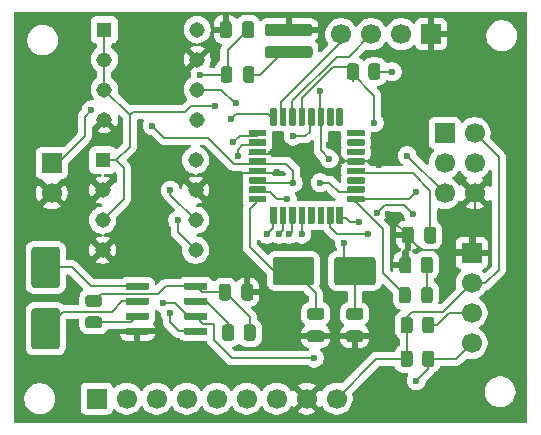
<source format=gbr>
%TF.GenerationSoftware,KiCad,Pcbnew,9.0.4*%
%TF.CreationDate,2025-11-20T06:57:18+02:00*%
%TF.ProjectId,test_5,74657374-5f35-42e6-9b69-6361645f7063,rev?*%
%TF.SameCoordinates,Original*%
%TF.FileFunction,Copper,L1,Top*%
%TF.FilePolarity,Positive*%
%FSLAX46Y46*%
G04 Gerber Fmt 4.6, Leading zero omitted, Abs format (unit mm)*
G04 Created by KiCad (PCBNEW 9.0.4) date 2025-11-20 06:57:18*
%MOMM*%
%LPD*%
G01*
G04 APERTURE LIST*
%TA.AperFunction,ComponentPad*%
%ADD10R,1.308000X1.308000*%
%TD*%
%TA.AperFunction,ComponentPad*%
%ADD11C,1.308000*%
%TD*%
%TA.AperFunction,ComponentPad*%
%ADD12R,1.700000X1.700000*%
%TD*%
%TA.AperFunction,ComponentPad*%
%ADD13C,1.700000*%
%TD*%
%TA.AperFunction,ViaPad*%
%ADD14C,0.600000*%
%TD*%
%TA.AperFunction,Conductor*%
%ADD15C,0.200000*%
%TD*%
G04 APERTURE END LIST*
%TO.P,C2,1*%
%TO.N,GND*%
%TA.AperFunction,SMDPad,CuDef*%
G36*
G01*
X95832000Y-118712000D02*
X95832000Y-117762000D01*
G75*
G02*
X96082000Y-117512000I250000J0D01*
G01*
X96582000Y-117512000D01*
G75*
G02*
X96832000Y-117762000I0J-250000D01*
G01*
X96832000Y-118712000D01*
G75*
G02*
X96582000Y-118962000I-250000J0D01*
G01*
X96082000Y-118962000D01*
G75*
G02*
X95832000Y-118712000I0J250000D01*
G01*
G37*
%TD.AperFunction*%
%TO.P,C2,2*%
%TO.N,Net-(U4-AREF)*%
%TA.AperFunction,SMDPad,CuDef*%
G36*
G01*
X97732000Y-118712000D02*
X97732000Y-117762000D01*
G75*
G02*
X97982000Y-117512000I250000J0D01*
G01*
X98482000Y-117512000D01*
G75*
G02*
X98732000Y-117762000I0J-250000D01*
G01*
X98732000Y-118712000D01*
G75*
G02*
X98482000Y-118962000I-250000J0D01*
G01*
X97982000Y-118962000D01*
G75*
G02*
X97732000Y-118712000I0J250000D01*
G01*
G37*
%TD.AperFunction*%
%TD*%
%TO.P,Y2,1,1*%
%TO.N,Net-(U4-PB7)*%
%TA.AperFunction,SMDPad,CuDef*%
G36*
G01*
X84894500Y-122234999D02*
X84894500Y-120335001D01*
G75*
G02*
X85144501Y-120085000I250001J0D01*
G01*
X88144499Y-120085000D01*
G75*
G02*
X88394500Y-120335001I0J-250001D01*
G01*
X88394500Y-122234999D01*
G75*
G02*
X88144499Y-122485000I-250001J0D01*
G01*
X85144501Y-122485000D01*
G75*
G02*
X84894500Y-122234999I0J250001D01*
G01*
G37*
%TD.AperFunction*%
%TO.P,Y2,2,2*%
%TO.N,Net-(U4-PB6)*%
%TA.AperFunction,SMDPad,CuDef*%
G36*
G01*
X90094500Y-122234999D02*
X90094500Y-120335001D01*
G75*
G02*
X90344501Y-120085000I250001J0D01*
G01*
X93344499Y-120085000D01*
G75*
G02*
X93594500Y-120335001I0J-250001D01*
G01*
X93594500Y-122234999D01*
G75*
G02*
X93344499Y-122485000I-250001J0D01*
G01*
X90344501Y-122485000D01*
G75*
G02*
X90094500Y-122234999I0J250001D01*
G01*
G37*
%TD.AperFunction*%
%TD*%
%TO.P,R2,1*%
%TO.N,/Vcc*%
%TA.AperFunction,SMDPad,CuDef*%
G36*
G01*
X95706500Y-129159000D02*
X95706500Y-128259000D01*
G75*
G02*
X95956500Y-128009000I250000J0D01*
G01*
X96481500Y-128009000D01*
G75*
G02*
X96731500Y-128259000I0J-250000D01*
G01*
X96731500Y-129159000D01*
G75*
G02*
X96481500Y-129409000I-250000J0D01*
G01*
X95956500Y-129409000D01*
G75*
G02*
X95706500Y-129159000I0J250000D01*
G01*
G37*
%TD.AperFunction*%
%TO.P,R2,2*%
%TO.N,/SCL*%
%TA.AperFunction,SMDPad,CuDef*%
G36*
G01*
X97531500Y-129159000D02*
X97531500Y-128259000D01*
G75*
G02*
X97781500Y-128009000I250000J0D01*
G01*
X98306500Y-128009000D01*
G75*
G02*
X98556500Y-128259000I0J-250000D01*
G01*
X98556500Y-129159000D01*
G75*
G02*
X98306500Y-129409000I-250000J0D01*
G01*
X97781500Y-129409000D01*
G75*
G02*
X97531500Y-129159000I0J250000D01*
G01*
G37*
%TD.AperFunction*%
%TD*%
%TO.P,R7,1*%
%TO.N,Net-(D2-K)*%
%TA.AperFunction,SMDPad,CuDef*%
G36*
G01*
X88008000Y-103255500D02*
X84458000Y-103255500D01*
G75*
G02*
X84208000Y-103005500I0J250000D01*
G01*
X84208000Y-102480500D01*
G75*
G02*
X84458000Y-102230500I250000J0D01*
G01*
X88008000Y-102230500D01*
G75*
G02*
X88258000Y-102480500I0J-250000D01*
G01*
X88258000Y-103005500D01*
G75*
G02*
X88008000Y-103255500I-250000J0D01*
G01*
G37*
%TD.AperFunction*%
%TO.P,R7,2*%
%TO.N,GND*%
%TA.AperFunction,SMDPad,CuDef*%
G36*
G01*
X88008000Y-101380500D02*
X84458000Y-101380500D01*
G75*
G02*
X84208000Y-101130500I0J250000D01*
G01*
X84208000Y-100605500D01*
G75*
G02*
X84458000Y-100355500I250000J0D01*
G01*
X88008000Y-100355500D01*
G75*
G02*
X88258000Y-100605500I0J-250000D01*
G01*
X88258000Y-101130500D01*
G75*
G02*
X88008000Y-101380500I-250000J0D01*
G01*
G37*
%TD.AperFunction*%
%TD*%
%TO.P,U3,1,X1*%
%TO.N,Net-(U3-X1)*%
%TA.AperFunction,SMDPad,CuDef*%
G36*
G01*
X72424000Y-122776250D02*
X72424000Y-122333750D01*
G75*
G02*
X72497750Y-122260000I73750J0D01*
G01*
X74320250Y-122260000D01*
G75*
G02*
X74394000Y-122333750I0J-73750D01*
G01*
X74394000Y-122776250D01*
G75*
G02*
X74320250Y-122850000I-73750J0D01*
G01*
X72497750Y-122850000D01*
G75*
G02*
X72424000Y-122776250I0J73750D01*
G01*
G37*
%TD.AperFunction*%
%TO.P,U3,2,X2*%
%TO.N,Net-(U3-X2)*%
%TA.AperFunction,SMDPad,CuDef*%
G36*
G01*
X72424000Y-124046250D02*
X72424000Y-123603750D01*
G75*
G02*
X72497750Y-123530000I73750J0D01*
G01*
X74320250Y-123530000D01*
G75*
G02*
X74394000Y-123603750I0J-73750D01*
G01*
X74394000Y-124046250D01*
G75*
G02*
X74320250Y-124120000I-73750J0D01*
G01*
X72497750Y-124120000D01*
G75*
G02*
X72424000Y-124046250I0J73750D01*
G01*
G37*
%TD.AperFunction*%
%TO.P,U3,3,~{INTA}*%
%TO.N,Net-(U3-~{INTA})*%
%TA.AperFunction,SMDPad,CuDef*%
G36*
G01*
X72424000Y-125316250D02*
X72424000Y-124873750D01*
G75*
G02*
X72497750Y-124800000I73750J0D01*
G01*
X74320250Y-124800000D01*
G75*
G02*
X74394000Y-124873750I0J-73750D01*
G01*
X74394000Y-125316250D01*
G75*
G02*
X74320250Y-125390000I-73750J0D01*
G01*
X72497750Y-125390000D01*
G75*
G02*
X72424000Y-125316250I0J73750D01*
G01*
G37*
%TD.AperFunction*%
%TO.P,U3,4,GND*%
%TO.N,GND*%
%TA.AperFunction,SMDPad,CuDef*%
G36*
G01*
X72424000Y-126586250D02*
X72424000Y-126143750D01*
G75*
G02*
X72497750Y-126070000I73750J0D01*
G01*
X74320250Y-126070000D01*
G75*
G02*
X74394000Y-126143750I0J-73750D01*
G01*
X74394000Y-126586250D01*
G75*
G02*
X74320250Y-126660000I-73750J0D01*
G01*
X72497750Y-126660000D01*
G75*
G02*
X72424000Y-126586250I0J73750D01*
G01*
G37*
%TD.AperFunction*%
%TO.P,U3,5,SDA*%
%TO.N,/SDA*%
%TA.AperFunction,SMDPad,CuDef*%
G36*
G01*
X77374000Y-126586250D02*
X77374000Y-126143750D01*
G75*
G02*
X77447750Y-126070000I73750J0D01*
G01*
X79270250Y-126070000D01*
G75*
G02*
X79344000Y-126143750I0J-73750D01*
G01*
X79344000Y-126586250D01*
G75*
G02*
X79270250Y-126660000I-73750J0D01*
G01*
X77447750Y-126660000D01*
G75*
G02*
X77374000Y-126586250I0J73750D01*
G01*
G37*
%TD.AperFunction*%
%TO.P,U3,6,SCL*%
%TO.N,/SCL*%
%TA.AperFunction,SMDPad,CuDef*%
G36*
G01*
X77374000Y-125316250D02*
X77374000Y-124873750D01*
G75*
G02*
X77447750Y-124800000I73750J0D01*
G01*
X79270250Y-124800000D01*
G75*
G02*
X79344000Y-124873750I0J-73750D01*
G01*
X79344000Y-125316250D01*
G75*
G02*
X79270250Y-125390000I-73750J0D01*
G01*
X77447750Y-125390000D01*
G75*
G02*
X77374000Y-125316250I0J73750D01*
G01*
G37*
%TD.AperFunction*%
%TO.P,U3,7,SQW/~{INT}*%
%TO.N,Net-(U3-SQW{slash}~{INT})*%
%TA.AperFunction,SMDPad,CuDef*%
G36*
G01*
X77374000Y-124046250D02*
X77374000Y-123603750D01*
G75*
G02*
X77447750Y-123530000I73750J0D01*
G01*
X79270250Y-123530000D01*
G75*
G02*
X79344000Y-123603750I0J-73750D01*
G01*
X79344000Y-124046250D01*
G75*
G02*
X79270250Y-124120000I-73750J0D01*
G01*
X77447750Y-124120000D01*
G75*
G02*
X77374000Y-124046250I0J73750D01*
G01*
G37*
%TD.AperFunction*%
%TO.P,U3,8,VCC*%
%TO.N,Net-(U3-VCC)*%
%TA.AperFunction,SMDPad,CuDef*%
G36*
G01*
X77374000Y-122776250D02*
X77374000Y-122333750D01*
G75*
G02*
X77447750Y-122260000I73750J0D01*
G01*
X79270250Y-122260000D01*
G75*
G02*
X79344000Y-122333750I0J-73750D01*
G01*
X79344000Y-122776250D01*
G75*
G02*
X79270250Y-122850000I-73750J0D01*
G01*
X77447750Y-122850000D01*
G75*
G02*
X77374000Y-122776250I0J73750D01*
G01*
G37*
%TD.AperFunction*%
%TD*%
D10*
%TO.P,U1,1,A0*%
%TO.N,/Vcc*%
X70616000Y-100838000D03*
D11*
%TO.P,U1,2,A1*%
X70616000Y-103378000D03*
%TO.P,U1,3,A2*%
X70616000Y-105918000D03*
%TO.P,U1,4,GND*%
%TO.N,GND*%
X70616000Y-108458000D03*
%TO.P,U1,5,SDA*%
%TO.N,/SDA*%
X78486000Y-108458000D03*
%TO.P,U1,6,SCL*%
%TO.N,/SCL*%
X78486000Y-105918000D03*
%TO.P,U1,7,WP*%
%TO.N,GND*%
X78486000Y-103378000D03*
%TO.P,U1,8,VCC*%
%TO.N,unconnected-(U1-VCC-Pad8)*%
X78486000Y-100838000D03*
%TD*%
%TO.P,U4,1,PD3*%
%TO.N,/D3*%
%TA.AperFunction,SMDPad,CuDef*%
G36*
G01*
X82852000Y-109801250D02*
X82852000Y-109388750D01*
G75*
G02*
X82920750Y-109320000I68750J0D01*
G01*
X84253250Y-109320000D01*
G75*
G02*
X84322000Y-109388750I0J-68750D01*
G01*
X84322000Y-109801250D01*
G75*
G02*
X84253250Y-109870000I-68750J0D01*
G01*
X82920750Y-109870000D01*
G75*
G02*
X82852000Y-109801250I0J68750D01*
G01*
G37*
%TD.AperFunction*%
%TO.P,U4,2,PD4*%
%TO.N,/D4*%
%TA.AperFunction,SMDPad,CuDef*%
G36*
G01*
X82852000Y-110601250D02*
X82852000Y-110188750D01*
G75*
G02*
X82920750Y-110120000I68750J0D01*
G01*
X84253250Y-110120000D01*
G75*
G02*
X84322000Y-110188750I0J-68750D01*
G01*
X84322000Y-110601250D01*
G75*
G02*
X84253250Y-110670000I-68750J0D01*
G01*
X82920750Y-110670000D01*
G75*
G02*
X82852000Y-110601250I0J68750D01*
G01*
G37*
%TD.AperFunction*%
%TO.P,U4,3,GND*%
%TO.N,GND*%
%TA.AperFunction,SMDPad,CuDef*%
G36*
G01*
X82852000Y-111401250D02*
X82852000Y-110988750D01*
G75*
G02*
X82920750Y-110920000I68750J0D01*
G01*
X84253250Y-110920000D01*
G75*
G02*
X84322000Y-110988750I0J-68750D01*
G01*
X84322000Y-111401250D01*
G75*
G02*
X84253250Y-111470000I-68750J0D01*
G01*
X82920750Y-111470000D01*
G75*
G02*
X82852000Y-111401250I0J68750D01*
G01*
G37*
%TD.AperFunction*%
%TO.P,U4,4,VCC*%
%TO.N,Net-(BT1-+)*%
%TA.AperFunction,SMDPad,CuDef*%
G36*
G01*
X82852000Y-112201250D02*
X82852000Y-111788750D01*
G75*
G02*
X82920750Y-111720000I68750J0D01*
G01*
X84253250Y-111720000D01*
G75*
G02*
X84322000Y-111788750I0J-68750D01*
G01*
X84322000Y-112201250D01*
G75*
G02*
X84253250Y-112270000I-68750J0D01*
G01*
X82920750Y-112270000D01*
G75*
G02*
X82852000Y-112201250I0J68750D01*
G01*
G37*
%TD.AperFunction*%
%TO.P,U4,5,GND*%
%TO.N,GND*%
%TA.AperFunction,SMDPad,CuDef*%
G36*
G01*
X82852000Y-113001250D02*
X82852000Y-112588750D01*
G75*
G02*
X82920750Y-112520000I68750J0D01*
G01*
X84253250Y-112520000D01*
G75*
G02*
X84322000Y-112588750I0J-68750D01*
G01*
X84322000Y-113001250D01*
G75*
G02*
X84253250Y-113070000I-68750J0D01*
G01*
X82920750Y-113070000D01*
G75*
G02*
X82852000Y-113001250I0J68750D01*
G01*
G37*
%TD.AperFunction*%
%TO.P,U4,6,VCC*%
%TO.N,Net-(BT1-+)*%
%TA.AperFunction,SMDPad,CuDef*%
G36*
G01*
X82852000Y-113801250D02*
X82852000Y-113388750D01*
G75*
G02*
X82920750Y-113320000I68750J0D01*
G01*
X84253250Y-113320000D01*
G75*
G02*
X84322000Y-113388750I0J-68750D01*
G01*
X84322000Y-113801250D01*
G75*
G02*
X84253250Y-113870000I-68750J0D01*
G01*
X82920750Y-113870000D01*
G75*
G02*
X82852000Y-113801250I0J68750D01*
G01*
G37*
%TD.AperFunction*%
%TO.P,U4,7,PB6*%
%TO.N,Net-(U4-PB6)*%
%TA.AperFunction,SMDPad,CuDef*%
G36*
G01*
X82852000Y-114601250D02*
X82852000Y-114188750D01*
G75*
G02*
X82920750Y-114120000I68750J0D01*
G01*
X84253250Y-114120000D01*
G75*
G02*
X84322000Y-114188750I0J-68750D01*
G01*
X84322000Y-114601250D01*
G75*
G02*
X84253250Y-114670000I-68750J0D01*
G01*
X82920750Y-114670000D01*
G75*
G02*
X82852000Y-114601250I0J68750D01*
G01*
G37*
%TD.AperFunction*%
%TO.P,U4,8,PB7*%
%TO.N,Net-(U4-PB7)*%
%TA.AperFunction,SMDPad,CuDef*%
G36*
G01*
X82852000Y-115401250D02*
X82852000Y-114988750D01*
G75*
G02*
X82920750Y-114920000I68750J0D01*
G01*
X84253250Y-114920000D01*
G75*
G02*
X84322000Y-114988750I0J-68750D01*
G01*
X84322000Y-115401250D01*
G75*
G02*
X84253250Y-115470000I-68750J0D01*
G01*
X82920750Y-115470000D01*
G75*
G02*
X82852000Y-115401250I0J68750D01*
G01*
G37*
%TD.AperFunction*%
%TO.P,U4,9,PD5*%
%TO.N,/D5*%
%TA.AperFunction,SMDPad,CuDef*%
G36*
G01*
X84682000Y-117231250D02*
X84682000Y-115898750D01*
G75*
G02*
X84750750Y-115830000I68750J0D01*
G01*
X85163250Y-115830000D01*
G75*
G02*
X85232000Y-115898750I0J-68750D01*
G01*
X85232000Y-117231250D01*
G75*
G02*
X85163250Y-117300000I-68750J0D01*
G01*
X84750750Y-117300000D01*
G75*
G02*
X84682000Y-117231250I0J68750D01*
G01*
G37*
%TD.AperFunction*%
%TO.P,U4,10,PD6*%
%TO.N,/D6*%
%TA.AperFunction,SMDPad,CuDef*%
G36*
G01*
X85482000Y-117231250D02*
X85482000Y-115898750D01*
G75*
G02*
X85550750Y-115830000I68750J0D01*
G01*
X85963250Y-115830000D01*
G75*
G02*
X86032000Y-115898750I0J-68750D01*
G01*
X86032000Y-117231250D01*
G75*
G02*
X85963250Y-117300000I-68750J0D01*
G01*
X85550750Y-117300000D01*
G75*
G02*
X85482000Y-117231250I0J68750D01*
G01*
G37*
%TD.AperFunction*%
%TO.P,U4,11,PD7*%
%TO.N,/D7*%
%TA.AperFunction,SMDPad,CuDef*%
G36*
G01*
X86282000Y-117231250D02*
X86282000Y-115898750D01*
G75*
G02*
X86350750Y-115830000I68750J0D01*
G01*
X86763250Y-115830000D01*
G75*
G02*
X86832000Y-115898750I0J-68750D01*
G01*
X86832000Y-117231250D01*
G75*
G02*
X86763250Y-117300000I-68750J0D01*
G01*
X86350750Y-117300000D01*
G75*
G02*
X86282000Y-117231250I0J68750D01*
G01*
G37*
%TD.AperFunction*%
%TO.P,U4,12,PB0*%
%TO.N,/D8*%
%TA.AperFunction,SMDPad,CuDef*%
G36*
G01*
X87082000Y-117231250D02*
X87082000Y-115898750D01*
G75*
G02*
X87150750Y-115830000I68750J0D01*
G01*
X87563250Y-115830000D01*
G75*
G02*
X87632000Y-115898750I0J-68750D01*
G01*
X87632000Y-117231250D01*
G75*
G02*
X87563250Y-117300000I-68750J0D01*
G01*
X87150750Y-117300000D01*
G75*
G02*
X87082000Y-117231250I0J68750D01*
G01*
G37*
%TD.AperFunction*%
%TO.P,U4,13,PB1*%
%TO.N,unconnected-(U4-PB1-Pad13)*%
%TA.AperFunction,SMDPad,CuDef*%
G36*
G01*
X87882000Y-117231250D02*
X87882000Y-115898750D01*
G75*
G02*
X87950750Y-115830000I68750J0D01*
G01*
X88363250Y-115830000D01*
G75*
G02*
X88432000Y-115898750I0J-68750D01*
G01*
X88432000Y-117231250D01*
G75*
G02*
X88363250Y-117300000I-68750J0D01*
G01*
X87950750Y-117300000D01*
G75*
G02*
X87882000Y-117231250I0J68750D01*
G01*
G37*
%TD.AperFunction*%
%TO.P,U4,14,PB2*%
%TO.N,unconnected-(U4-PB2-Pad14)*%
%TA.AperFunction,SMDPad,CuDef*%
G36*
G01*
X88682000Y-117231250D02*
X88682000Y-115898750D01*
G75*
G02*
X88750750Y-115830000I68750J0D01*
G01*
X89163250Y-115830000D01*
G75*
G02*
X89232000Y-115898750I0J-68750D01*
G01*
X89232000Y-117231250D01*
G75*
G02*
X89163250Y-117300000I-68750J0D01*
G01*
X88750750Y-117300000D01*
G75*
G02*
X88682000Y-117231250I0J68750D01*
G01*
G37*
%TD.AperFunction*%
%TO.P,U4,15,PB3*%
%TO.N,/MOSI*%
%TA.AperFunction,SMDPad,CuDef*%
G36*
G01*
X89482000Y-117231250D02*
X89482000Y-115898750D01*
G75*
G02*
X89550750Y-115830000I68750J0D01*
G01*
X89963250Y-115830000D01*
G75*
G02*
X90032000Y-115898750I0J-68750D01*
G01*
X90032000Y-117231250D01*
G75*
G02*
X89963250Y-117300000I-68750J0D01*
G01*
X89550750Y-117300000D01*
G75*
G02*
X89482000Y-117231250I0J68750D01*
G01*
G37*
%TD.AperFunction*%
%TO.P,U4,16,PB4*%
%TO.N,/MISO*%
%TA.AperFunction,SMDPad,CuDef*%
G36*
G01*
X90282000Y-117231250D02*
X90282000Y-115898750D01*
G75*
G02*
X90350750Y-115830000I68750J0D01*
G01*
X90763250Y-115830000D01*
G75*
G02*
X90832000Y-115898750I0J-68750D01*
G01*
X90832000Y-117231250D01*
G75*
G02*
X90763250Y-117300000I-68750J0D01*
G01*
X90350750Y-117300000D01*
G75*
G02*
X90282000Y-117231250I0J68750D01*
G01*
G37*
%TD.AperFunction*%
%TO.P,U4,17,PB5*%
%TO.N,/SCK*%
%TA.AperFunction,SMDPad,CuDef*%
G36*
G01*
X91192000Y-115401250D02*
X91192000Y-114988750D01*
G75*
G02*
X91260750Y-114920000I68750J0D01*
G01*
X92593250Y-114920000D01*
G75*
G02*
X92662000Y-114988750I0J-68750D01*
G01*
X92662000Y-115401250D01*
G75*
G02*
X92593250Y-115470000I-68750J0D01*
G01*
X91260750Y-115470000D01*
G75*
G02*
X91192000Y-115401250I0J68750D01*
G01*
G37*
%TD.AperFunction*%
%TO.P,U4,18,AVCC*%
%TO.N,Net-(BT1-+)*%
%TA.AperFunction,SMDPad,CuDef*%
G36*
G01*
X91192000Y-114601250D02*
X91192000Y-114188750D01*
G75*
G02*
X91260750Y-114120000I68750J0D01*
G01*
X92593250Y-114120000D01*
G75*
G02*
X92662000Y-114188750I0J-68750D01*
G01*
X92662000Y-114601250D01*
G75*
G02*
X92593250Y-114670000I-68750J0D01*
G01*
X91260750Y-114670000D01*
G75*
G02*
X91192000Y-114601250I0J68750D01*
G01*
G37*
%TD.AperFunction*%
%TO.P,U4,19,ADC6*%
%TO.N,unconnected-(U4-ADC6-Pad19)*%
%TA.AperFunction,SMDPad,CuDef*%
G36*
G01*
X91192000Y-113801250D02*
X91192000Y-113388750D01*
G75*
G02*
X91260750Y-113320000I68750J0D01*
G01*
X92593250Y-113320000D01*
G75*
G02*
X92662000Y-113388750I0J-68750D01*
G01*
X92662000Y-113801250D01*
G75*
G02*
X92593250Y-113870000I-68750J0D01*
G01*
X91260750Y-113870000D01*
G75*
G02*
X91192000Y-113801250I0J68750D01*
G01*
G37*
%TD.AperFunction*%
%TO.P,U4,20,AREF*%
%TO.N,Net-(U4-AREF)*%
%TA.AperFunction,SMDPad,CuDef*%
G36*
G01*
X91192000Y-113001250D02*
X91192000Y-112588750D01*
G75*
G02*
X91260750Y-112520000I68750J0D01*
G01*
X92593250Y-112520000D01*
G75*
G02*
X92662000Y-112588750I0J-68750D01*
G01*
X92662000Y-113001250D01*
G75*
G02*
X92593250Y-113070000I-68750J0D01*
G01*
X91260750Y-113070000D01*
G75*
G02*
X91192000Y-113001250I0J68750D01*
G01*
G37*
%TD.AperFunction*%
%TO.P,U4,21,GND*%
%TO.N,GND*%
%TA.AperFunction,SMDPad,CuDef*%
G36*
G01*
X91192000Y-112201250D02*
X91192000Y-111788750D01*
G75*
G02*
X91260750Y-111720000I68750J0D01*
G01*
X92593250Y-111720000D01*
G75*
G02*
X92662000Y-111788750I0J-68750D01*
G01*
X92662000Y-112201250D01*
G75*
G02*
X92593250Y-112270000I-68750J0D01*
G01*
X91260750Y-112270000D01*
G75*
G02*
X91192000Y-112201250I0J68750D01*
G01*
G37*
%TD.AperFunction*%
%TO.P,U4,22,ADC7*%
%TO.N,unconnected-(U4-ADC7-Pad22)*%
%TA.AperFunction,SMDPad,CuDef*%
G36*
G01*
X91192000Y-111401250D02*
X91192000Y-110988750D01*
G75*
G02*
X91260750Y-110920000I68750J0D01*
G01*
X92593250Y-110920000D01*
G75*
G02*
X92662000Y-110988750I0J-68750D01*
G01*
X92662000Y-111401250D01*
G75*
G02*
X92593250Y-111470000I-68750J0D01*
G01*
X91260750Y-111470000D01*
G75*
G02*
X91192000Y-111401250I0J68750D01*
G01*
G37*
%TD.AperFunction*%
%TO.P,U4,23,PC0*%
%TO.N,unconnected-(U4-PC0-Pad23)*%
%TA.AperFunction,SMDPad,CuDef*%
G36*
G01*
X91192000Y-110601250D02*
X91192000Y-110188750D01*
G75*
G02*
X91260750Y-110120000I68750J0D01*
G01*
X92593250Y-110120000D01*
G75*
G02*
X92662000Y-110188750I0J-68750D01*
G01*
X92662000Y-110601250D01*
G75*
G02*
X92593250Y-110670000I-68750J0D01*
G01*
X91260750Y-110670000D01*
G75*
G02*
X91192000Y-110601250I0J68750D01*
G01*
G37*
%TD.AperFunction*%
%TO.P,U4,24,PC1*%
%TO.N,unconnected-(U4-PC1-Pad24)*%
%TA.AperFunction,SMDPad,CuDef*%
G36*
G01*
X91192000Y-109801250D02*
X91192000Y-109388750D01*
G75*
G02*
X91260750Y-109320000I68750J0D01*
G01*
X92593250Y-109320000D01*
G75*
G02*
X92662000Y-109388750I0J-68750D01*
G01*
X92662000Y-109801250D01*
G75*
G02*
X92593250Y-109870000I-68750J0D01*
G01*
X91260750Y-109870000D01*
G75*
G02*
X91192000Y-109801250I0J68750D01*
G01*
G37*
%TD.AperFunction*%
%TO.P,U4,25,PC2*%
%TO.N,unconnected-(U4-PC2-Pad25)*%
%TA.AperFunction,SMDPad,CuDef*%
G36*
G01*
X90282000Y-108891250D02*
X90282000Y-107558750D01*
G75*
G02*
X90350750Y-107490000I68750J0D01*
G01*
X90763250Y-107490000D01*
G75*
G02*
X90832000Y-107558750I0J-68750D01*
G01*
X90832000Y-108891250D01*
G75*
G02*
X90763250Y-108960000I-68750J0D01*
G01*
X90350750Y-108960000D01*
G75*
G02*
X90282000Y-108891250I0J68750D01*
G01*
G37*
%TD.AperFunction*%
%TO.P,U4,26,PC3*%
%TO.N,unconnected-(U4-PC3-Pad26)*%
%TA.AperFunction,SMDPad,CuDef*%
G36*
G01*
X89482000Y-108891250D02*
X89482000Y-107558750D01*
G75*
G02*
X89550750Y-107490000I68750J0D01*
G01*
X89963250Y-107490000D01*
G75*
G02*
X90032000Y-107558750I0J-68750D01*
G01*
X90032000Y-108891250D01*
G75*
G02*
X89963250Y-108960000I-68750J0D01*
G01*
X89550750Y-108960000D01*
G75*
G02*
X89482000Y-108891250I0J68750D01*
G01*
G37*
%TD.AperFunction*%
%TO.P,U4,27,PC4*%
%TO.N,/SDA*%
%TA.AperFunction,SMDPad,CuDef*%
G36*
G01*
X88682000Y-108891250D02*
X88682000Y-107558750D01*
G75*
G02*
X88750750Y-107490000I68750J0D01*
G01*
X89163250Y-107490000D01*
G75*
G02*
X89232000Y-107558750I0J-68750D01*
G01*
X89232000Y-108891250D01*
G75*
G02*
X89163250Y-108960000I-68750J0D01*
G01*
X88750750Y-108960000D01*
G75*
G02*
X88682000Y-108891250I0J68750D01*
G01*
G37*
%TD.AperFunction*%
%TO.P,U4,28,PC5*%
%TO.N,/SCL*%
%TA.AperFunction,SMDPad,CuDef*%
G36*
G01*
X87882000Y-108891250D02*
X87882000Y-107558750D01*
G75*
G02*
X87950750Y-107490000I68750J0D01*
G01*
X88363250Y-107490000D01*
G75*
G02*
X88432000Y-107558750I0J-68750D01*
G01*
X88432000Y-108891250D01*
G75*
G02*
X88363250Y-108960000I-68750J0D01*
G01*
X87950750Y-108960000D01*
G75*
G02*
X87882000Y-108891250I0J68750D01*
G01*
G37*
%TD.AperFunction*%
%TO.P,U4,29,PC6/~{RESET}*%
%TO.N,/RESET*%
%TA.AperFunction,SMDPad,CuDef*%
G36*
G01*
X87082000Y-108891250D02*
X87082000Y-107558750D01*
G75*
G02*
X87150750Y-107490000I68750J0D01*
G01*
X87563250Y-107490000D01*
G75*
G02*
X87632000Y-107558750I0J-68750D01*
G01*
X87632000Y-108891250D01*
G75*
G02*
X87563250Y-108960000I-68750J0D01*
G01*
X87150750Y-108960000D01*
G75*
G02*
X87082000Y-108891250I0J68750D01*
G01*
G37*
%TD.AperFunction*%
%TO.P,U4,30,PD0*%
%TO.N,/RX*%
%TA.AperFunction,SMDPad,CuDef*%
G36*
G01*
X86282000Y-108891250D02*
X86282000Y-107558750D01*
G75*
G02*
X86350750Y-107490000I68750J0D01*
G01*
X86763250Y-107490000D01*
G75*
G02*
X86832000Y-107558750I0J-68750D01*
G01*
X86832000Y-108891250D01*
G75*
G02*
X86763250Y-108960000I-68750J0D01*
G01*
X86350750Y-108960000D01*
G75*
G02*
X86282000Y-108891250I0J68750D01*
G01*
G37*
%TD.AperFunction*%
%TO.P,U4,31,PD1*%
%TO.N,/TX*%
%TA.AperFunction,SMDPad,CuDef*%
G36*
G01*
X85482000Y-108891250D02*
X85482000Y-107558750D01*
G75*
G02*
X85550750Y-107490000I68750J0D01*
G01*
X85963250Y-107490000D01*
G75*
G02*
X86032000Y-107558750I0J-68750D01*
G01*
X86032000Y-108891250D01*
G75*
G02*
X85963250Y-108960000I-68750J0D01*
G01*
X85550750Y-108960000D01*
G75*
G02*
X85482000Y-108891250I0J68750D01*
G01*
G37*
%TD.AperFunction*%
%TO.P,U4,32,PD2*%
%TO.N,/D2*%
%TA.AperFunction,SMDPad,CuDef*%
G36*
G01*
X84682000Y-108891250D02*
X84682000Y-107558750D01*
G75*
G02*
X84750750Y-107490000I68750J0D01*
G01*
X85163250Y-107490000D01*
G75*
G02*
X85232000Y-107558750I0J-68750D01*
G01*
X85232000Y-108891250D01*
G75*
G02*
X85163250Y-108960000I-68750J0D01*
G01*
X84750750Y-108960000D01*
G75*
G02*
X84682000Y-108891250I0J68750D01*
G01*
G37*
%TD.AperFunction*%
%TD*%
%TO.P,R6,1*%
%TO.N,GND*%
%TA.AperFunction,SMDPad,CuDef*%
G36*
G01*
X95603000Y-121227000D02*
X95603000Y-120327000D01*
G75*
G02*
X95853000Y-120077000I250000J0D01*
G01*
X96378000Y-120077000D01*
G75*
G02*
X96628000Y-120327000I0J-250000D01*
G01*
X96628000Y-121227000D01*
G75*
G02*
X96378000Y-121477000I-250000J0D01*
G01*
X95853000Y-121477000D01*
G75*
G02*
X95603000Y-121227000I0J250000D01*
G01*
G37*
%TD.AperFunction*%
%TO.P,R6,2*%
%TO.N,Net-(D1-K)*%
%TA.AperFunction,SMDPad,CuDef*%
G36*
G01*
X97428000Y-121227000D02*
X97428000Y-120327000D01*
G75*
G02*
X97678000Y-120077000I250000J0D01*
G01*
X98203000Y-120077000D01*
G75*
G02*
X98453000Y-120327000I0J-250000D01*
G01*
X98453000Y-121227000D01*
G75*
G02*
X98203000Y-121477000I-250000J0D01*
G01*
X97678000Y-121477000D01*
G75*
G02*
X97428000Y-121227000I0J250000D01*
G01*
G37*
%TD.AperFunction*%
%TD*%
D12*
%TO.P,J4,1,Pin_1*%
%TO.N,/MOSI*%
X99441000Y-109601000D03*
D13*
%TO.P,J4,2,Pin_2*%
%TO.N,/Vcc*%
X101981000Y-109601000D03*
%TO.P,J4,3,Pin_3*%
%TO.N,/SCK*%
X99441000Y-112141000D03*
%TO.P,J4,4,Pin_4*%
%TO.N,/MISO*%
X101981000Y-112141000D03*
%TO.P,J4,5,Pin_5*%
%TO.N,/RESET*%
X99441000Y-114681000D03*
%TO.P,J4,6,Pin_6*%
%TO.N,GND*%
X101981000Y-114681000D03*
%TD*%
%TO.P,C5,1*%
%TO.N,Net-(BT1-+)*%
%TA.AperFunction,SMDPad,CuDef*%
G36*
G01*
X83304000Y-100363000D02*
X83304000Y-101313000D01*
G75*
G02*
X83054000Y-101563000I-250000J0D01*
G01*
X82554000Y-101563000D01*
G75*
G02*
X82304000Y-101313000I0J250000D01*
G01*
X82304000Y-100363000D01*
G75*
G02*
X82554000Y-100113000I250000J0D01*
G01*
X83054000Y-100113000D01*
G75*
G02*
X83304000Y-100363000I0J-250000D01*
G01*
G37*
%TD.AperFunction*%
%TO.P,C5,2*%
%TO.N,GND*%
%TA.AperFunction,SMDPad,CuDef*%
G36*
G01*
X81404000Y-100363000D02*
X81404000Y-101313000D01*
G75*
G02*
X81154000Y-101563000I-250000J0D01*
G01*
X80654000Y-101563000D01*
G75*
G02*
X80404000Y-101313000I0J250000D01*
G01*
X80404000Y-100363000D01*
G75*
G02*
X80654000Y-100113000I250000J0D01*
G01*
X81154000Y-100113000D01*
G75*
G02*
X81404000Y-100363000I0J-250000D01*
G01*
G37*
%TD.AperFunction*%
%TD*%
D12*
%TO.P,J1,1,Pin_1*%
%TO.N,GND*%
X101727000Y-119761000D03*
D13*
%TO.P,J1,2,Pin_2*%
%TO.N,/Vcc*%
X101727000Y-122301000D03*
%TO.P,J1,3,Pin_3*%
%TO.N,/SDA*%
X101727000Y-124841000D03*
%TO.P,J1,4,Pin_4*%
%TO.N,/SCL*%
X101727000Y-127381000D03*
%TD*%
%TO.P,D1,1,K*%
%TO.N,Net-(D1-K)*%
%TA.AperFunction,SMDPad,CuDef*%
G36*
G01*
X98429500Y-122860750D02*
X98429500Y-123773250D01*
G75*
G02*
X98185750Y-124017000I-243750J0D01*
G01*
X97698250Y-124017000D01*
G75*
G02*
X97454500Y-123773250I0J243750D01*
G01*
X97454500Y-122860750D01*
G75*
G02*
X97698250Y-122617000I243750J0D01*
G01*
X98185750Y-122617000D01*
G75*
G02*
X98429500Y-122860750I0J-243750D01*
G01*
G37*
%TD.AperFunction*%
%TO.P,D1,2,A*%
%TO.N,/SCK*%
%TA.AperFunction,SMDPad,CuDef*%
G36*
G01*
X96554500Y-122860750D02*
X96554500Y-123773250D01*
G75*
G02*
X96310750Y-124017000I-243750J0D01*
G01*
X95823250Y-124017000D01*
G75*
G02*
X95579500Y-123773250I0J243750D01*
G01*
X95579500Y-122860750D01*
G75*
G02*
X95823250Y-122617000I243750J0D01*
G01*
X96310750Y-122617000D01*
G75*
G02*
X96554500Y-122860750I0J-243750D01*
G01*
G37*
%TD.AperFunction*%
%TD*%
%TO.P,C1,1*%
%TO.N,GND*%
%TA.AperFunction,SMDPad,CuDef*%
G36*
G01*
X83238000Y-122588000D02*
X83238000Y-123538000D01*
G75*
G02*
X82988000Y-123788000I-250000J0D01*
G01*
X82488000Y-123788000D01*
G75*
G02*
X82238000Y-123538000I0J250000D01*
G01*
X82238000Y-122588000D01*
G75*
G02*
X82488000Y-122338000I250000J0D01*
G01*
X82988000Y-122338000D01*
G75*
G02*
X83238000Y-122588000I0J-250000D01*
G01*
G37*
%TD.AperFunction*%
%TO.P,C1,2*%
%TO.N,Net-(U3-VCC)*%
%TA.AperFunction,SMDPad,CuDef*%
G36*
G01*
X81338000Y-122588000D02*
X81338000Y-123538000D01*
G75*
G02*
X81088000Y-123788000I-250000J0D01*
G01*
X80588000Y-123788000D01*
G75*
G02*
X80338000Y-123538000I0J250000D01*
G01*
X80338000Y-122588000D01*
G75*
G02*
X80588000Y-122338000I250000J0D01*
G01*
X81088000Y-122338000D01*
G75*
G02*
X81338000Y-122588000I0J-250000D01*
G01*
G37*
%TD.AperFunction*%
%TD*%
D12*
%TO.P,J3,1,Pin_1*%
%TO.N,/D2*%
X69977000Y-132080000D03*
D13*
%TO.P,J3,2,Pin_2*%
%TO.N,/D3*%
X72517000Y-132080000D03*
%TO.P,J3,3,Pin_3*%
%TO.N,/D4*%
X75057000Y-132080000D03*
%TO.P,J3,4,Pin_4*%
%TO.N,/D5*%
X77597000Y-132080000D03*
%TO.P,J3,5,Pin_5*%
%TO.N,/D6*%
X80137000Y-132080000D03*
%TO.P,J3,6,Pin_6*%
%TO.N,/D7*%
X82677000Y-132080000D03*
%TO.P,J3,7,Pin_7*%
%TO.N,/D8*%
X85217000Y-132080000D03*
%TO.P,J3,8,Pin_8*%
%TO.N,GND*%
X87757000Y-132080000D03*
%TO.P,J3,9,Pin_9*%
%TO.N,/Vcc*%
X90297000Y-132080000D03*
%TD*%
%TO.P,C4,1*%
%TO.N,Net-(U4-PB6)*%
%TA.AperFunction,SMDPad,CuDef*%
G36*
G01*
X91346000Y-124407000D02*
X92296000Y-124407000D01*
G75*
G02*
X92546000Y-124657000I0J-250000D01*
G01*
X92546000Y-125157000D01*
G75*
G02*
X92296000Y-125407000I-250000J0D01*
G01*
X91346000Y-125407000D01*
G75*
G02*
X91096000Y-125157000I0J250000D01*
G01*
X91096000Y-124657000D01*
G75*
G02*
X91346000Y-124407000I250000J0D01*
G01*
G37*
%TD.AperFunction*%
%TO.P,C4,2*%
%TO.N,GND*%
%TA.AperFunction,SMDPad,CuDef*%
G36*
G01*
X91346000Y-126307000D02*
X92296000Y-126307000D01*
G75*
G02*
X92546000Y-126557000I0J-250000D01*
G01*
X92546000Y-127057000D01*
G75*
G02*
X92296000Y-127307000I-250000J0D01*
G01*
X91346000Y-127307000D01*
G75*
G02*
X91096000Y-127057000I0J250000D01*
G01*
X91096000Y-126557000D01*
G75*
G02*
X91346000Y-126307000I250000J0D01*
G01*
G37*
%TD.AperFunction*%
%TD*%
D12*
%TO.P,J2,1,Pin_1*%
%TO.N,GND*%
X98298000Y-101219000D03*
D13*
%TO.P,J2,2,Pin_2*%
%TO.N,/Vcc*%
X95758000Y-101219000D03*
%TO.P,J2,3,Pin_3*%
%TO.N,/RX*%
X93218000Y-101219000D03*
%TO.P,J2,4,Pin_4*%
%TO.N,/TX*%
X90678000Y-101219000D03*
%TD*%
D12*
%TO.P,BT1,1,+*%
%TO.N,Net-(BT1-+)*%
X66167000Y-112141000D03*
D13*
%TO.P,BT1,2,-*%
%TO.N,GND*%
X66167000Y-114681000D03*
%TD*%
%TO.P,R4,1*%
%TO.N,Net-(U3-VCC)*%
%TA.AperFunction,SMDPad,CuDef*%
G36*
G01*
X83443500Y-126042000D02*
X83443500Y-126942000D01*
G75*
G02*
X83193500Y-127192000I-250000J0D01*
G01*
X82668500Y-127192000D01*
G75*
G02*
X82418500Y-126942000I0J250000D01*
G01*
X82418500Y-126042000D01*
G75*
G02*
X82668500Y-125792000I250000J0D01*
G01*
X83193500Y-125792000D01*
G75*
G02*
X83443500Y-126042000I0J-250000D01*
G01*
G37*
%TD.AperFunction*%
%TO.P,R4,2*%
%TO.N,Net-(U3-SQW{slash}~{INT})*%
%TA.AperFunction,SMDPad,CuDef*%
G36*
G01*
X81618500Y-126042000D02*
X81618500Y-126942000D01*
G75*
G02*
X81368500Y-127192000I-250000J0D01*
G01*
X80843500Y-127192000D01*
G75*
G02*
X80593500Y-126942000I0J250000D01*
G01*
X80593500Y-126042000D01*
G75*
G02*
X80843500Y-125792000I250000J0D01*
G01*
X81368500Y-125792000D01*
G75*
G02*
X81618500Y-126042000I0J-250000D01*
G01*
G37*
%TD.AperFunction*%
%TD*%
%TO.P,C3,1*%
%TO.N,GND*%
%TA.AperFunction,SMDPad,CuDef*%
G36*
G01*
X88994000Y-127307000D02*
X88044000Y-127307000D01*
G75*
G02*
X87794000Y-127057000I0J250000D01*
G01*
X87794000Y-126557000D01*
G75*
G02*
X88044000Y-126307000I250000J0D01*
G01*
X88994000Y-126307000D01*
G75*
G02*
X89244000Y-126557000I0J-250000D01*
G01*
X89244000Y-127057000D01*
G75*
G02*
X88994000Y-127307000I-250000J0D01*
G01*
G37*
%TD.AperFunction*%
%TO.P,C3,2*%
%TO.N,Net-(U4-PB7)*%
%TA.AperFunction,SMDPad,CuDef*%
G36*
G01*
X88994000Y-125407000D02*
X88044000Y-125407000D01*
G75*
G02*
X87794000Y-125157000I0J250000D01*
G01*
X87794000Y-124657000D01*
G75*
G02*
X88044000Y-124407000I250000J0D01*
G01*
X88994000Y-124407000D01*
G75*
G02*
X89244000Y-124657000I0J-250000D01*
G01*
X89244000Y-125157000D01*
G75*
G02*
X88994000Y-125407000I-250000J0D01*
G01*
G37*
%TD.AperFunction*%
%TD*%
%TO.P,R1,1*%
%TO.N,/Vcc*%
%TA.AperFunction,SMDPad,CuDef*%
G36*
G01*
X94008000Y-103944000D02*
X94008000Y-104844000D01*
G75*
G02*
X93758000Y-105094000I-250000J0D01*
G01*
X93233000Y-105094000D01*
G75*
G02*
X92983000Y-104844000I0J250000D01*
G01*
X92983000Y-103944000D01*
G75*
G02*
X93233000Y-103694000I250000J0D01*
G01*
X93758000Y-103694000D01*
G75*
G02*
X94008000Y-103944000I0J-250000D01*
G01*
G37*
%TD.AperFunction*%
%TO.P,R1,2*%
%TO.N,/RESET*%
%TA.AperFunction,SMDPad,CuDef*%
G36*
G01*
X92183000Y-103944000D02*
X92183000Y-104844000D01*
G75*
G02*
X91933000Y-105094000I-250000J0D01*
G01*
X91408000Y-105094000D01*
G75*
G02*
X91158000Y-104844000I0J250000D01*
G01*
X91158000Y-103944000D01*
G75*
G02*
X91408000Y-103694000I250000J0D01*
G01*
X91933000Y-103694000D01*
G75*
G02*
X92183000Y-103944000I0J-250000D01*
G01*
G37*
%TD.AperFunction*%
%TD*%
%TO.P,R3,1*%
%TO.N,/Vcc*%
%TA.AperFunction,SMDPad,CuDef*%
G36*
G01*
X95706500Y-126307000D02*
X95706500Y-125407000D01*
G75*
G02*
X95956500Y-125157000I250000J0D01*
G01*
X96481500Y-125157000D01*
G75*
G02*
X96731500Y-125407000I0J-250000D01*
G01*
X96731500Y-126307000D01*
G75*
G02*
X96481500Y-126557000I-250000J0D01*
G01*
X95956500Y-126557000D01*
G75*
G02*
X95706500Y-126307000I0J250000D01*
G01*
G37*
%TD.AperFunction*%
%TO.P,R3,2*%
%TO.N,/SDA*%
%TA.AperFunction,SMDPad,CuDef*%
G36*
G01*
X97531500Y-126307000D02*
X97531500Y-125407000D01*
G75*
G02*
X97781500Y-125157000I250000J0D01*
G01*
X98306500Y-125157000D01*
G75*
G02*
X98556500Y-125407000I0J-250000D01*
G01*
X98556500Y-126307000D01*
G75*
G02*
X98306500Y-126557000I-250000J0D01*
G01*
X97781500Y-126557000D01*
G75*
G02*
X97531500Y-126307000I0J250000D01*
G01*
G37*
%TD.AperFunction*%
%TD*%
D10*
%TO.P,U2,1,A0*%
%TO.N,/Vcc*%
X70489000Y-111887000D03*
D11*
%TO.P,U2,2,A1*%
%TO.N,GND*%
X70489000Y-114427000D03*
%TO.P,U2,3,A2*%
%TO.N,/Vcc*%
X70489000Y-116967000D03*
%TO.P,U2,4,GND*%
%TO.N,GND*%
X70489000Y-119507000D03*
%TO.P,U2,5,SDA*%
%TO.N,/SDA*%
X78359000Y-119507000D03*
%TO.P,U2,6,SCL*%
%TO.N,/SCL*%
X78359000Y-116967000D03*
%TO.P,U2,7,WP*%
%TO.N,GND*%
X78359000Y-114427000D03*
%TO.P,U2,8,VCC*%
%TO.N,unconnected-(U2-VCC-Pad8)*%
X78359000Y-111887000D03*
%TD*%
%TO.P,Y1,1,1*%
%TO.N,Net-(U3-X2)*%
%TA.AperFunction,SMDPad,CuDef*%
G36*
G01*
X66608999Y-127921000D02*
X64709001Y-127921000D01*
G75*
G02*
X64459000Y-127670999I0J250001D01*
G01*
X64459000Y-124671001D01*
G75*
G02*
X64709001Y-124421000I250001J0D01*
G01*
X66608999Y-124421000D01*
G75*
G02*
X66859000Y-124671001I0J-250001D01*
G01*
X66859000Y-127670999D01*
G75*
G02*
X66608999Y-127921000I-250001J0D01*
G01*
G37*
%TD.AperFunction*%
%TO.P,Y1,2,2*%
%TO.N,Net-(U3-X1)*%
%TA.AperFunction,SMDPad,CuDef*%
G36*
G01*
X66608999Y-122721000D02*
X64709001Y-122721000D01*
G75*
G02*
X64459000Y-122470999I0J250001D01*
G01*
X64459000Y-119471001D01*
G75*
G02*
X64709001Y-119221000I250001J0D01*
G01*
X66608999Y-119221000D01*
G75*
G02*
X66859000Y-119471001I0J-250001D01*
G01*
X66859000Y-122470999D01*
G75*
G02*
X66608999Y-122721000I-250001J0D01*
G01*
G37*
%TD.AperFunction*%
%TD*%
%TO.P,D2,1,K*%
%TO.N,Net-(D2-K)*%
%TA.AperFunction,SMDPad,CuDef*%
G36*
G01*
X83340000Y-104191750D02*
X83340000Y-105104250D01*
G75*
G02*
X83096250Y-105348000I-243750J0D01*
G01*
X82608750Y-105348000D01*
G75*
G02*
X82365000Y-105104250I0J243750D01*
G01*
X82365000Y-104191750D01*
G75*
G02*
X82608750Y-103948000I243750J0D01*
G01*
X83096250Y-103948000D01*
G75*
G02*
X83340000Y-104191750I0J-243750D01*
G01*
G37*
%TD.AperFunction*%
%TO.P,D2,2,A*%
%TO.N,Net-(BT1-+)*%
%TA.AperFunction,SMDPad,CuDef*%
G36*
G01*
X81465000Y-104191750D02*
X81465000Y-105104250D01*
G75*
G02*
X81221250Y-105348000I-243750J0D01*
G01*
X80733750Y-105348000D01*
G75*
G02*
X80490000Y-105104250I0J243750D01*
G01*
X80490000Y-104191750D01*
G75*
G02*
X80733750Y-103948000I243750J0D01*
G01*
X81221250Y-103948000D01*
G75*
G02*
X81465000Y-104191750I0J-243750D01*
G01*
G37*
%TD.AperFunction*%
%TD*%
%TO.P,R5,1*%
%TO.N,Net-(U3-VCC)*%
%TA.AperFunction,SMDPad,CuDef*%
G36*
G01*
X69273000Y-123289000D02*
X70173000Y-123289000D01*
G75*
G02*
X70423000Y-123539000I0J-250000D01*
G01*
X70423000Y-124064000D01*
G75*
G02*
X70173000Y-124314000I-250000J0D01*
G01*
X69273000Y-124314000D01*
G75*
G02*
X69023000Y-124064000I0J250000D01*
G01*
X69023000Y-123539000D01*
G75*
G02*
X69273000Y-123289000I250000J0D01*
G01*
G37*
%TD.AperFunction*%
%TO.P,R5,2*%
%TO.N,Net-(U3-~{INTA})*%
%TA.AperFunction,SMDPad,CuDef*%
G36*
G01*
X69273000Y-125114000D02*
X70173000Y-125114000D01*
G75*
G02*
X70423000Y-125364000I0J-250000D01*
G01*
X70423000Y-125889000D01*
G75*
G02*
X70173000Y-126139000I-250000J0D01*
G01*
X69273000Y-126139000D01*
G75*
G02*
X69023000Y-125889000I0J250000D01*
G01*
X69023000Y-125364000D01*
G75*
G02*
X69273000Y-125114000I250000J0D01*
G01*
G37*
%TD.AperFunction*%
%TD*%
D14*
%TO.N,Net-(BT1-+)*%
X88900000Y-113792000D03*
X86614000Y-113792000D03*
X74676000Y-108966000D03*
X69532500Y-107632500D03*
X78740000Y-104648000D03*
%TO.N,GND*%
X93853000Y-112268000D03*
X85217000Y-112903000D03*
X84963000Y-111379000D03*
X89662000Y-110617000D03*
X94615000Y-116459000D03*
%TO.N,Net-(U4-PB6)*%
X90932000Y-118872000D03*
X86106000Y-115189000D03*
%TO.N,/SCK*%
X97028000Y-114554000D03*
%TO.N,/SCL*%
X81788000Y-107061000D03*
X76200000Y-114427000D03*
X75565000Y-123952000D03*
X97028000Y-130556000D03*
X88392000Y-128651000D03*
X86614000Y-109855000D03*
%TO.N,/SDA*%
X76835000Y-116967000D03*
X76200000Y-124841000D03*
X89662000Y-111760000D03*
X88900000Y-106045000D03*
%TO.N,/Vcc*%
X94996000Y-104394000D03*
X80010000Y-107315000D03*
%TO.N,/D3*%
X81534000Y-110363000D03*
%TO.N,/D5*%
X84391500Y-118173500D03*
%TO.N,/D8*%
X87338000Y-118148000D03*
%TO.N,/D6*%
X85407500Y-118173500D03*
%TO.N,/D2*%
X81343500Y-108394500D03*
%TO.N,/D7*%
X86296500Y-118173500D03*
%TO.N,/D4*%
X81915000Y-111506000D03*
%TO.N,/MOSI*%
X92964000Y-118110000D03*
%TO.N,/RESET*%
X93472000Y-108712000D03*
X96266000Y-111506000D03*
%TO.N,/MISO*%
X92202000Y-117094000D03*
X93726000Y-116332000D03*
X96774000Y-116459000D03*
%TD*%
D15*
%TO.N,Net-(BT1-+)*%
X86614000Y-113792000D02*
X83582500Y-113792000D01*
X79375000Y-109982000D02*
X75692000Y-109982000D01*
X80977500Y-104648000D02*
X81056000Y-104569500D01*
X86044500Y-112206500D02*
X81599500Y-112206500D01*
X86614000Y-113792000D02*
X86614000Y-112776000D01*
X78740000Y-104648000D02*
X80977500Y-104648000D01*
X81056000Y-104569500D02*
X81056000Y-102586000D01*
X83582500Y-113792000D02*
X83568000Y-113806500D01*
X86614000Y-112776000D02*
X86044500Y-112206500D01*
X81056000Y-102586000D02*
X82804000Y-100838000D01*
X81599500Y-112206500D02*
X79375000Y-109982000D01*
X68961000Y-109855000D02*
X66675000Y-112141000D01*
X69532500Y-107632500D02*
X68961000Y-108204000D01*
X90476500Y-114606500D02*
X91908000Y-114606500D01*
X88900000Y-113792000D02*
X89662000Y-113792000D01*
X75692000Y-109982000D02*
X74676000Y-108966000D01*
X68961000Y-108204000D02*
X68961000Y-109855000D01*
X89662000Y-113792000D02*
X90476500Y-114606500D01*
X66675000Y-112141000D02*
X66167000Y-112141000D01*
%TO.N,GND*%
X85217000Y-112903000D02*
X84916000Y-112903000D01*
X84812500Y-113006500D02*
X83568000Y-113006500D01*
X95189000Y-117094000D02*
X96332000Y-118237000D01*
X96332000Y-120560500D02*
X96115500Y-120777000D01*
X98298000Y-100838000D02*
X98298000Y-101219000D01*
X91040000Y-111995000D02*
X89662000Y-110617000D01*
X84963000Y-111379000D02*
X84383000Y-111379000D01*
X96332000Y-118237000D02*
X96332000Y-120560500D01*
X83568000Y-113006500D02*
X82296000Y-113006500D01*
X84355500Y-111406500D02*
X83568000Y-111406500D01*
X94615000Y-116459000D02*
X95189000Y-117033000D01*
X82296000Y-113006500D02*
X79779500Y-113006500D01*
X101473000Y-119507000D02*
X101727000Y-119761000D01*
X93853000Y-112268000D02*
X93580000Y-111995000D01*
X84916000Y-112903000D02*
X84812500Y-113006500D01*
X101981000Y-119507000D02*
X101727000Y-119761000D01*
X93580000Y-111995000D02*
X91040000Y-111995000D01*
X96332000Y-118430000D02*
X97409000Y-119507000D01*
X83568000Y-111406500D02*
X82903500Y-111406500D01*
X84383000Y-111379000D02*
X84355500Y-111406500D01*
X96332000Y-118237000D02*
X96332000Y-118430000D01*
X97409000Y-119507000D02*
X101473000Y-119507000D01*
X79779500Y-113006500D02*
X78359000Y-114427000D01*
X101981000Y-114681000D02*
X101981000Y-119507000D01*
X95189000Y-117033000D02*
X95189000Y-117094000D01*
%TO.N,Net-(U3-VCC)*%
X70334500Y-123190000D02*
X69723000Y-123801500D01*
X82931000Y-126492000D02*
X82931000Y-125156000D01*
X75819000Y-122555000D02*
X75184000Y-123190000D01*
X78359000Y-122555000D02*
X75819000Y-122555000D01*
X75184000Y-123190000D02*
X70334500Y-123190000D01*
X80838000Y-123063000D02*
X78867000Y-123063000D01*
X82931000Y-125156000D02*
X80838000Y-123063000D01*
X78867000Y-123063000D02*
X78359000Y-122555000D01*
%TO.N,Net-(U4-AREF)*%
X96750500Y-113006500D02*
X91908000Y-113006500D01*
X98232000Y-114488000D02*
X96750500Y-113006500D01*
X98232000Y-118237000D02*
X98232000Y-114488000D01*
%TO.N,Net-(U4-PB7)*%
X82931000Y-116043500D02*
X83568000Y-115406500D01*
X88519000Y-123159500D02*
X86644500Y-121285000D01*
X88519000Y-124907000D02*
X88519000Y-123159500D01*
X82931000Y-119253000D02*
X82931000Y-116043500D01*
X86644500Y-121285000D02*
X84963000Y-121285000D01*
X84963000Y-121285000D02*
X82931000Y-119253000D01*
%TO.N,Net-(U4-PB6)*%
X90932000Y-118872000D02*
X90932000Y-120372500D01*
X85217000Y-115189000D02*
X84634500Y-114606500D01*
X91844500Y-121285000D02*
X91844500Y-124883500D01*
X91844500Y-124883500D02*
X91821000Y-124907000D01*
X84634500Y-114606500D02*
X83568000Y-114606500D01*
X90932000Y-120372500D02*
X91844500Y-121285000D01*
X86106000Y-115189000D02*
X85217000Y-115189000D01*
%TO.N,/SCK*%
X97028000Y-114554000D02*
X96393000Y-115189000D01*
X91908000Y-115406500D02*
X91871500Y-115443000D01*
X94234000Y-117732500D02*
X91908000Y-115406500D01*
X96067000Y-123317000D02*
X94234000Y-121484000D01*
X94234000Y-121484000D02*
X94234000Y-117732500D01*
X91933000Y-115189000D02*
X91927000Y-115195000D01*
X96393000Y-115189000D02*
X91933000Y-115189000D01*
%TO.N,Net-(D1-K)*%
X97940500Y-120777000D02*
X97940500Y-123315500D01*
X97940500Y-123315500D02*
X97942000Y-123317000D01*
%TO.N,Net-(D2-K)*%
X85703500Y-102743000D02*
X86233000Y-102743000D01*
X82852500Y-104648000D02*
X83820000Y-104648000D01*
X85725000Y-102743000D02*
X86233000Y-102743000D01*
X83820000Y-104648000D02*
X85725000Y-102743000D01*
%TO.N,/SCL*%
X76200000Y-114427000D02*
X76200000Y-114808000D01*
X88011000Y-108371000D02*
X88157000Y-108225000D01*
X87630000Y-109855000D02*
X88011000Y-109474000D01*
X76200000Y-114808000D02*
X78359000Y-116967000D01*
X79883000Y-127127000D02*
X79883000Y-125730000D01*
X81407000Y-128651000D02*
X79883000Y-127127000D01*
X86614000Y-109855000D02*
X87630000Y-109855000D01*
X78994000Y-125730000D02*
X78359000Y-125095000D01*
X75565000Y-123952000D02*
X76581000Y-123952000D01*
X88392000Y-128651000D02*
X81407000Y-128651000D01*
X76581000Y-123952000D02*
X77724000Y-125095000D01*
X81661000Y-107061000D02*
X80518000Y-105918000D01*
X100399000Y-128709000D02*
X101727000Y-127381000D01*
X98044000Y-128709000D02*
X100399000Y-128709000D01*
X81788000Y-107061000D02*
X81661000Y-107061000D01*
X98044000Y-129540000D02*
X97028000Y-130556000D01*
X80518000Y-105918000D02*
X78486000Y-105918000D01*
X88011000Y-109474000D02*
X88011000Y-108371000D01*
X98044000Y-128709000D02*
X98044000Y-129540000D01*
X79883000Y-125730000D02*
X78994000Y-125730000D01*
X77724000Y-125095000D02*
X78359000Y-125095000D01*
%TO.N,/SDA*%
X88900000Y-106045000D02*
X88900000Y-108398500D01*
X99822000Y-124841000D02*
X98806000Y-125857000D01*
X88938000Y-108436500D02*
X88938000Y-111036000D01*
X76835000Y-116967000D02*
X76835000Y-117983000D01*
X76835000Y-117983000D02*
X78359000Y-119507000D01*
X76962000Y-126365000D02*
X78359000Y-126365000D01*
X98806000Y-125857000D02*
X98044000Y-125857000D01*
X76200000Y-124841000D02*
X76200000Y-125603000D01*
X88938000Y-111036000D02*
X89662000Y-111760000D01*
X88900000Y-108398500D02*
X88938000Y-108436500D01*
X76200000Y-125603000D02*
X76962000Y-126365000D01*
X101727000Y-124841000D02*
X99822000Y-124841000D01*
%TO.N,/Vcc*%
X71628000Y-111887000D02*
X70489000Y-111887000D01*
X72771000Y-108073000D02*
X70616000Y-105918000D01*
X77472000Y-107821000D02*
X77978000Y-107315000D01*
X96219000Y-125857000D02*
X96219000Y-125142000D01*
X71628000Y-111887000D02*
X72771000Y-110744000D01*
X72263000Y-115193000D02*
X72263000Y-112522000D01*
X101981000Y-109601000D02*
X104013000Y-111633000D01*
X96219000Y-125142000D02*
X96647000Y-124714000D01*
X96219000Y-125857000D02*
X96219000Y-128709000D01*
X104013000Y-111633000D02*
X104013000Y-121158000D01*
X77978000Y-107315000D02*
X80010000Y-107315000D01*
X104013000Y-121158000D02*
X102870000Y-122301000D01*
X73023000Y-107821000D02*
X72771000Y-108073000D01*
X93495500Y-104394000D02*
X94996000Y-104394000D01*
X96219000Y-128709000D02*
X93668000Y-128709000D01*
X101981000Y-109220000D02*
X101981000Y-109601000D01*
X72771000Y-110744000D02*
X72771000Y-108073000D01*
X93668000Y-128709000D02*
X90297000Y-132080000D01*
X72263000Y-112522000D02*
X71628000Y-111887000D01*
X99314000Y-124714000D02*
X101727000Y-122301000D01*
X77472000Y-107821000D02*
X73023000Y-107821000D01*
X70489000Y-116967000D02*
X72263000Y-115193000D01*
X70616000Y-103378000D02*
X70616000Y-105918000D01*
X102870000Y-122301000D02*
X101727000Y-122301000D01*
X70616000Y-100838000D02*
X70616000Y-103378000D01*
X96647000Y-124714000D02*
X99314000Y-124714000D01*
%TO.N,/RX*%
X93218000Y-101219000D02*
X91313000Y-103124000D01*
X90297000Y-103124000D02*
X86538000Y-106883000D01*
X86538000Y-106883000D02*
X86538000Y-108436500D01*
X91313000Y-103124000D02*
X90297000Y-103124000D01*
%TO.N,/TX*%
X90678000Y-101219000D02*
X90678000Y-101854000D01*
X85598000Y-106934000D02*
X85598000Y-108296500D01*
X85598000Y-108296500D02*
X85738000Y-108436500D01*
X90678000Y-101854000D02*
X85598000Y-106934000D01*
%TO.N,/D3*%
X81534000Y-110363000D02*
X82090500Y-109806500D01*
X82090500Y-109806500D02*
X83568000Y-109806500D01*
%TO.N,/D5*%
X84938000Y-117627000D02*
X84938000Y-116776500D01*
X84391500Y-118173500D02*
X84938000Y-117627000D01*
%TO.N,/D8*%
X87338000Y-118148000D02*
X87338000Y-116776500D01*
%TO.N,/D6*%
X85738000Y-117843000D02*
X85738000Y-116776500D01*
X85407500Y-118173500D02*
X85738000Y-117843000D01*
%TO.N,/D2*%
X81343500Y-108394500D02*
X81788000Y-107950000D01*
X84451500Y-107950000D02*
X84938000Y-108436500D01*
X81788000Y-107950000D02*
X84451500Y-107950000D01*
%TO.N,/D7*%
X86296500Y-118173500D02*
X86538000Y-117932000D01*
X86538000Y-117932000D02*
X86538000Y-116776500D01*
%TO.N,/D4*%
X81915000Y-110998000D02*
X82306500Y-110606500D01*
X81915000Y-111506000D02*
X81915000Y-110998000D01*
X82306500Y-110606500D02*
X83568000Y-110606500D01*
%TO.N,/MOSI*%
X89738000Y-117551000D02*
X89738000Y-116776500D01*
X92964000Y-118110000D02*
X90297000Y-118110000D01*
X90297000Y-118110000D02*
X89738000Y-117551000D01*
%TO.N,/RESET*%
X91670500Y-104394000D02*
X91670500Y-105156000D01*
X99441000Y-114681000D02*
X96266000Y-111506000D01*
X91318343Y-104041843D02*
X91670500Y-104394000D01*
X89944843Y-104041843D02*
X91318343Y-104041843D01*
X91670500Y-104624500D02*
X91670500Y-104394000D01*
X93472000Y-108712000D02*
X93472000Y-106426000D01*
X87338000Y-108436500D02*
X87338000Y-106648686D01*
X93472000Y-106426000D02*
X91670500Y-104624500D01*
X87338000Y-106648686D02*
X89944843Y-104041843D01*
%TO.N,Net-(U3-SQW{slash}~{INT})*%
X81106000Y-126492000D02*
X81106000Y-125683000D01*
X81106000Y-125683000D02*
X79248000Y-123825000D01*
X79248000Y-123825000D02*
X78359000Y-123825000D01*
%TO.N,Net-(U3-~{INTA})*%
X72877500Y-125626500D02*
X73409000Y-125095000D01*
X69723000Y-125626500D02*
X72877500Y-125626500D01*
%TO.N,Net-(U3-X1)*%
X67885000Y-120971000D02*
X69469000Y-122555000D01*
X69469000Y-122555000D02*
X73409000Y-122555000D01*
X65659000Y-120971000D02*
X67885000Y-120971000D01*
%TO.N,Net-(U3-X2)*%
X73409000Y-123825000D02*
X72136000Y-123825000D01*
X72136000Y-123825000D02*
X71247000Y-124714000D01*
X67116000Y-124714000D02*
X65659000Y-126171000D01*
X71247000Y-124714000D02*
X67116000Y-124714000D01*
%TO.N,/MISO*%
X91122500Y-116776500D02*
X90538000Y-116776500D01*
X94361000Y-115697000D02*
X93726000Y-116332000D01*
X92202000Y-117094000D02*
X91440000Y-117094000D01*
X96012000Y-115697000D02*
X94361000Y-115697000D01*
X91440000Y-117094000D02*
X91122500Y-116776500D01*
X96774000Y-116459000D02*
X96012000Y-115697000D01*
%TD*%
%TA.AperFunction,Conductor*%
%TO.N,GND*%
G36*
X101515075Y-114873993D02*
G01*
X101580901Y-114988007D01*
X101673993Y-115081099D01*
X101788007Y-115146925D01*
X101851590Y-115163962D01*
X101219282Y-115796269D01*
X101219282Y-115796270D01*
X101273449Y-115835624D01*
X101462782Y-115932095D01*
X101664870Y-115997757D01*
X101874754Y-116031000D01*
X102087246Y-116031000D01*
X102297127Y-115997757D01*
X102297130Y-115997757D01*
X102499217Y-115932095D01*
X102688554Y-115835622D01*
X102742716Y-115796270D01*
X102742717Y-115796270D01*
X102110408Y-115163962D01*
X102173993Y-115146925D01*
X102288007Y-115081099D01*
X102381099Y-114988007D01*
X102446925Y-114873993D01*
X102463962Y-114810409D01*
X103096270Y-115442717D01*
X103096270Y-115442716D01*
X103135622Y-115388554D01*
X103178015Y-115305355D01*
X103225990Y-115254559D01*
X103293811Y-115237764D01*
X103359946Y-115260301D01*
X103403397Y-115315017D01*
X103412500Y-115361650D01*
X103412500Y-120857902D01*
X103392815Y-120924941D01*
X103376181Y-120945583D01*
X102916511Y-121405253D01*
X102855188Y-121438738D01*
X102785496Y-121433754D01*
X102741149Y-121405253D01*
X102643181Y-121307285D01*
X102609696Y-121245962D01*
X102614680Y-121176270D01*
X102656552Y-121120337D01*
X102687529Y-121103422D01*
X102819086Y-121054354D01*
X102819093Y-121054350D01*
X102934187Y-120968190D01*
X102934190Y-120968187D01*
X103020350Y-120853093D01*
X103020354Y-120853086D01*
X103070596Y-120718379D01*
X103070598Y-120718372D01*
X103076999Y-120658844D01*
X103077000Y-120658827D01*
X103077000Y-120011000D01*
X102160012Y-120011000D01*
X102192925Y-119953993D01*
X102227000Y-119826826D01*
X102227000Y-119695174D01*
X102192925Y-119568007D01*
X102160012Y-119511000D01*
X103077000Y-119511000D01*
X103077000Y-118863172D01*
X103076999Y-118863155D01*
X103070598Y-118803627D01*
X103070596Y-118803620D01*
X103020354Y-118668913D01*
X103020350Y-118668906D01*
X102934190Y-118553812D01*
X102934187Y-118553809D01*
X102819093Y-118467649D01*
X102819086Y-118467645D01*
X102684379Y-118417403D01*
X102684372Y-118417401D01*
X102624844Y-118411000D01*
X101977000Y-118411000D01*
X101977000Y-119327988D01*
X101919993Y-119295075D01*
X101792826Y-119261000D01*
X101661174Y-119261000D01*
X101534007Y-119295075D01*
X101477000Y-119327988D01*
X101477000Y-118411000D01*
X100829155Y-118411000D01*
X100769627Y-118417401D01*
X100769620Y-118417403D01*
X100634913Y-118467645D01*
X100634906Y-118467649D01*
X100519812Y-118553809D01*
X100519809Y-118553812D01*
X100433649Y-118668906D01*
X100433645Y-118668913D01*
X100383403Y-118803620D01*
X100383401Y-118803627D01*
X100377000Y-118863155D01*
X100377000Y-119511000D01*
X101293988Y-119511000D01*
X101261075Y-119568007D01*
X101227000Y-119695174D01*
X101227000Y-119826826D01*
X101261075Y-119953993D01*
X101293988Y-120011000D01*
X100377000Y-120011000D01*
X100377000Y-120658844D01*
X100383401Y-120718372D01*
X100383403Y-120718379D01*
X100433645Y-120853086D01*
X100433649Y-120853093D01*
X100519809Y-120968187D01*
X100519812Y-120968190D01*
X100634906Y-121054350D01*
X100634913Y-121054354D01*
X100766470Y-121103422D01*
X100822404Y-121145293D01*
X100846821Y-121210758D01*
X100831969Y-121279031D01*
X100810819Y-121307285D01*
X100696889Y-121421215D01*
X100571951Y-121593179D01*
X100475444Y-121782585D01*
X100409753Y-121984760D01*
X100385803Y-122135976D01*
X100376500Y-122194713D01*
X100376500Y-122407287D01*
X100385245Y-122462500D01*
X100409754Y-122617244D01*
X100409754Y-122617247D01*
X100423491Y-122659523D01*
X100425486Y-122729364D01*
X100393241Y-122785522D01*
X99123819Y-124054945D01*
X99062496Y-124088430D01*
X98992804Y-124083446D01*
X98936871Y-124041574D01*
X98912454Y-123976110D01*
X98918434Y-123928255D01*
X98918647Y-123927611D01*
X98919587Y-123924775D01*
X98930000Y-123822848D01*
X98930000Y-122811152D01*
X98919587Y-122709225D01*
X98864862Y-122544075D01*
X98864858Y-122544069D01*
X98864857Y-122544066D01*
X98773528Y-122396000D01*
X98773525Y-122395996D01*
X98650502Y-122272973D01*
X98599902Y-122241762D01*
X98593078Y-122234175D01*
X98583797Y-122229937D01*
X98570107Y-122208636D01*
X98553178Y-122189813D01*
X98550534Y-122178178D01*
X98546023Y-122171159D01*
X98541000Y-122136224D01*
X98541000Y-121969507D01*
X98560685Y-121902468D01*
X98599903Y-121863968D01*
X98671656Y-121819712D01*
X98795712Y-121695656D01*
X98887814Y-121546334D01*
X98942999Y-121379797D01*
X98953500Y-121277009D01*
X98953499Y-120276992D01*
X98951865Y-120261000D01*
X98942999Y-120174203D01*
X98942998Y-120174200D01*
X98922331Y-120111831D01*
X98887814Y-120007666D01*
X98795712Y-119858344D01*
X98671656Y-119734288D01*
X98671655Y-119734287D01*
X98584696Y-119680651D01*
X98537971Y-119628703D01*
X98526748Y-119559741D01*
X98554592Y-119495658D01*
X98612660Y-119456802D01*
X98628220Y-119453600D01*
X98628181Y-119453415D01*
X98634791Y-119451999D01*
X98634797Y-119451999D01*
X98801334Y-119396814D01*
X98950656Y-119304712D01*
X99074712Y-119180656D01*
X99166814Y-119031334D01*
X99221999Y-118864797D01*
X99232500Y-118762009D01*
X99232499Y-117711992D01*
X99227194Y-117660063D01*
X99221999Y-117609203D01*
X99221998Y-117609200D01*
X99209701Y-117572090D01*
X99166814Y-117442666D01*
X99074712Y-117293344D01*
X98950656Y-117169288D01*
X98950655Y-117169287D01*
X98891402Y-117132739D01*
X98844678Y-117080791D01*
X98832500Y-117027201D01*
X98832500Y-116073956D01*
X98852185Y-116006917D01*
X98904989Y-115961162D01*
X98974147Y-115951218D01*
X98994804Y-115956021D01*
X99124757Y-115998246D01*
X99334713Y-116031500D01*
X99334714Y-116031500D01*
X99547286Y-116031500D01*
X99547287Y-116031500D01*
X99757243Y-115998246D01*
X99959412Y-115932557D01*
X100148816Y-115836051D01*
X100213179Y-115789289D01*
X100320786Y-115711109D01*
X100320788Y-115711106D01*
X100320792Y-115711104D01*
X100471104Y-115560792D01*
X100471106Y-115560788D01*
X100471109Y-115560786D01*
X100556890Y-115442717D01*
X100596051Y-115388816D01*
X100600793Y-115379508D01*
X100648763Y-115328711D01*
X100716583Y-115311911D01*
X100782719Y-115334445D01*
X100821763Y-115379500D01*
X100826373Y-115388547D01*
X100865728Y-115442716D01*
X101498037Y-114810408D01*
X101515075Y-114873993D01*
G37*
%TD.AperFunction*%
%TA.AperFunction,Conductor*%
G36*
X95778942Y-116317185D02*
G01*
X95799584Y-116333819D01*
X95939425Y-116473660D01*
X95972910Y-116534983D01*
X95973361Y-116537149D01*
X96004261Y-116692491D01*
X96004264Y-116692501D01*
X96066937Y-116843808D01*
X96065462Y-116844418D01*
X96078119Y-116905233D01*
X96053113Y-116970474D01*
X95996805Y-117011840D01*
X95967124Y-117018630D01*
X95929302Y-117022494D01*
X95762880Y-117077641D01*
X95762875Y-117077643D01*
X95613654Y-117169684D01*
X95489684Y-117293654D01*
X95397643Y-117442875D01*
X95397641Y-117442880D01*
X95342494Y-117609302D01*
X95342493Y-117609309D01*
X95332000Y-117712013D01*
X95332000Y-117987000D01*
X96208000Y-117987000D01*
X96275039Y-118006685D01*
X96320794Y-118059489D01*
X96332000Y-118111000D01*
X96332000Y-118237000D01*
X96458000Y-118237000D01*
X96525039Y-118256685D01*
X96570794Y-118309489D01*
X96582000Y-118361000D01*
X96582000Y-119468000D01*
X96562315Y-119535039D01*
X96509511Y-119580794D01*
X96458000Y-119592000D01*
X96365500Y-119592000D01*
X96365500Y-120653000D01*
X96345815Y-120720039D01*
X96293011Y-120765794D01*
X96241500Y-120777000D01*
X96115500Y-120777000D01*
X96115500Y-120903000D01*
X96095815Y-120970039D01*
X96043011Y-121015794D01*
X95991500Y-121027000D01*
X95103001Y-121027000D01*
X95103001Y-121204404D01*
X95096762Y-121225649D01*
X95095183Y-121247738D01*
X95087110Y-121258521D01*
X95083316Y-121271443D01*
X95066582Y-121285942D01*
X95053311Y-121303671D01*
X95040690Y-121308378D01*
X95030512Y-121317198D01*
X95008594Y-121320349D01*
X94987847Y-121328088D01*
X94974686Y-121325225D01*
X94961354Y-121327142D01*
X94941210Y-121317942D01*
X94919574Y-121313236D01*
X94901848Y-121299967D01*
X94897798Y-121298117D01*
X94891320Y-121292085D01*
X94870819Y-121271584D01*
X94837334Y-121210261D01*
X94834500Y-121183903D01*
X94834500Y-120277013D01*
X95103000Y-120277013D01*
X95103000Y-120527000D01*
X95865500Y-120527000D01*
X95865500Y-119571000D01*
X95885185Y-119503961D01*
X95937989Y-119458206D01*
X95989500Y-119447000D01*
X96082000Y-119447000D01*
X96082000Y-118487000D01*
X95332001Y-118487000D01*
X95332001Y-118761986D01*
X95342494Y-118864697D01*
X95397641Y-119031119D01*
X95397643Y-119031124D01*
X95489684Y-119180345D01*
X95613654Y-119304315D01*
X95716264Y-119367606D01*
X95762989Y-119419554D01*
X95774210Y-119488517D01*
X95746367Y-119552599D01*
X95690172Y-119590851D01*
X95533878Y-119642642D01*
X95533875Y-119642643D01*
X95384654Y-119734684D01*
X95260684Y-119858654D01*
X95168643Y-120007875D01*
X95168641Y-120007880D01*
X95113494Y-120174302D01*
X95113493Y-120174309D01*
X95103000Y-120277013D01*
X94834500Y-120277013D01*
X94834500Y-117821560D01*
X94834501Y-117821547D01*
X94834501Y-117653444D01*
X94834501Y-117653443D01*
X94793577Y-117500716D01*
X94772442Y-117464109D01*
X94714524Y-117363790D01*
X94714518Y-117363782D01*
X94551225Y-117200489D01*
X94357496Y-117006761D01*
X94324012Y-116945439D01*
X94328996Y-116875748D01*
X94345079Y-116847804D01*
X94344405Y-116847354D01*
X94435390Y-116711185D01*
X94435390Y-116711184D01*
X94435394Y-116711179D01*
X94441413Y-116696649D01*
X94462237Y-116646373D01*
X94495737Y-116565497D01*
X94526500Y-116410842D01*
X94526500Y-116410840D01*
X94526637Y-116410152D01*
X94535403Y-116393392D01*
X94539426Y-116374908D01*
X94558159Y-116349887D01*
X94559021Y-116348241D01*
X94560580Y-116346655D01*
X94573425Y-116333812D01*
X94634750Y-116300332D01*
X94661099Y-116297500D01*
X95711903Y-116297500D01*
X95778942Y-116317185D01*
G37*
%TD.AperFunction*%
%TA.AperFunction,Conductor*%
G36*
X97361156Y-119147236D02*
G01*
X97387243Y-119177341D01*
X97389288Y-119180656D01*
X97513344Y-119304712D01*
X97596752Y-119356158D01*
X97643476Y-119408104D01*
X97654699Y-119477067D01*
X97626856Y-119541149D01*
X97568787Y-119580006D01*
X97544260Y-119585054D01*
X97525201Y-119587001D01*
X97525200Y-119587001D01*
X97358668Y-119642185D01*
X97358663Y-119642187D01*
X97209345Y-119734287D01*
X97115327Y-119828305D01*
X97054003Y-119861789D01*
X96984312Y-119856805D01*
X96939965Y-119828304D01*
X96846344Y-119734683D01*
X96846340Y-119734680D01*
X96734998Y-119666003D01*
X96688273Y-119614055D01*
X96677052Y-119545093D01*
X96704895Y-119481011D01*
X96761091Y-119442759D01*
X96901119Y-119396358D01*
X96901124Y-119396356D01*
X97050345Y-119304315D01*
X97174318Y-119180342D01*
X97176165Y-119177348D01*
X97177969Y-119175724D01*
X97178798Y-119174677D01*
X97178976Y-119174818D01*
X97228110Y-119130621D01*
X97297073Y-119119396D01*
X97361156Y-119147236D01*
G37*
%TD.AperFunction*%
%TA.AperFunction,Conductor*%
G36*
X85376310Y-109439618D02*
G01*
X85378994Y-109439330D01*
X85394271Y-109443815D01*
X85394291Y-109443744D01*
X85402141Y-109445847D01*
X85402144Y-109445847D01*
X85402146Y-109445848D01*
X85513439Y-109460500D01*
X85725908Y-109460499D01*
X85792947Y-109480183D01*
X85838702Y-109532987D01*
X85848646Y-109602145D01*
X85844570Y-109620490D01*
X85844261Y-109621505D01*
X85813500Y-109776153D01*
X85813500Y-109933846D01*
X85844261Y-110088489D01*
X85844264Y-110088501D01*
X85904602Y-110234172D01*
X85904609Y-110234185D01*
X85992210Y-110365288D01*
X85992213Y-110365292D01*
X86103707Y-110476786D01*
X86103711Y-110476789D01*
X86234814Y-110564390D01*
X86234827Y-110564397D01*
X86380498Y-110624735D01*
X86380503Y-110624737D01*
X86532589Y-110654989D01*
X86535153Y-110655499D01*
X86535156Y-110655500D01*
X86535158Y-110655500D01*
X86692844Y-110655500D01*
X86692845Y-110655499D01*
X86847497Y-110624737D01*
X86993179Y-110564394D01*
X87042284Y-110531583D01*
X87124875Y-110476398D01*
X87191553Y-110455520D01*
X87193766Y-110455500D01*
X87543331Y-110455500D01*
X87543347Y-110455501D01*
X87550943Y-110455501D01*
X87709054Y-110455501D01*
X87709057Y-110455501D01*
X87861785Y-110414577D01*
X87930826Y-110374716D01*
X87998716Y-110335520D01*
X88110520Y-110223716D01*
X88110520Y-110223715D01*
X88120729Y-110213507D01*
X88120734Y-110213499D01*
X88125829Y-110208404D01*
X88187154Y-110174927D01*
X88256845Y-110179918D01*
X88312774Y-110221795D01*
X88337185Y-110287262D01*
X88337500Y-110296096D01*
X88337500Y-110949330D01*
X88337499Y-110949348D01*
X88337499Y-111115054D01*
X88337498Y-111115054D01*
X88377484Y-111264284D01*
X88378423Y-111267785D01*
X88399088Y-111303577D01*
X88455458Y-111401213D01*
X88457479Y-111404714D01*
X88457481Y-111404717D01*
X88576349Y-111523585D01*
X88576355Y-111523590D01*
X88827425Y-111774660D01*
X88860910Y-111835983D01*
X88861361Y-111838149D01*
X88892261Y-111993491D01*
X88892264Y-111993501D01*
X88952602Y-112139172D01*
X88952609Y-112139185D01*
X89040210Y-112270288D01*
X89040213Y-112270292D01*
X89151707Y-112381786D01*
X89151711Y-112381789D01*
X89282814Y-112469390D01*
X89282827Y-112469397D01*
X89337614Y-112492090D01*
X89428503Y-112529737D01*
X89537606Y-112551439D01*
X89583153Y-112560499D01*
X89583156Y-112560500D01*
X89583158Y-112560500D01*
X89740844Y-112560500D01*
X89740845Y-112560499D01*
X89895497Y-112529737D01*
X90041179Y-112469394D01*
X90172289Y-112381789D01*
X90283789Y-112270289D01*
X90371394Y-112139179D01*
X90431737Y-111993497D01*
X90462500Y-111838842D01*
X90462500Y-111681158D01*
X90431737Y-111526503D01*
X90424709Y-111509536D01*
X90371397Y-111380827D01*
X90371390Y-111380814D01*
X90283789Y-111249711D01*
X90283786Y-111249707D01*
X90172292Y-111138213D01*
X90172288Y-111138210D01*
X90041185Y-111050609D01*
X90041172Y-111050602D01*
X89895501Y-110990264D01*
X89895491Y-110990261D01*
X89740150Y-110959361D01*
X89723393Y-110950595D01*
X89704915Y-110946576D01*
X89679878Y-110927833D01*
X89678239Y-110926976D01*
X89676661Y-110925425D01*
X89574819Y-110823583D01*
X89541334Y-110762260D01*
X89538500Y-110735902D01*
X89538500Y-109584499D01*
X89558185Y-109517460D01*
X89610989Y-109471705D01*
X89662500Y-109460499D01*
X90000562Y-109460499D01*
X90029864Y-109456641D01*
X90111854Y-109445848D01*
X90111857Y-109445846D01*
X90119708Y-109443744D01*
X90120221Y-109445659D01*
X90178994Y-109439330D01*
X90194271Y-109443815D01*
X90194291Y-109443744D01*
X90202141Y-109445847D01*
X90202144Y-109445847D01*
X90202146Y-109445848D01*
X90313439Y-109460500D01*
X90567501Y-109460499D01*
X90634539Y-109480183D01*
X90680294Y-109532987D01*
X90691500Y-109584499D01*
X90691500Y-109838562D01*
X90706150Y-109949846D01*
X90708255Y-109957700D01*
X90706345Y-109958211D01*
X90712662Y-110017031D01*
X90708185Y-110032276D01*
X90708256Y-110032295D01*
X90706152Y-110040146D01*
X90691500Y-110151431D01*
X90691500Y-110638562D01*
X90706150Y-110749846D01*
X90708255Y-110757700D01*
X90706345Y-110758211D01*
X90712662Y-110817031D01*
X90708185Y-110832276D01*
X90708256Y-110832295D01*
X90706152Y-110840146D01*
X90691500Y-110951431D01*
X90691500Y-111438562D01*
X90706150Y-111549851D01*
X90708255Y-111557704D01*
X90706539Y-111558163D01*
X90712933Y-111617681D01*
X90708615Y-111632386D01*
X90708743Y-111632421D01*
X90706640Y-111640269D01*
X90705513Y-111648827D01*
X90708491Y-111745000D01*
X90745845Y-111745000D01*
X90812884Y-111764685D01*
X90844219Y-111793512D01*
X90854756Y-111807244D01*
X90971239Y-111896624D01*
X90984409Y-111914661D01*
X91001063Y-111929536D01*
X91004611Y-111942329D01*
X91012441Y-111953052D01*
X91013769Y-111975344D01*
X91019738Y-111996864D01*
X91015806Y-112009545D01*
X91016596Y-112022798D01*
X91005661Y-112042268D01*
X90999048Y-112063600D01*
X90985587Y-112078012D01*
X90982383Y-112083719D01*
X90975537Y-112089923D01*
X90973424Y-112091698D01*
X90854756Y-112182756D01*
X90835983Y-112207220D01*
X90825630Y-112215923D01*
X90805523Y-112224742D01*
X90787793Y-112237689D01*
X90768237Y-112241097D01*
X90761645Y-112243989D01*
X90756418Y-112243157D01*
X90745845Y-112245000D01*
X90692852Y-112245000D01*
X90706639Y-112349723D01*
X90708743Y-112357575D01*
X90706676Y-112358128D01*
X90712932Y-112416378D01*
X90708222Y-112432419D01*
X90706152Y-112440146D01*
X90691500Y-112551431D01*
X90691500Y-113038562D01*
X90706150Y-113149846D01*
X90708255Y-113157700D01*
X90706345Y-113158211D01*
X90712662Y-113217031D01*
X90708185Y-113232276D01*
X90708256Y-113232295D01*
X90706152Y-113240146D01*
X90691500Y-113351431D01*
X90691500Y-113672903D01*
X90671815Y-113739942D01*
X90619011Y-113785697D01*
X90549853Y-113795641D01*
X90486297Y-113766616D01*
X90479819Y-113760584D01*
X90149590Y-113430355D01*
X90149588Y-113430352D01*
X90030717Y-113311481D01*
X90030709Y-113311475D01*
X89907162Y-113240146D01*
X89907159Y-113240145D01*
X89893785Y-113232423D01*
X89893236Y-113232276D01*
X89741057Y-113191499D01*
X89582943Y-113191499D01*
X89575347Y-113191499D01*
X89575331Y-113191500D01*
X89479766Y-113191500D01*
X89412727Y-113171815D01*
X89410875Y-113170602D01*
X89279185Y-113082609D01*
X89279172Y-113082602D01*
X89133501Y-113022264D01*
X89133489Y-113022261D01*
X88978845Y-112991500D01*
X88978842Y-112991500D01*
X88821158Y-112991500D01*
X88821155Y-112991500D01*
X88666510Y-113022261D01*
X88666498Y-113022264D01*
X88520827Y-113082602D01*
X88520814Y-113082609D01*
X88389711Y-113170210D01*
X88389707Y-113170213D01*
X88278213Y-113281707D01*
X88278210Y-113281711D01*
X88190609Y-113412814D01*
X88190602Y-113412827D01*
X88130264Y-113558498D01*
X88130261Y-113558510D01*
X88099500Y-113713153D01*
X88099500Y-113870846D01*
X88130261Y-114025489D01*
X88130264Y-114025501D01*
X88190602Y-114171172D01*
X88190609Y-114171185D01*
X88278210Y-114302288D01*
X88278213Y-114302292D01*
X88389707Y-114413786D01*
X88389711Y-114413789D01*
X88520814Y-114501390D01*
X88520827Y-114501397D01*
X88643425Y-114552178D01*
X88666503Y-114561737D01*
X88801049Y-114588500D01*
X88821153Y-114592499D01*
X88821156Y-114592500D01*
X88821158Y-114592500D01*
X88978844Y-114592500D01*
X88978845Y-114592499D01*
X89133497Y-114561737D01*
X89268431Y-114505846D01*
X89279172Y-114501397D01*
X89279172Y-114501396D01*
X89279179Y-114501394D01*
X89340221Y-114460607D01*
X89406898Y-114439729D01*
X89474278Y-114458213D01*
X89496793Y-114476028D01*
X89995978Y-114975213D01*
X89995980Y-114975216D01*
X90107784Y-115087020D01*
X90154330Y-115113893D01*
X90163606Y-115122066D01*
X90175920Y-115141580D01*
X90191846Y-115158283D01*
X90194214Y-115170572D01*
X90200892Y-115181154D01*
X90200701Y-115204227D01*
X90205069Y-115226890D01*
X90200417Y-115238508D01*
X90200314Y-115251022D01*
X90187678Y-115270329D01*
X90179101Y-115291755D01*
X90168906Y-115299014D01*
X90162054Y-115309485D01*
X90140985Y-115318896D01*
X90122187Y-115332283D01*
X90107736Y-115333749D01*
X90098260Y-115337983D01*
X90085366Y-115336020D01*
X90065445Y-115338042D01*
X90000570Y-115329501D01*
X90000567Y-115329500D01*
X90000561Y-115329500D01*
X90000554Y-115329500D01*
X89513437Y-115329500D01*
X89402153Y-115344150D01*
X89394300Y-115346255D01*
X89393788Y-115344345D01*
X89334969Y-115350662D01*
X89319723Y-115346185D01*
X89319705Y-115346256D01*
X89311855Y-115344152D01*
X89311854Y-115344152D01*
X89200561Y-115329500D01*
X88713437Y-115329500D01*
X88602153Y-115344150D01*
X88594300Y-115346255D01*
X88593788Y-115344345D01*
X88534969Y-115350662D01*
X88519723Y-115346185D01*
X88519705Y-115346256D01*
X88511855Y-115344152D01*
X88511854Y-115344152D01*
X88400561Y-115329500D01*
X87913437Y-115329500D01*
X87802153Y-115344150D01*
X87794300Y-115346255D01*
X87793788Y-115344345D01*
X87734969Y-115350662D01*
X87719723Y-115346185D01*
X87719705Y-115346256D01*
X87711855Y-115344152D01*
X87711854Y-115344152D01*
X87600561Y-115329500D01*
X87113436Y-115329500D01*
X87046683Y-115338288D01*
X86977648Y-115327521D01*
X86925393Y-115281140D01*
X86906500Y-115215349D01*
X86906500Y-115110155D01*
X86906499Y-115110153D01*
X86905739Y-115106330D01*
X86875737Y-114955503D01*
X86824703Y-114832295D01*
X86815397Y-114809827D01*
X86815390Y-114809814D01*
X86775865Y-114750661D01*
X86754987Y-114683984D01*
X86773471Y-114616603D01*
X86825450Y-114569913D01*
X86842973Y-114563109D01*
X86847489Y-114561738D01*
X86847497Y-114561737D01*
X86982431Y-114505846D01*
X86993172Y-114501397D01*
X86993172Y-114501396D01*
X86993179Y-114501394D01*
X87124289Y-114413789D01*
X87235789Y-114302289D01*
X87323394Y-114171179D01*
X87326953Y-114162588D01*
X87366385Y-114067388D01*
X87383737Y-114025497D01*
X87414500Y-113870842D01*
X87414500Y-113713158D01*
X87414500Y-113713155D01*
X87414499Y-113713153D01*
X87397299Y-113626685D01*
X87383737Y-113558503D01*
X87370430Y-113526376D01*
X87323397Y-113412827D01*
X87323390Y-113412814D01*
X87235398Y-113281125D01*
X87214520Y-113214447D01*
X87214500Y-113212234D01*
X87214500Y-112865060D01*
X87214501Y-112865047D01*
X87214501Y-112696944D01*
X87201516Y-112648483D01*
X87173577Y-112544216D01*
X87165218Y-112529737D01*
X87094524Y-112407290D01*
X87094518Y-112407282D01*
X86413217Y-111725981D01*
X86413209Y-111725975D01*
X86299767Y-111660480D01*
X86299766Y-111660479D01*
X86283261Y-111650950D01*
X86276285Y-111646923D01*
X86123557Y-111605999D01*
X85965443Y-111605999D01*
X85957847Y-111605999D01*
X85957831Y-111606000D01*
X84941347Y-111606000D01*
X84874308Y-111586315D01*
X84856921Y-111572820D01*
X84683729Y-111411820D01*
X84680449Y-111406302D01*
X84669779Y-111396486D01*
X84659244Y-111382756D01*
X84542760Y-111293375D01*
X84529591Y-111275340D01*
X84512935Y-111260463D01*
X84509386Y-111247669D01*
X84501558Y-111236948D01*
X84500230Y-111214656D01*
X84494261Y-111193136D01*
X84498192Y-111180454D01*
X84497403Y-111167202D01*
X84508337Y-111147730D01*
X84514951Y-111126400D01*
X84528409Y-111111990D01*
X84531615Y-111106282D01*
X84538462Y-111100077D01*
X84540564Y-111098309D01*
X84659244Y-111007244D01*
X84678016Y-110982779D01*
X84688370Y-110974077D01*
X84708476Y-110965257D01*
X84726207Y-110952311D01*
X84745762Y-110948902D01*
X84752355Y-110946011D01*
X84757581Y-110946842D01*
X84768155Y-110945000D01*
X84821148Y-110945000D01*
X84807360Y-110840271D01*
X84805257Y-110832422D01*
X84807324Y-110831868D01*
X84801065Y-110773633D01*
X84805768Y-110757615D01*
X84807847Y-110749858D01*
X84809638Y-110736261D01*
X84822500Y-110638561D01*
X84822499Y-110151440D01*
X84807848Y-110040146D01*
X84807847Y-110040143D01*
X84805744Y-110032292D01*
X84807658Y-110031779D01*
X84801332Y-109972997D01*
X84805815Y-109957728D01*
X84805744Y-109957709D01*
X84807847Y-109949858D01*
X84807849Y-109949846D01*
X84822500Y-109838561D01*
X84822499Y-109584497D01*
X84842183Y-109517460D01*
X84894987Y-109471705D01*
X84946499Y-109460499D01*
X85200562Y-109460499D01*
X85229864Y-109456641D01*
X85311854Y-109445848D01*
X85311857Y-109445846D01*
X85319708Y-109443744D01*
X85320221Y-109445659D01*
X85340058Y-109443522D01*
X85370268Y-109438076D01*
X85376310Y-109439618D01*
G37*
%TD.AperFunction*%
%TA.AperFunction,Conductor*%
G36*
X100782444Y-112794999D02*
G01*
X100821484Y-112840054D01*
X100823148Y-112843319D01*
X100825951Y-112848820D01*
X100950890Y-113020786D01*
X101101213Y-113171109D01*
X101273179Y-113296048D01*
X101273181Y-113296049D01*
X101273184Y-113296051D01*
X101282493Y-113300794D01*
X101333290Y-113348766D01*
X101350087Y-113416587D01*
X101327552Y-113482722D01*
X101282505Y-113521760D01*
X101273446Y-113526376D01*
X101273440Y-113526380D01*
X101219282Y-113565727D01*
X101219282Y-113565728D01*
X101851591Y-114198037D01*
X101788007Y-114215075D01*
X101673993Y-114280901D01*
X101580901Y-114373993D01*
X101515075Y-114488007D01*
X101498037Y-114551591D01*
X100865728Y-113919282D01*
X100865727Y-113919282D01*
X100826380Y-113973440D01*
X100826376Y-113973446D01*
X100821760Y-113982505D01*
X100773781Y-114033297D01*
X100705959Y-114050087D01*
X100639826Y-114027543D01*
X100600794Y-113982493D01*
X100596051Y-113973184D01*
X100596049Y-113973181D01*
X100596048Y-113973179D01*
X100471109Y-113801213D01*
X100320786Y-113650890D01*
X100148820Y-113525951D01*
X100140600Y-113521763D01*
X100140054Y-113521485D01*
X100089259Y-113473512D01*
X100072463Y-113405692D01*
X100094999Y-113339556D01*
X100140054Y-113300515D01*
X100148816Y-113296051D01*
X100171286Y-113279726D01*
X100320786Y-113171109D01*
X100320788Y-113171106D01*
X100320792Y-113171104D01*
X100471104Y-113020792D01*
X100471106Y-113020788D01*
X100471109Y-113020786D01*
X100596048Y-112848820D01*
X100596050Y-112848817D01*
X100596051Y-112848816D01*
X100600514Y-112840054D01*
X100648488Y-112789259D01*
X100716308Y-112772463D01*
X100782444Y-112794999D01*
G37*
%TD.AperFunction*%
%TA.AperFunction,Conductor*%
G36*
X103359945Y-112721402D02*
G01*
X103403397Y-112776117D01*
X103412500Y-112822751D01*
X103412500Y-114000349D01*
X103392815Y-114067388D01*
X103340011Y-114113143D01*
X103270853Y-114123087D01*
X103207297Y-114094062D01*
X103178016Y-114056644D01*
X103135629Y-113973457D01*
X103135626Y-113973452D01*
X103096270Y-113919282D01*
X103096269Y-113919282D01*
X102463962Y-114551590D01*
X102446925Y-114488007D01*
X102381099Y-114373993D01*
X102288007Y-114280901D01*
X102173993Y-114215075D01*
X102110409Y-114198037D01*
X102742716Y-113565728D01*
X102688547Y-113526373D01*
X102688547Y-113526372D01*
X102679500Y-113521763D01*
X102628706Y-113473788D01*
X102611912Y-113405966D01*
X102634451Y-113339832D01*
X102679508Y-113300793D01*
X102688816Y-113296051D01*
X102776595Y-113232276D01*
X102860786Y-113171109D01*
X102860788Y-113171106D01*
X102860792Y-113171104D01*
X103011104Y-113020792D01*
X103011106Y-113020788D01*
X103011109Y-113020786D01*
X103124249Y-112865060D01*
X103136051Y-112848816D01*
X103178015Y-112766457D01*
X103225989Y-112715660D01*
X103293810Y-112698865D01*
X103359945Y-112721402D01*
G37*
%TD.AperFunction*%
%TA.AperFunction,Conductor*%
G36*
X71597926Y-112916196D02*
G01*
X71647331Y-112965601D01*
X71662500Y-113025029D01*
X71662500Y-113697253D01*
X71642815Y-113764292D01*
X71590011Y-113810047D01*
X71520853Y-113819991D01*
X71494634Y-113808017D01*
X71463949Y-113805602D01*
X70889000Y-114380553D01*
X70889000Y-114374339D01*
X70861741Y-114272606D01*
X70809080Y-114181394D01*
X70734606Y-114106920D01*
X70643394Y-114054259D01*
X70541661Y-114027000D01*
X70535447Y-114027000D01*
X71110396Y-113452049D01*
X71110395Y-113452048D01*
X71093834Y-113440014D01*
X71093830Y-113440012D01*
X70931984Y-113357548D01*
X70759225Y-113301415D01*
X70759227Y-113301415D01*
X70674350Y-113287972D01*
X70611216Y-113258042D01*
X70574285Y-113198731D01*
X70575283Y-113128868D01*
X70613893Y-113070636D01*
X70677857Y-113042522D01*
X70693743Y-113041499D01*
X71190872Y-113041499D01*
X71250483Y-113035091D01*
X71385331Y-112984796D01*
X71464189Y-112925762D01*
X71529652Y-112901345D01*
X71597926Y-112916196D01*
G37*
%TD.AperFunction*%
%TA.AperFunction,Conductor*%
G36*
X85811442Y-112826685D02*
G01*
X85832084Y-112843319D01*
X85968584Y-112979819D01*
X86002069Y-113041142D01*
X85997085Y-113110834D01*
X85955213Y-113166767D01*
X85889749Y-113191184D01*
X85880903Y-113191500D01*
X84943256Y-113191500D01*
X84933370Y-113188597D01*
X84923146Y-113189858D01*
X84900417Y-113178921D01*
X84876217Y-113171815D01*
X84869471Y-113164030D01*
X84860186Y-113159562D01*
X84846976Y-113138069D01*
X84830462Y-113119011D01*
X84828023Y-113107232D01*
X84823601Y-113100037D01*
X84822185Y-113079036D01*
X84819281Y-113065008D01*
X84822025Y-112928508D01*
X84832184Y-112896315D01*
X84841685Y-112863961D01*
X84842662Y-112863113D01*
X84843053Y-112861877D01*
X84869022Y-112840273D01*
X84894489Y-112818206D01*
X84895923Y-112817893D01*
X84896766Y-112817193D01*
X84902259Y-112816515D01*
X84946000Y-112807000D01*
X85744403Y-112807000D01*
X85811442Y-112826685D01*
G37*
%TD.AperFunction*%
%TA.AperFunction,Conductor*%
G36*
X106376539Y-99326185D02*
G01*
X106422294Y-99378989D01*
X106433500Y-99430500D01*
X106433500Y-134059000D01*
X106413815Y-134126039D01*
X106361011Y-134171794D01*
X106309500Y-134183000D01*
X63108500Y-134183000D01*
X63041461Y-134163315D01*
X62995706Y-134110511D01*
X62984500Y-134059000D01*
X62984500Y-131977648D01*
X63850500Y-131977648D01*
X63850500Y-132182351D01*
X63882522Y-132384534D01*
X63945781Y-132579223D01*
X64009691Y-132704653D01*
X64024644Y-132733999D01*
X64038715Y-132761613D01*
X64159028Y-132927213D01*
X64303786Y-133071971D01*
X64441928Y-133172335D01*
X64469390Y-133192287D01*
X64553319Y-133235051D01*
X64651776Y-133285218D01*
X64651778Y-133285218D01*
X64651781Y-133285220D01*
X64756137Y-133319127D01*
X64846465Y-133348477D01*
X64947557Y-133364488D01*
X65048648Y-133380500D01*
X65048649Y-133380500D01*
X65253351Y-133380500D01*
X65253352Y-133380500D01*
X65455534Y-133348477D01*
X65650219Y-133285220D01*
X65832610Y-133192287D01*
X65945726Y-133110104D01*
X65998213Y-133071971D01*
X65998215Y-133071968D01*
X65998219Y-133071966D01*
X66142966Y-132927219D01*
X66142968Y-132927215D01*
X66142971Y-132927213D01*
X66244244Y-132787820D01*
X66263287Y-132761610D01*
X66356220Y-132579219D01*
X66419477Y-132384534D01*
X66451500Y-132182352D01*
X66451500Y-131977648D01*
X66419477Y-131775466D01*
X66418673Y-131772993D01*
X66378453Y-131649208D01*
X66356220Y-131580781D01*
X66356218Y-131580778D01*
X66356218Y-131580776D01*
X66263287Y-131398390D01*
X66156705Y-131251691D01*
X66156704Y-131251690D01*
X66142967Y-131232782D01*
X65998213Y-131088028D01*
X65832613Y-130967715D01*
X65832612Y-130967714D01*
X65832610Y-130967713D01*
X65749527Y-130925380D01*
X65650223Y-130874781D01*
X65455534Y-130811522D01*
X65280995Y-130783878D01*
X65253352Y-130779500D01*
X65048648Y-130779500D01*
X65024329Y-130783351D01*
X64846465Y-130811522D01*
X64651776Y-130874781D01*
X64469386Y-130967715D01*
X64303786Y-131088028D01*
X64159028Y-131232786D01*
X64038715Y-131398386D01*
X63945781Y-131580776D01*
X63882522Y-131775465D01*
X63850500Y-131977648D01*
X62984500Y-131977648D01*
X62984500Y-119420984D01*
X63958500Y-119420984D01*
X63958500Y-122521015D01*
X63969000Y-122623795D01*
X63969001Y-122623797D01*
X63985852Y-122674649D01*
X64024186Y-122790335D01*
X64024187Y-122790337D01*
X64116286Y-122939651D01*
X64116289Y-122939655D01*
X64240344Y-123063710D01*
X64240348Y-123063713D01*
X64389662Y-123155812D01*
X64389664Y-123155813D01*
X64389666Y-123155814D01*
X64556203Y-123210999D01*
X64658992Y-123221500D01*
X64658997Y-123221500D01*
X66659003Y-123221500D01*
X66659008Y-123221500D01*
X66761797Y-123210999D01*
X66928334Y-123155814D01*
X67077655Y-123063711D01*
X67201711Y-122939655D01*
X67293814Y-122790334D01*
X67348999Y-122623797D01*
X67359500Y-122521008D01*
X67359500Y-121695500D01*
X67362050Y-121686814D01*
X67360762Y-121677853D01*
X67371740Y-121653812D01*
X67379185Y-121628461D01*
X67386025Y-121622533D01*
X67389787Y-121614297D01*
X67412021Y-121600007D01*
X67431989Y-121582706D01*
X67442503Y-121580418D01*
X67448565Y-121576523D01*
X67483500Y-121571500D01*
X67584903Y-121571500D01*
X67651942Y-121591185D01*
X67672584Y-121607819D01*
X68821303Y-122756538D01*
X68854788Y-122817861D01*
X68849804Y-122887553D01*
X68809588Y-122941272D01*
X68810011Y-122941807D01*
X68807996Y-122943400D01*
X68807932Y-122943486D01*
X68807613Y-122943703D01*
X68804343Y-122946288D01*
X68680289Y-123070342D01*
X68588187Y-123219663D01*
X68588185Y-123219668D01*
X68575746Y-123257206D01*
X68533001Y-123386203D01*
X68533001Y-123386204D01*
X68533000Y-123386204D01*
X68522500Y-123488983D01*
X68522500Y-123488991D01*
X68522500Y-123790500D01*
X68522501Y-123989500D01*
X68502817Y-124056539D01*
X68450013Y-124102294D01*
X68398501Y-124113500D01*
X67164228Y-124113500D01*
X67097189Y-124093815D01*
X67083380Y-124082687D01*
X67083318Y-124082767D01*
X67077651Y-124078286D01*
X66928337Y-123986187D01*
X66928335Y-123986186D01*
X66845065Y-123958593D01*
X66761797Y-123931001D01*
X66761795Y-123931000D01*
X66659015Y-123920500D01*
X66659008Y-123920500D01*
X64658992Y-123920500D01*
X64658984Y-123920500D01*
X64556204Y-123931000D01*
X64556203Y-123931001D01*
X64389664Y-123986186D01*
X64389662Y-123986187D01*
X64240348Y-124078286D01*
X64240344Y-124078289D01*
X64116289Y-124202344D01*
X64116286Y-124202348D01*
X64024187Y-124351662D01*
X64024186Y-124351664D01*
X63969001Y-124518203D01*
X63969000Y-124518204D01*
X63958500Y-124620984D01*
X63958500Y-127721015D01*
X63969000Y-127823795D01*
X63969001Y-127823796D01*
X64024186Y-127990335D01*
X64024187Y-127990337D01*
X64116286Y-128139651D01*
X64116289Y-128139655D01*
X64240344Y-128263710D01*
X64240348Y-128263713D01*
X64389662Y-128355812D01*
X64389664Y-128355813D01*
X64389666Y-128355814D01*
X64556203Y-128410999D01*
X64658992Y-128421500D01*
X64658997Y-128421500D01*
X66659003Y-128421500D01*
X66659008Y-128421500D01*
X66761797Y-128410999D01*
X66928334Y-128355814D01*
X67077655Y-128263711D01*
X67201711Y-128139655D01*
X67293814Y-127990334D01*
X67348999Y-127823797D01*
X67359500Y-127721008D01*
X67359500Y-125438500D01*
X67379185Y-125371461D01*
X67431989Y-125325706D01*
X67483500Y-125314500D01*
X68398500Y-125314500D01*
X68465539Y-125334185D01*
X68511294Y-125386989D01*
X68522500Y-125438500D01*
X68522500Y-125939001D01*
X68522501Y-125939019D01*
X68533000Y-126041796D01*
X68533001Y-126041799D01*
X68588185Y-126208331D01*
X68588187Y-126208336D01*
X68592613Y-126215511D01*
X68680288Y-126357656D01*
X68804344Y-126481712D01*
X68953666Y-126573814D01*
X69120203Y-126628999D01*
X69222991Y-126639500D01*
X70223008Y-126639499D01*
X70223016Y-126639498D01*
X70223019Y-126639498D01*
X70279302Y-126633748D01*
X70325797Y-126628999D01*
X70341296Y-126623863D01*
X71924000Y-126623863D01*
X71938768Y-126736028D01*
X71938769Y-126736032D01*
X71996578Y-126875598D01*
X72088547Y-126995452D01*
X72208401Y-127087421D01*
X72347967Y-127145230D01*
X72347971Y-127145231D01*
X72460136Y-127159999D01*
X72460151Y-127160000D01*
X73159000Y-127160000D01*
X73659000Y-127160000D01*
X74357849Y-127160000D01*
X74357863Y-127159999D01*
X74470028Y-127145231D01*
X74470032Y-127145230D01*
X74609598Y-127087421D01*
X74729452Y-126995452D01*
X74821421Y-126875598D01*
X74879230Y-126736032D01*
X74879231Y-126736028D01*
X74893999Y-126623863D01*
X74894000Y-126623849D01*
X74894000Y-126615000D01*
X73659000Y-126615000D01*
X73659000Y-127160000D01*
X73159000Y-127160000D01*
X73159000Y-126615000D01*
X71924000Y-126615000D01*
X71924000Y-126623863D01*
X70341296Y-126623863D01*
X70492334Y-126573814D01*
X70641656Y-126481712D01*
X70765712Y-126357656D01*
X70809970Y-126285902D01*
X70861917Y-126239179D01*
X70915508Y-126227000D01*
X72790831Y-126227000D01*
X72790847Y-126227001D01*
X72798443Y-126227001D01*
X72956554Y-126227001D01*
X72956557Y-126227001D01*
X73109285Y-126186077D01*
X73159404Y-126157139D01*
X73203620Y-126131612D01*
X73265618Y-126115000D01*
X74894000Y-126115000D01*
X74894000Y-126106150D01*
X74893999Y-126106136D01*
X74879231Y-125993971D01*
X74879230Y-125993967D01*
X74821421Y-125854400D01*
X74821419Y-125854397D01*
X74784203Y-125805897D01*
X74759008Y-125740728D01*
X74773046Y-125672283D01*
X74784203Y-125654923D01*
X74821856Y-125605853D01*
X74834041Y-125576436D01*
X74879719Y-125466159D01*
X74894500Y-125353887D01*
X74894499Y-124836114D01*
X74884763Y-124762158D01*
X74879720Y-124723846D01*
X74877854Y-124716883D01*
X74879511Y-124647033D01*
X74918669Y-124589167D01*
X74982895Y-124561658D01*
X75051798Y-124573239D01*
X75066517Y-124581678D01*
X75185814Y-124661390D01*
X75185821Y-124661394D01*
X75322955Y-124718196D01*
X75377355Y-124762034D01*
X75399421Y-124828328D01*
X75399500Y-124832755D01*
X75399500Y-124919846D01*
X75430261Y-125074489D01*
X75430264Y-125074501D01*
X75490602Y-125220172D01*
X75490609Y-125220185D01*
X75578602Y-125351874D01*
X75584252Y-125369920D01*
X75594477Y-125385830D01*
X75598928Y-125416789D01*
X75599480Y-125418551D01*
X75599500Y-125420765D01*
X75599500Y-125516330D01*
X75599499Y-125516348D01*
X75599499Y-125682054D01*
X75599498Y-125682054D01*
X75610380Y-125722666D01*
X75640423Y-125834785D01*
X75640424Y-125834786D01*
X75653990Y-125858285D01*
X75653991Y-125858286D01*
X75719475Y-125971709D01*
X75719481Y-125971717D01*
X75838349Y-126090585D01*
X75838354Y-126090589D01*
X76593284Y-126845520D01*
X76593286Y-126845521D01*
X76593290Y-126845524D01*
X76687146Y-126899711D01*
X76730216Y-126924577D01*
X76882943Y-126965501D01*
X76956599Y-126965501D01*
X77023638Y-126985186D01*
X77032086Y-126991125D01*
X77038187Y-126995807D01*
X77038190Y-126995810D01*
X77158147Y-127087856D01*
X77297841Y-127145719D01*
X77410113Y-127160500D01*
X79175143Y-127160499D01*
X79196305Y-127166713D01*
X79218310Y-127168255D01*
X79229176Y-127176365D01*
X79242182Y-127180184D01*
X79256623Y-127196850D01*
X79274304Y-127210046D01*
X79282305Y-127226488D01*
X79287937Y-127232987D01*
X79291263Y-127240999D01*
X79293366Y-127246613D01*
X79323423Y-127358785D01*
X79352360Y-127408904D01*
X79357493Y-127417794D01*
X79402479Y-127495714D01*
X79402481Y-127495717D01*
X79521349Y-127614585D01*
X79521355Y-127614590D01*
X80922139Y-129015374D01*
X80922149Y-129015385D01*
X80926479Y-129019715D01*
X80926480Y-129019716D01*
X81038284Y-129131520D01*
X81038286Y-129131521D01*
X81038290Y-129131524D01*
X81138742Y-129189519D01*
X81175216Y-129210577D01*
X81287019Y-129240534D01*
X81327942Y-129251500D01*
X81327943Y-129251500D01*
X87812234Y-129251500D01*
X87879273Y-129271185D01*
X87881125Y-129272398D01*
X88012814Y-129360390D01*
X88012827Y-129360397D01*
X88095151Y-129394496D01*
X88158503Y-129420737D01*
X88313153Y-129451499D01*
X88313156Y-129451500D01*
X88313158Y-129451500D01*
X88470844Y-129451500D01*
X88470845Y-129451499D01*
X88625497Y-129420737D01*
X88771179Y-129360394D01*
X88902289Y-129272789D01*
X89013789Y-129161289D01*
X89101394Y-129030179D01*
X89161737Y-128884497D01*
X89192500Y-128729842D01*
X89192500Y-128572158D01*
X89192500Y-128572155D01*
X89192499Y-128572153D01*
X89162532Y-128421500D01*
X89161737Y-128417503D01*
X89159089Y-128411109D01*
X89101397Y-128271827D01*
X89101390Y-128271814D01*
X89013789Y-128140711D01*
X89013786Y-128140707D01*
X88902294Y-128029215D01*
X88899417Y-128026854D01*
X88898314Y-128025235D01*
X88897982Y-128024903D01*
X88898045Y-128024839D01*
X88860081Y-127969108D01*
X88858210Y-127899264D01*
X88894396Y-127839495D01*
X88957151Y-127808778D01*
X88978080Y-127806999D01*
X89043971Y-127806999D01*
X89043987Y-127806998D01*
X89146697Y-127796505D01*
X89313119Y-127741358D01*
X89313124Y-127741356D01*
X89462345Y-127649315D01*
X89586315Y-127525345D01*
X89678356Y-127376124D01*
X89678358Y-127376119D01*
X89733505Y-127209697D01*
X89733506Y-127209690D01*
X89743999Y-127106986D01*
X90596001Y-127106986D01*
X90606494Y-127209697D01*
X90661641Y-127376119D01*
X90661643Y-127376124D01*
X90753684Y-127525345D01*
X90877654Y-127649315D01*
X91026875Y-127741356D01*
X91026880Y-127741358D01*
X91193302Y-127796505D01*
X91193309Y-127796506D01*
X91296019Y-127806999D01*
X91570999Y-127806999D01*
X92071000Y-127806999D01*
X92345972Y-127806999D01*
X92345986Y-127806998D01*
X92448697Y-127796505D01*
X92615119Y-127741358D01*
X92615124Y-127741356D01*
X92764345Y-127649315D01*
X92888315Y-127525345D01*
X92980356Y-127376124D01*
X92980358Y-127376119D01*
X93035505Y-127209697D01*
X93035506Y-127209690D01*
X93045999Y-127106986D01*
X93046000Y-127106973D01*
X93046000Y-127057000D01*
X92071000Y-127057000D01*
X92071000Y-127806999D01*
X91570999Y-127806999D01*
X91571000Y-127806998D01*
X91571000Y-127057000D01*
X90596001Y-127057000D01*
X90596001Y-127106986D01*
X89743999Y-127106986D01*
X89744000Y-127106973D01*
X89744000Y-127057000D01*
X87294001Y-127057000D01*
X87294001Y-127106986D01*
X87304494Y-127209697D01*
X87359641Y-127376119D01*
X87359643Y-127376124D01*
X87451684Y-127525345D01*
X87575654Y-127649315D01*
X87724875Y-127741356D01*
X87724880Y-127741358D01*
X87876814Y-127791704D01*
X87888853Y-127800039D01*
X87902975Y-127803913D01*
X87917001Y-127819527D01*
X87934259Y-127831476D01*
X87939880Y-127844997D01*
X87949666Y-127855891D01*
X87953024Y-127876610D01*
X87961082Y-127895992D01*
X87958501Y-127910405D01*
X87960844Y-127924861D01*
X87952466Y-127944108D01*
X87948767Y-127964768D01*
X87938305Y-127976642D01*
X87932959Y-127988925D01*
X87906703Y-128012511D01*
X87881127Y-128029601D01*
X87814449Y-128050480D01*
X87812234Y-128050500D01*
X81707097Y-128050500D01*
X81640058Y-128030815D01*
X81619416Y-128014181D01*
X81487643Y-127882408D01*
X81454158Y-127821085D01*
X81459142Y-127751393D01*
X81501014Y-127695460D01*
X81536320Y-127677021D01*
X81554850Y-127670880D01*
X81687834Y-127626814D01*
X81837156Y-127534712D01*
X81930819Y-127441049D01*
X81992142Y-127407564D01*
X82061834Y-127412548D01*
X82106181Y-127441049D01*
X82199844Y-127534712D01*
X82349166Y-127626814D01*
X82515703Y-127681999D01*
X82618491Y-127692500D01*
X83243508Y-127692499D01*
X83243516Y-127692498D01*
X83243519Y-127692498D01*
X83299802Y-127686748D01*
X83346297Y-127681999D01*
X83512834Y-127626814D01*
X83662156Y-127534712D01*
X83786212Y-127410656D01*
X83878314Y-127261334D01*
X83933499Y-127094797D01*
X83944000Y-126992009D01*
X83943999Y-125991992D01*
X83941209Y-125964683D01*
X83933499Y-125889203D01*
X83933498Y-125889200D01*
X83929031Y-125875719D01*
X83878314Y-125722666D01*
X83786212Y-125573344D01*
X83662156Y-125449288D01*
X83662155Y-125449287D01*
X83590402Y-125405029D01*
X83583578Y-125397442D01*
X83574297Y-125393204D01*
X83560609Y-125371905D01*
X83543678Y-125353081D01*
X83541033Y-125341444D01*
X83536523Y-125334426D01*
X83531500Y-125299491D01*
X83531500Y-125245059D01*
X83531501Y-125245046D01*
X83531501Y-125076945D01*
X83531501Y-125076943D01*
X83490577Y-124924215D01*
X83468937Y-124886734D01*
X83455358Y-124863214D01*
X83455358Y-124863213D01*
X83411524Y-124787290D01*
X83411521Y-124787286D01*
X83411520Y-124787284D01*
X83299716Y-124675480D01*
X83299715Y-124675479D01*
X83295385Y-124671149D01*
X83295374Y-124671139D01*
X83103367Y-124479132D01*
X83069882Y-124417809D01*
X83074866Y-124348117D01*
X83116738Y-124292184D01*
X83152044Y-124273745D01*
X83307119Y-124222358D01*
X83307124Y-124222356D01*
X83456345Y-124130315D01*
X83580315Y-124006345D01*
X83672356Y-123857124D01*
X83672358Y-123857119D01*
X83727505Y-123690697D01*
X83727506Y-123690690D01*
X83737999Y-123587986D01*
X83738000Y-123587973D01*
X83738000Y-123313000D01*
X82862000Y-123313000D01*
X82794961Y-123293315D01*
X82749206Y-123240511D01*
X82738000Y-123189000D01*
X82738000Y-123063000D01*
X82612000Y-123063000D01*
X82544961Y-123043315D01*
X82499206Y-122990511D01*
X82488000Y-122939000D01*
X82488000Y-122813000D01*
X82988000Y-122813000D01*
X83737999Y-122813000D01*
X83737999Y-122538028D01*
X83737998Y-122538013D01*
X83727505Y-122435302D01*
X83672358Y-122268880D01*
X83672356Y-122268875D01*
X83580315Y-122119654D01*
X83456345Y-121995684D01*
X83307124Y-121903643D01*
X83307119Y-121903641D01*
X83140697Y-121848494D01*
X83140690Y-121848493D01*
X83037986Y-121838000D01*
X82988000Y-121838000D01*
X82988000Y-122813000D01*
X82488000Y-122813000D01*
X82488000Y-121838000D01*
X82487999Y-121837999D01*
X82438029Y-121838000D01*
X82438011Y-121838001D01*
X82335302Y-121848494D01*
X82168880Y-121903641D01*
X82168875Y-121903643D01*
X82019654Y-121995684D01*
X81895683Y-122119655D01*
X81895679Y-122119660D01*
X81893826Y-122122665D01*
X81892018Y-122124290D01*
X81891202Y-122125323D01*
X81891025Y-122125183D01*
X81841874Y-122169385D01*
X81772911Y-122180601D01*
X81708831Y-122152752D01*
X81682753Y-122122653D01*
X81682269Y-122121868D01*
X81680712Y-122119344D01*
X81556656Y-121995288D01*
X81407334Y-121903186D01*
X81240797Y-121848001D01*
X81240795Y-121848000D01*
X81138010Y-121837500D01*
X80537998Y-121837500D01*
X80537980Y-121837501D01*
X80435203Y-121848000D01*
X80435200Y-121848001D01*
X80268668Y-121903185D01*
X80268663Y-121903187D01*
X80119345Y-121995287D01*
X79990546Y-122124086D01*
X79929223Y-122157570D01*
X79859531Y-122152586D01*
X79803598Y-122110714D01*
X79788304Y-122083856D01*
X79771857Y-122044149D01*
X79771856Y-122044148D01*
X79771856Y-122044147D01*
X79679810Y-121924190D01*
X79559853Y-121832144D01*
X79559852Y-121832143D01*
X79559850Y-121832142D01*
X79420162Y-121774282D01*
X79420160Y-121774281D01*
X79420159Y-121774281D01*
X79307887Y-121759500D01*
X77410111Y-121759500D01*
X77297848Y-121774279D01*
X77297837Y-121774282D01*
X77158147Y-121832143D01*
X77032083Y-121928876D01*
X76966914Y-121954070D01*
X76956597Y-121954500D01*
X75905670Y-121954500D01*
X75905654Y-121954499D01*
X75898058Y-121954499D01*
X75739943Y-121954499D01*
X75683934Y-121969507D01*
X75587214Y-121995423D01*
X75587209Y-121995426D01*
X75450290Y-122074475D01*
X75450282Y-122074481D01*
X75106180Y-122418584D01*
X75044857Y-122452069D01*
X74975165Y-122447085D01*
X74919232Y-122405213D01*
X74894815Y-122339749D01*
X74894499Y-122330903D01*
X74894499Y-122296111D01*
X74879720Y-122183848D01*
X74879719Y-122183847D01*
X74879719Y-122183841D01*
X74821856Y-122044147D01*
X74729810Y-121924190D01*
X74609853Y-121832144D01*
X74609852Y-121832143D01*
X74609850Y-121832142D01*
X74470162Y-121774282D01*
X74470160Y-121774281D01*
X74470159Y-121774281D01*
X74357887Y-121759500D01*
X72460111Y-121759500D01*
X72347848Y-121774279D01*
X72347837Y-121774282D01*
X72208147Y-121832143D01*
X72082083Y-121928876D01*
X72016914Y-121954070D01*
X72006597Y-121954500D01*
X69769097Y-121954500D01*
X69702058Y-121934815D01*
X69681416Y-121918181D01*
X68372590Y-120609355D01*
X68365521Y-120602286D01*
X68365520Y-120602284D01*
X68253716Y-120490480D01*
X68166904Y-120440360D01*
X68166904Y-120440359D01*
X68166900Y-120440358D01*
X68116785Y-120411423D01*
X67964057Y-120370499D01*
X67805943Y-120370499D01*
X67798347Y-120370499D01*
X67798331Y-120370500D01*
X67483500Y-120370500D01*
X67416461Y-120350815D01*
X67370706Y-120298011D01*
X67359500Y-120246500D01*
X67359500Y-119420990D01*
X67359499Y-119420984D01*
X67352876Y-119356157D01*
X67348999Y-119318203D01*
X67293814Y-119151666D01*
X67283077Y-119134259D01*
X67201713Y-119002348D01*
X67201710Y-119002344D01*
X67077655Y-118878289D01*
X67077651Y-118878286D01*
X66928337Y-118786187D01*
X66928335Y-118786186D01*
X66824863Y-118751899D01*
X66761797Y-118731001D01*
X66761795Y-118731000D01*
X66659015Y-118720500D01*
X66659008Y-118720500D01*
X64658992Y-118720500D01*
X64658984Y-118720500D01*
X64556204Y-118731000D01*
X64556203Y-118731001D01*
X64389664Y-118786186D01*
X64389662Y-118786187D01*
X64240348Y-118878286D01*
X64240344Y-118878289D01*
X64116289Y-119002344D01*
X64116286Y-119002348D01*
X64024187Y-119151662D01*
X64024186Y-119151664D01*
X63969001Y-119318203D01*
X63969000Y-119318204D01*
X63958500Y-119420984D01*
X62984500Y-119420984D01*
X62984500Y-111243135D01*
X64816500Y-111243135D01*
X64816500Y-113038870D01*
X64816501Y-113038876D01*
X64822908Y-113098483D01*
X64873202Y-113233328D01*
X64873206Y-113233335D01*
X64959452Y-113348544D01*
X64959455Y-113348547D01*
X65074664Y-113434793D01*
X65074671Y-113434797D01*
X65119618Y-113451561D01*
X65209517Y-113485091D01*
X65269127Y-113491500D01*
X65279685Y-113491499D01*
X65346723Y-113511179D01*
X65367372Y-113527818D01*
X66037591Y-114198037D01*
X65974007Y-114215075D01*
X65859993Y-114280901D01*
X65766901Y-114373993D01*
X65701075Y-114488007D01*
X65684037Y-114551591D01*
X65051728Y-113919282D01*
X65051727Y-113919282D01*
X65012380Y-113973439D01*
X64915904Y-114162782D01*
X64850242Y-114364869D01*
X64850242Y-114364872D01*
X64817000Y-114574753D01*
X64817000Y-114787246D01*
X64850242Y-114997127D01*
X64850242Y-114997130D01*
X64915904Y-115199217D01*
X65012375Y-115388550D01*
X65051728Y-115442716D01*
X65684037Y-114810408D01*
X65701075Y-114873993D01*
X65766901Y-114988007D01*
X65859993Y-115081099D01*
X65974007Y-115146925D01*
X66037590Y-115163962D01*
X65405282Y-115796269D01*
X65405282Y-115796270D01*
X65459449Y-115835624D01*
X65648782Y-115932095D01*
X65850870Y-115997757D01*
X66060754Y-116031000D01*
X66273246Y-116031000D01*
X66483127Y-115997757D01*
X66483130Y-115997757D01*
X66685217Y-115932095D01*
X66874554Y-115835622D01*
X66928716Y-115796270D01*
X66928717Y-115796270D01*
X66296408Y-115163962D01*
X66359993Y-115146925D01*
X66474007Y-115081099D01*
X66567099Y-114988007D01*
X66632925Y-114873993D01*
X66649962Y-114810409D01*
X67282270Y-115442717D01*
X67282270Y-115442716D01*
X67321622Y-115388554D01*
X67418095Y-115199217D01*
X67483757Y-114997130D01*
X67483757Y-114997127D01*
X67517000Y-114787246D01*
X67517000Y-114574753D01*
X67483758Y-114364875D01*
X67483756Y-114364866D01*
X67418095Y-114162782D01*
X67321624Y-113973449D01*
X67282270Y-113919282D01*
X67282269Y-113919282D01*
X66649962Y-114551590D01*
X66632925Y-114488007D01*
X66567099Y-114373993D01*
X66474007Y-114280901D01*
X66359993Y-114215075D01*
X66296409Y-114198037D01*
X66966627Y-113527818D01*
X67027950Y-113494333D01*
X67054307Y-113491499D01*
X67064872Y-113491499D01*
X67124483Y-113485091D01*
X67259331Y-113434796D01*
X67374546Y-113348546D01*
X67460796Y-113233331D01*
X67511091Y-113098483D01*
X67517500Y-113038873D01*
X67517499Y-112199095D01*
X67537183Y-112132057D01*
X67553813Y-112111420D01*
X69319506Y-110345728D01*
X69319511Y-110345724D01*
X69329714Y-110335520D01*
X69329716Y-110335520D01*
X69441520Y-110223716D01*
X69495913Y-110129503D01*
X69520577Y-110086785D01*
X69561500Y-109934058D01*
X69561500Y-109775943D01*
X69561500Y-109207276D01*
X69581185Y-109140237D01*
X69602542Y-109121731D01*
X69600628Y-109119817D01*
X70216000Y-108504444D01*
X70216000Y-108510661D01*
X70243259Y-108612394D01*
X70295920Y-108703606D01*
X70370394Y-108778080D01*
X70461606Y-108830741D01*
X70563339Y-108858000D01*
X70569554Y-108858000D01*
X69994602Y-109432949D01*
X69994603Y-109432950D01*
X70011165Y-109444985D01*
X70011179Y-109444993D01*
X70173012Y-109527450D01*
X70345774Y-109583584D01*
X70525179Y-109612000D01*
X70706821Y-109612000D01*
X70886225Y-109583584D01*
X71058984Y-109527451D01*
X71220831Y-109444986D01*
X71237396Y-109432949D01*
X70662447Y-108858000D01*
X70668661Y-108858000D01*
X70770394Y-108830741D01*
X70861606Y-108778080D01*
X70936080Y-108703606D01*
X70988741Y-108612394D01*
X71016000Y-108510661D01*
X71016000Y-108504446D01*
X71590949Y-109079395D01*
X71602986Y-109062831D01*
X71685451Y-108900984D01*
X71741584Y-108728225D01*
X71770000Y-108548821D01*
X71770000Y-108367179D01*
X71745777Y-108214245D01*
X71754731Y-108144952D01*
X71799727Y-108091500D01*
X71866479Y-108070860D01*
X71933793Y-108089585D01*
X71955931Y-108107166D01*
X72134181Y-108285416D01*
X72167666Y-108346739D01*
X72170500Y-108373097D01*
X72170500Y-110443902D01*
X72150815Y-110510941D01*
X72134181Y-110531583D01*
X71725786Y-110939977D01*
X71664463Y-110973462D01*
X71594771Y-110968478D01*
X71538840Y-110926608D01*
X71500546Y-110875454D01*
X71500544Y-110875452D01*
X71500543Y-110875451D01*
X71385335Y-110789206D01*
X71385328Y-110789202D01*
X71250482Y-110738908D01*
X71250483Y-110738908D01*
X71190883Y-110732501D01*
X71190881Y-110732500D01*
X71190873Y-110732500D01*
X71190864Y-110732500D01*
X69787129Y-110732500D01*
X69787123Y-110732501D01*
X69727516Y-110738908D01*
X69592671Y-110789202D01*
X69592664Y-110789206D01*
X69477455Y-110875452D01*
X69477452Y-110875455D01*
X69391206Y-110990664D01*
X69391202Y-110990671D01*
X69340908Y-111125517D01*
X69334501Y-111185116D01*
X69334500Y-111185135D01*
X69334500Y-112588870D01*
X69334501Y-112588876D01*
X69340908Y-112648483D01*
X69391202Y-112783328D01*
X69391206Y-112783335D01*
X69477452Y-112898544D01*
X69477455Y-112898547D01*
X69592664Y-112984793D01*
X69592671Y-112984797D01*
X69727517Y-113035091D01*
X69727516Y-113035091D01*
X69734444Y-113035835D01*
X69787127Y-113041500D01*
X70284250Y-113041499D01*
X70351287Y-113061183D01*
X70397042Y-113113987D01*
X70406986Y-113183146D01*
X70377961Y-113246702D01*
X70319183Y-113284476D01*
X70303647Y-113287972D01*
X70218773Y-113301415D01*
X70046015Y-113357548D01*
X69884170Y-113440012D01*
X69884161Y-113440018D01*
X69867603Y-113452048D01*
X69867602Y-113452049D01*
X70442554Y-114027000D01*
X70436339Y-114027000D01*
X70334606Y-114054259D01*
X70243394Y-114106920D01*
X70168920Y-114181394D01*
X70116259Y-114272606D01*
X70089000Y-114374339D01*
X70089000Y-114380553D01*
X69514049Y-113805602D01*
X69514048Y-113805603D01*
X69502018Y-113822161D01*
X69502012Y-113822170D01*
X69419548Y-113984015D01*
X69363415Y-114156774D01*
X69335000Y-114336178D01*
X69335000Y-114517821D01*
X69363415Y-114697225D01*
X69419548Y-114869984D01*
X69502012Y-115031830D01*
X69502014Y-115031834D01*
X69514048Y-115048395D01*
X69514049Y-115048396D01*
X70089000Y-114473445D01*
X70089000Y-114479661D01*
X70116259Y-114581394D01*
X70168920Y-114672606D01*
X70243394Y-114747080D01*
X70334606Y-114799741D01*
X70436339Y-114827000D01*
X70442553Y-114827000D01*
X69867602Y-115401949D01*
X69867603Y-115401950D01*
X69884165Y-115413985D01*
X69884179Y-115413993D01*
X70046012Y-115496450D01*
X70218774Y-115552584D01*
X70218775Y-115552585D01*
X70355711Y-115574273D01*
X70418846Y-115604202D01*
X70455778Y-115663513D01*
X70454780Y-115733376D01*
X70416171Y-115791609D01*
X70355713Y-115819219D01*
X70218650Y-115840928D01*
X70218649Y-115840928D01*
X70045828Y-115897081D01*
X70045825Y-115897083D01*
X69883909Y-115979583D01*
X69813141Y-116031000D01*
X69736894Y-116086397D01*
X69736892Y-116086399D01*
X69736891Y-116086399D01*
X69608399Y-116214891D01*
X69608399Y-116214892D01*
X69608397Y-116214894D01*
X69577366Y-116257604D01*
X69501583Y-116361909D01*
X69419083Y-116523825D01*
X69419081Y-116523828D01*
X69362928Y-116696649D01*
X69362928Y-116696652D01*
X69353932Y-116753452D01*
X69334500Y-116876139D01*
X69334500Y-117057861D01*
X69346360Y-117132739D01*
X69362928Y-117237347D01*
X69362928Y-117237350D01*
X69419081Y-117410171D01*
X69419083Y-117410174D01*
X69501583Y-117572090D01*
X69608397Y-117719106D01*
X69736894Y-117847603D01*
X69883910Y-117954417D01*
X70045826Y-118036917D01*
X70045828Y-118036918D01*
X70145054Y-118069158D01*
X70218654Y-118093072D01*
X70355712Y-118114780D01*
X70418847Y-118144709D01*
X70455778Y-118204021D01*
X70454780Y-118273883D01*
X70416170Y-118332116D01*
X70355712Y-118359726D01*
X70218774Y-118381415D01*
X70046015Y-118437548D01*
X69884170Y-118520012D01*
X69884161Y-118520018D01*
X69867603Y-118532048D01*
X69867602Y-118532049D01*
X70442554Y-119107000D01*
X70436339Y-119107000D01*
X70334606Y-119134259D01*
X70243394Y-119186920D01*
X70168920Y-119261394D01*
X70116259Y-119352606D01*
X70089000Y-119454339D01*
X70089000Y-119460553D01*
X69514049Y-118885602D01*
X69514048Y-118885603D01*
X69502018Y-118902161D01*
X69502012Y-118902170D01*
X69419548Y-119064015D01*
X69363415Y-119236774D01*
X69335000Y-119416178D01*
X69335000Y-119597821D01*
X69363415Y-119777225D01*
X69419548Y-119949984D01*
X69502012Y-120111830D01*
X69502014Y-120111834D01*
X69514048Y-120128395D01*
X69514049Y-120128396D01*
X70089000Y-119553445D01*
X70089000Y-119559661D01*
X70116259Y-119661394D01*
X70168920Y-119752606D01*
X70243394Y-119827080D01*
X70334606Y-119879741D01*
X70436339Y-119907000D01*
X70442554Y-119907000D01*
X69867602Y-120481949D01*
X69867603Y-120481950D01*
X69884165Y-120493985D01*
X69884179Y-120493993D01*
X70046012Y-120576450D01*
X70218774Y-120632584D01*
X70398179Y-120661000D01*
X70579821Y-120661000D01*
X70759225Y-120632584D01*
X70931984Y-120576451D01*
X71093831Y-120493986D01*
X71110396Y-120481949D01*
X70535447Y-119907000D01*
X70541661Y-119907000D01*
X70643394Y-119879741D01*
X70734606Y-119827080D01*
X70809080Y-119752606D01*
X70861741Y-119661394D01*
X70889000Y-119559661D01*
X70889000Y-119553446D01*
X71463949Y-120128395D01*
X71475986Y-120111831D01*
X71558451Y-119949984D01*
X71614584Y-119777225D01*
X71643000Y-119597821D01*
X71643000Y-119416178D01*
X71614584Y-119236774D01*
X71558450Y-119064012D01*
X71475993Y-118902179D01*
X71475985Y-118902165D01*
X71463950Y-118885603D01*
X71463949Y-118885602D01*
X70889000Y-119460552D01*
X70889000Y-119454339D01*
X70861741Y-119352606D01*
X70809080Y-119261394D01*
X70734606Y-119186920D01*
X70643394Y-119134259D01*
X70541661Y-119107000D01*
X70535447Y-119107000D01*
X71110396Y-118532049D01*
X71110395Y-118532048D01*
X71093834Y-118520014D01*
X71093830Y-118520012D01*
X70931984Y-118437548D01*
X70759225Y-118381415D01*
X70622287Y-118359726D01*
X70559152Y-118329797D01*
X70522221Y-118270485D01*
X70523219Y-118200622D01*
X70561829Y-118142390D01*
X70622286Y-118114780D01*
X70759346Y-118093072D01*
X70759349Y-118093071D01*
X70759350Y-118093071D01*
X70932171Y-118036918D01*
X70932171Y-118036917D01*
X70932174Y-118036917D01*
X71094090Y-117954417D01*
X71241106Y-117847603D01*
X71369603Y-117719106D01*
X71476417Y-117572090D01*
X71558917Y-117410174D01*
X71579710Y-117346179D01*
X71615071Y-117237350D01*
X71615071Y-117237349D01*
X71615072Y-117237346D01*
X71643500Y-117057861D01*
X71643500Y-116876139D01*
X71624068Y-116753451D01*
X71633023Y-116684159D01*
X71658857Y-116646376D01*
X72621506Y-115683728D01*
X72621511Y-115683724D01*
X72631714Y-115673520D01*
X72631716Y-115673520D01*
X72743520Y-115561716D01*
X72750367Y-115549857D01*
X72814622Y-115438564D01*
X72814624Y-115438559D01*
X72822576Y-115424786D01*
X72822577Y-115424785D01*
X72863501Y-115272057D01*
X72863501Y-115113943D01*
X72863501Y-115106348D01*
X72863500Y-115106330D01*
X72863500Y-112611060D01*
X72863501Y-112611047D01*
X72863501Y-112442944D01*
X72863501Y-112442943D01*
X72822577Y-112290216D01*
X72795408Y-112243157D01*
X72743524Y-112153290D01*
X72743518Y-112153282D01*
X72564916Y-111974680D01*
X72531431Y-111913357D01*
X72536415Y-111843665D01*
X72564916Y-111799318D01*
X72840649Y-111523585D01*
X73129506Y-111234728D01*
X73129511Y-111234724D01*
X73139714Y-111224520D01*
X73139716Y-111224520D01*
X73251520Y-111112716D01*
X73316178Y-111000724D01*
X73330577Y-110975785D01*
X73371500Y-110823057D01*
X73371500Y-110664943D01*
X73371500Y-108545500D01*
X73391185Y-108478461D01*
X73443989Y-108432706D01*
X73495500Y-108421500D01*
X73849505Y-108421500D01*
X73916544Y-108441185D01*
X73962299Y-108493989D01*
X73972243Y-108563147D01*
X73964066Y-108592952D01*
X73906264Y-108732498D01*
X73906261Y-108732510D01*
X73875500Y-108887153D01*
X73875500Y-109044846D01*
X73906261Y-109199489D01*
X73906264Y-109199501D01*
X73966602Y-109345172D01*
X73966607Y-109345181D01*
X74054210Y-109476288D01*
X74054213Y-109476292D01*
X74165707Y-109587786D01*
X74165711Y-109587789D01*
X74296814Y-109675390D01*
X74296827Y-109675397D01*
X74442498Y-109735735D01*
X74442503Y-109735737D01*
X74507147Y-109748595D01*
X74597849Y-109766638D01*
X74659760Y-109799023D01*
X74661339Y-109800574D01*
X75207139Y-110346374D01*
X75207149Y-110346385D01*
X75211479Y-110350715D01*
X75211480Y-110350716D01*
X75323284Y-110462520D01*
X75386250Y-110498873D01*
X75460215Y-110541577D01*
X75612943Y-110582501D01*
X75612946Y-110582501D01*
X75778653Y-110582501D01*
X75778669Y-110582500D01*
X77859723Y-110582500D01*
X77926762Y-110602185D01*
X77972517Y-110654989D01*
X77982461Y-110724147D01*
X77953436Y-110787703D01*
X77916018Y-110816985D01*
X77753909Y-110899583D01*
X77674967Y-110956939D01*
X77606894Y-111006397D01*
X77606892Y-111006399D01*
X77606891Y-111006399D01*
X77478399Y-111134891D01*
X77478399Y-111134892D01*
X77478397Y-111134894D01*
X77432525Y-111198030D01*
X77371583Y-111281909D01*
X77289083Y-111443825D01*
X77289081Y-111443828D01*
X77232928Y-111616649D01*
X77232928Y-111616652D01*
X77213471Y-111739497D01*
X77204500Y-111796139D01*
X77204500Y-111977861D01*
X77210587Y-112016292D01*
X77232928Y-112157347D01*
X77232928Y-112157350D01*
X77289081Y-112330171D01*
X77289083Y-112330174D01*
X77371583Y-112492090D01*
X77478397Y-112639106D01*
X77606894Y-112767603D01*
X77753910Y-112874417D01*
X77915826Y-112956917D01*
X77915828Y-112956918D01*
X78001629Y-112984796D01*
X78088654Y-113013072D01*
X78225712Y-113034780D01*
X78288847Y-113064709D01*
X78325778Y-113124021D01*
X78324780Y-113193883D01*
X78286170Y-113252116D01*
X78225712Y-113279726D01*
X78088774Y-113301415D01*
X77916015Y-113357548D01*
X77754170Y-113440012D01*
X77754161Y-113440018D01*
X77737603Y-113452048D01*
X77737602Y-113452049D01*
X78312554Y-114027000D01*
X78306339Y-114027000D01*
X78204606Y-114054259D01*
X78113394Y-114106920D01*
X78038920Y-114181394D01*
X77986259Y-114272606D01*
X77959000Y-114374339D01*
X77959000Y-114380553D01*
X77384049Y-113805602D01*
X77384048Y-113805603D01*
X77372018Y-113822161D01*
X77372012Y-113822170D01*
X77289548Y-113984015D01*
X77233415Y-114156773D01*
X77221916Y-114229375D01*
X77191986Y-114292509D01*
X77132674Y-114329440D01*
X77062812Y-114328442D01*
X77004579Y-114289831D01*
X76977826Y-114234167D01*
X76969738Y-114193510D01*
X76969737Y-114193503D01*
X76956932Y-114162588D01*
X76909397Y-114047827D01*
X76909390Y-114047814D01*
X76821789Y-113916711D01*
X76821786Y-113916707D01*
X76710292Y-113805213D01*
X76710288Y-113805210D01*
X76579185Y-113717609D01*
X76579172Y-113717602D01*
X76433501Y-113657264D01*
X76433489Y-113657261D01*
X76278845Y-113626500D01*
X76278842Y-113626500D01*
X76121158Y-113626500D01*
X76121155Y-113626500D01*
X75966510Y-113657261D01*
X75966498Y-113657264D01*
X75820827Y-113717602D01*
X75820814Y-113717609D01*
X75689711Y-113805210D01*
X75689707Y-113805213D01*
X75578213Y-113916707D01*
X75578210Y-113916711D01*
X75490609Y-114047814D01*
X75490602Y-114047827D01*
X75430264Y-114193498D01*
X75430261Y-114193510D01*
X75399500Y-114348153D01*
X75399500Y-114505846D01*
X75430261Y-114660489D01*
X75430264Y-114660501D01*
X75490602Y-114806172D01*
X75490609Y-114806185D01*
X75578209Y-114937287D01*
X75578210Y-114937288D01*
X75578211Y-114937289D01*
X75602184Y-114961262D01*
X75606557Y-114967757D01*
X75610499Y-114970453D01*
X75617275Y-114983675D01*
X75628724Y-115000678D01*
X75632058Y-115008569D01*
X75640423Y-115039785D01*
X75654571Y-115064289D01*
X75658415Y-115070947D01*
X75719479Y-115176715D01*
X75838349Y-115295585D01*
X75838355Y-115295590D01*
X76568230Y-116025465D01*
X76601715Y-116086788D01*
X76596731Y-116156480D01*
X76554859Y-116212413D01*
X76528002Y-116227707D01*
X76455824Y-116257604D01*
X76455814Y-116257609D01*
X76324711Y-116345210D01*
X76324707Y-116345213D01*
X76213213Y-116456707D01*
X76213210Y-116456711D01*
X76125609Y-116587814D01*
X76125602Y-116587827D01*
X76065264Y-116733498D01*
X76065261Y-116733510D01*
X76034500Y-116888153D01*
X76034500Y-117045846D01*
X76065261Y-117200489D01*
X76065264Y-117200501D01*
X76125602Y-117346172D01*
X76125609Y-117346185D01*
X76213602Y-117477874D01*
X76234480Y-117544551D01*
X76234500Y-117546765D01*
X76234500Y-117896330D01*
X76234499Y-117896348D01*
X76234499Y-118062054D01*
X76234498Y-118062054D01*
X76272538Y-118204021D01*
X76275423Y-118214785D01*
X76297107Y-118252342D01*
X76341679Y-118329544D01*
X76354479Y-118351714D01*
X76354481Y-118351717D01*
X76473349Y-118470585D01*
X76473355Y-118470590D01*
X77189139Y-119186374D01*
X77222624Y-119247697D01*
X77223931Y-119293452D01*
X77204500Y-119416138D01*
X77204500Y-119416139D01*
X77204500Y-119597861D01*
X77211521Y-119642187D01*
X77232928Y-119777347D01*
X77232928Y-119777350D01*
X77289081Y-119950171D01*
X77289083Y-119950174D01*
X77371583Y-120112090D01*
X77478397Y-120259106D01*
X77606894Y-120387603D01*
X77753910Y-120494417D01*
X77915826Y-120576917D01*
X77915828Y-120576918D01*
X77993904Y-120602286D01*
X78088654Y-120633072D01*
X78268139Y-120661500D01*
X78268140Y-120661500D01*
X78449860Y-120661500D01*
X78449861Y-120661500D01*
X78629346Y-120633072D01*
X78629349Y-120633071D01*
X78629350Y-120633071D01*
X78802171Y-120576918D01*
X78802171Y-120576917D01*
X78802174Y-120576917D01*
X78964090Y-120494417D01*
X79111106Y-120387603D01*
X79239603Y-120259106D01*
X79346417Y-120112090D01*
X79428917Y-119950174D01*
X79458941Y-119857769D01*
X79485071Y-119777350D01*
X79485071Y-119777349D01*
X79485072Y-119777346D01*
X79513500Y-119597861D01*
X79513500Y-119416139D01*
X79485072Y-119236654D01*
X79485071Y-119236650D01*
X79485071Y-119236649D01*
X79428918Y-119063828D01*
X79428916Y-119063825D01*
X79417075Y-119040584D01*
X79346417Y-118901910D01*
X79239603Y-118754894D01*
X79111106Y-118626397D01*
X78964090Y-118519583D01*
X78802174Y-118437083D01*
X78802171Y-118437081D01*
X78629349Y-118380928D01*
X78533008Y-118365669D01*
X78493884Y-118359472D01*
X78430750Y-118329544D01*
X78393819Y-118270232D01*
X78394817Y-118200370D01*
X78433427Y-118142137D01*
X78493884Y-118114527D01*
X78629346Y-118093072D01*
X78629349Y-118093071D01*
X78629350Y-118093071D01*
X78802171Y-118036918D01*
X78802171Y-118036917D01*
X78802174Y-118036917D01*
X78964090Y-117954417D01*
X79111106Y-117847603D01*
X79239603Y-117719106D01*
X79346417Y-117572090D01*
X79428917Y-117410174D01*
X79449710Y-117346179D01*
X79485071Y-117237350D01*
X79485071Y-117237349D01*
X79485072Y-117237346D01*
X79513500Y-117057861D01*
X79513500Y-116876139D01*
X79485072Y-116696654D01*
X79485071Y-116696650D01*
X79485071Y-116696649D01*
X79428918Y-116523828D01*
X79428916Y-116523825D01*
X79402618Y-116472211D01*
X79346417Y-116361910D01*
X79239603Y-116214894D01*
X79111106Y-116086397D01*
X78964090Y-115979583D01*
X78802174Y-115897083D01*
X78802171Y-115897081D01*
X78629349Y-115840928D01*
X78492286Y-115819219D01*
X78429152Y-115789289D01*
X78392221Y-115729978D01*
X78393219Y-115660115D01*
X78431829Y-115601883D01*
X78492288Y-115574273D01*
X78629224Y-115552585D01*
X78629225Y-115552584D01*
X78801984Y-115496451D01*
X78963831Y-115413986D01*
X78980395Y-115401949D01*
X78405446Y-114827000D01*
X78411661Y-114827000D01*
X78513394Y-114799741D01*
X78604606Y-114747080D01*
X78679080Y-114672606D01*
X78731741Y-114581394D01*
X78759000Y-114479661D01*
X78759000Y-114473446D01*
X79333949Y-115048395D01*
X79345986Y-115031831D01*
X79428451Y-114869984D01*
X79484584Y-114697225D01*
X79513000Y-114517821D01*
X79513000Y-114336178D01*
X79484584Y-114156774D01*
X79428450Y-113984012D01*
X79345993Y-113822179D01*
X79345985Y-113822165D01*
X79333950Y-113805603D01*
X79333949Y-113805602D01*
X78759000Y-114380552D01*
X78759000Y-114374339D01*
X78731741Y-114272606D01*
X78679080Y-114181394D01*
X78604606Y-114106920D01*
X78513394Y-114054259D01*
X78411661Y-114027000D01*
X78405447Y-114027000D01*
X78980396Y-113452049D01*
X78980395Y-113452048D01*
X78963834Y-113440014D01*
X78963830Y-113440012D01*
X78801984Y-113357548D01*
X78629225Y-113301415D01*
X78492287Y-113279726D01*
X78429152Y-113249797D01*
X78392221Y-113190485D01*
X78393219Y-113120622D01*
X78431829Y-113062390D01*
X78492286Y-113034780D01*
X78629346Y-113013072D01*
X78629349Y-113013071D01*
X78629350Y-113013071D01*
X78802171Y-112956918D01*
X78802171Y-112956917D01*
X78802174Y-112956917D01*
X78964090Y-112874417D01*
X79111106Y-112767603D01*
X79239603Y-112639106D01*
X79346417Y-112492090D01*
X79428917Y-112330174D01*
X79456920Y-112243989D01*
X79485071Y-112157350D01*
X79485071Y-112157349D01*
X79485072Y-112157346D01*
X79513500Y-111977861D01*
X79513500Y-111796139D01*
X79485072Y-111616654D01*
X79485071Y-111616650D01*
X79485071Y-111616649D01*
X79428918Y-111443828D01*
X79428916Y-111443825D01*
X79426238Y-111438568D01*
X79346417Y-111281910D01*
X79239603Y-111134894D01*
X79111106Y-111006397D01*
X78964090Y-110899583D01*
X78916728Y-110875451D01*
X78801982Y-110816985D01*
X78751186Y-110769010D01*
X78734391Y-110701189D01*
X78756928Y-110635055D01*
X78811643Y-110591603D01*
X78858277Y-110582500D01*
X79074903Y-110582500D01*
X79141942Y-110602185D01*
X79162584Y-110618819D01*
X81114639Y-112570874D01*
X81114649Y-112570885D01*
X81118979Y-112575215D01*
X81118980Y-112575216D01*
X81230784Y-112687020D01*
X81286208Y-112719018D01*
X81317595Y-112737139D01*
X81317597Y-112737141D01*
X81355651Y-112759111D01*
X81367715Y-112766077D01*
X81520443Y-112807000D01*
X81678557Y-112807000D01*
X82228000Y-112807000D01*
X82295039Y-112826685D01*
X82340794Y-112879489D01*
X82352000Y-112931000D01*
X82352000Y-113038537D01*
X82366639Y-113149723D01*
X82368743Y-113157575D01*
X82366676Y-113158128D01*
X82372932Y-113216378D01*
X82368222Y-113232419D01*
X82366152Y-113240146D01*
X82351500Y-113351431D01*
X82351500Y-113838562D01*
X82366150Y-113949846D01*
X82368255Y-113957700D01*
X82366345Y-113958211D01*
X82372662Y-114017031D01*
X82368185Y-114032276D01*
X82368256Y-114032295D01*
X82366152Y-114040146D01*
X82351500Y-114151431D01*
X82351500Y-114638562D01*
X82366150Y-114749846D01*
X82368255Y-114757700D01*
X82366345Y-114758211D01*
X82372662Y-114817031D01*
X82368185Y-114832276D01*
X82368256Y-114832295D01*
X82366152Y-114840146D01*
X82351500Y-114951431D01*
X82351500Y-114951445D01*
X82351501Y-115438559D01*
X82366150Y-115549846D01*
X82366153Y-115549857D01*
X82408108Y-115651147D01*
X82415577Y-115720616D01*
X82400934Y-115760599D01*
X82371424Y-115811711D01*
X82371423Y-115811715D01*
X82330499Y-115964443D01*
X82330499Y-115964445D01*
X82330499Y-116132546D01*
X82330500Y-116132559D01*
X82330500Y-119166330D01*
X82330499Y-119166348D01*
X82330499Y-119332054D01*
X82330498Y-119332054D01*
X82367891Y-119471602D01*
X82371423Y-119484785D01*
X82376618Y-119493782D01*
X82376620Y-119493791D01*
X82376623Y-119493790D01*
X82446057Y-119614055D01*
X82450479Y-119621714D01*
X82450481Y-119621717D01*
X82569349Y-119740585D01*
X82569355Y-119740590D01*
X84357681Y-121528916D01*
X84391166Y-121590239D01*
X84394000Y-121616597D01*
X84394000Y-122285015D01*
X84404500Y-122387795D01*
X84404501Y-122387797D01*
X84420210Y-122435203D01*
X84459686Y-122554335D01*
X84459687Y-122554337D01*
X84551786Y-122703651D01*
X84551789Y-122703655D01*
X84675844Y-122827710D01*
X84675848Y-122827713D01*
X84825162Y-122919812D01*
X84825164Y-122919813D01*
X84825166Y-122919814D01*
X84991703Y-122974999D01*
X85094492Y-122985500D01*
X87444403Y-122985500D01*
X87511442Y-123005185D01*
X87532084Y-123021819D01*
X87882181Y-123371916D01*
X87915666Y-123433239D01*
X87918500Y-123459597D01*
X87918500Y-123818414D01*
X87898815Y-123885453D01*
X87846011Y-123931208D01*
X87833505Y-123936120D01*
X87724666Y-123972186D01*
X87724663Y-123972187D01*
X87575342Y-124064289D01*
X87451289Y-124188342D01*
X87359187Y-124337663D01*
X87359185Y-124337668D01*
X87348748Y-124369165D01*
X87304001Y-124504203D01*
X87304001Y-124504204D01*
X87304000Y-124504204D01*
X87293500Y-124606983D01*
X87293500Y-125207001D01*
X87293501Y-125207019D01*
X87304000Y-125309796D01*
X87304001Y-125309799D01*
X87346649Y-125438500D01*
X87359186Y-125476334D01*
X87451288Y-125625656D01*
X87575344Y-125749712D01*
X87578628Y-125751737D01*
X87578653Y-125751753D01*
X87580445Y-125753746D01*
X87581011Y-125754193D01*
X87580934Y-125754289D01*
X87625379Y-125803699D01*
X87636603Y-125872661D01*
X87608761Y-125936744D01*
X87578665Y-125962826D01*
X87575660Y-125964679D01*
X87575655Y-125964683D01*
X87451684Y-126088654D01*
X87359643Y-126237875D01*
X87359641Y-126237880D01*
X87304494Y-126404302D01*
X87304493Y-126404309D01*
X87294000Y-126507013D01*
X87294000Y-126557000D01*
X89743999Y-126557000D01*
X89743999Y-126507028D01*
X89743998Y-126507013D01*
X89733505Y-126404302D01*
X89678358Y-126237880D01*
X89678356Y-126237875D01*
X89586315Y-126088654D01*
X89462344Y-125964683D01*
X89462341Y-125964681D01*
X89459339Y-125962829D01*
X89457713Y-125961021D01*
X89456677Y-125960202D01*
X89456817Y-125960024D01*
X89412617Y-125910880D01*
X89401397Y-125841917D01*
X89429243Y-125777836D01*
X89459344Y-125751754D01*
X89462656Y-125749712D01*
X89586712Y-125625656D01*
X89678814Y-125476334D01*
X89733999Y-125309797D01*
X89744500Y-125207009D01*
X89744499Y-124606992D01*
X89742165Y-124584147D01*
X89733999Y-124504203D01*
X89733998Y-124504200D01*
X89720110Y-124462289D01*
X89678814Y-124337666D01*
X89586712Y-124188344D01*
X89462656Y-124064288D01*
X89341405Y-123989500D01*
X89313336Y-123972187D01*
X89313335Y-123972186D01*
X89313334Y-123972186D01*
X89227997Y-123943908D01*
X89204495Y-123936120D01*
X89147050Y-123896347D01*
X89120228Y-123831831D01*
X89119500Y-123818414D01*
X89119500Y-123080443D01*
X89119499Y-123080439D01*
X89109811Y-123044282D01*
X89095403Y-122990511D01*
X89078577Y-122927715D01*
X89049639Y-122877595D01*
X88999520Y-122790784D01*
X88887716Y-122678980D01*
X88887715Y-122678979D01*
X88883385Y-122674649D01*
X88883374Y-122674639D01*
X88866908Y-122658173D01*
X88833423Y-122596850D01*
X88836882Y-122531493D01*
X88884499Y-122387797D01*
X88895000Y-122285008D01*
X88895000Y-120284992D01*
X88884499Y-120182203D01*
X88829314Y-120015666D01*
X88824508Y-120007875D01*
X88737213Y-119866348D01*
X88737210Y-119866344D01*
X88613155Y-119742289D01*
X88613151Y-119742286D01*
X88463837Y-119650187D01*
X88463835Y-119650186D01*
X88354798Y-119614055D01*
X88297297Y-119595001D01*
X88297295Y-119595000D01*
X88194515Y-119584500D01*
X88194508Y-119584500D01*
X85094492Y-119584500D01*
X85094484Y-119584500D01*
X84991704Y-119595000D01*
X84991703Y-119595001D01*
X84825164Y-119650186D01*
X84825162Y-119650187D01*
X84675848Y-119742286D01*
X84560365Y-119857769D01*
X84499042Y-119891253D01*
X84429350Y-119886269D01*
X84385003Y-119857768D01*
X83567819Y-119040584D01*
X83534334Y-118979261D01*
X83531500Y-118952903D01*
X83531500Y-118736054D01*
X83551185Y-118669015D01*
X83603989Y-118623260D01*
X83673147Y-118613316D01*
X83736703Y-118642341D01*
X83758603Y-118667165D01*
X83769709Y-118683787D01*
X83769713Y-118683792D01*
X83881207Y-118795286D01*
X83881211Y-118795289D01*
X84012314Y-118882890D01*
X84012327Y-118882897D01*
X84096442Y-118917738D01*
X84158003Y-118943237D01*
X84312653Y-118973999D01*
X84312656Y-118974000D01*
X84312658Y-118974000D01*
X84470344Y-118974000D01*
X84470345Y-118973999D01*
X84624997Y-118943237D01*
X84770679Y-118882894D01*
X84830609Y-118842849D01*
X84897286Y-118821972D01*
X84964666Y-118840456D01*
X84968374Y-118842838D01*
X85028321Y-118882894D01*
X85028323Y-118882895D01*
X85028327Y-118882897D01*
X85112442Y-118917738D01*
X85174003Y-118943237D01*
X85328653Y-118973999D01*
X85328656Y-118974000D01*
X85328658Y-118974000D01*
X85486344Y-118974000D01*
X85486345Y-118973999D01*
X85640997Y-118943237D01*
X85786679Y-118882894D01*
X85786684Y-118882890D01*
X85792046Y-118880025D01*
X85793170Y-118882129D01*
X85849783Y-118864401D01*
X85911287Y-118881271D01*
X85911954Y-118880025D01*
X85917325Y-118882896D01*
X85983968Y-118910500D01*
X86063003Y-118943237D01*
X86217653Y-118973999D01*
X86217656Y-118974000D01*
X86217658Y-118974000D01*
X86375344Y-118974000D01*
X86375345Y-118973999D01*
X86529997Y-118943237D01*
X86675679Y-118882894D01*
X86767441Y-118821580D01*
X86834116Y-118800702D01*
X86901496Y-118819186D01*
X86905223Y-118821581D01*
X86958812Y-118857389D01*
X86958827Y-118857397D01*
X87087031Y-118910500D01*
X87104503Y-118917737D01*
X87259153Y-118948499D01*
X87259156Y-118948500D01*
X87259158Y-118948500D01*
X87416844Y-118948500D01*
X87416845Y-118948499D01*
X87571497Y-118917737D01*
X87684166Y-118871067D01*
X87717172Y-118857397D01*
X87717172Y-118857396D01*
X87717179Y-118857394D01*
X87848289Y-118769789D01*
X87959789Y-118658289D01*
X88047394Y-118527179D01*
X88107737Y-118381497D01*
X88138500Y-118226842D01*
X88138500Y-118069158D01*
X88138500Y-118069155D01*
X88138499Y-118069153D01*
X88114538Y-117948690D01*
X88120765Y-117879099D01*
X88163628Y-117823921D01*
X88229518Y-117800677D01*
X88236155Y-117800499D01*
X88400562Y-117800499D01*
X88429864Y-117796641D01*
X88511854Y-117785848D01*
X88511857Y-117785846D01*
X88519708Y-117783744D01*
X88520221Y-117785659D01*
X88578994Y-117779330D01*
X88594271Y-117783815D01*
X88594291Y-117783744D01*
X88602141Y-117785847D01*
X88602144Y-117785847D01*
X88602146Y-117785848D01*
X88713439Y-117800500D01*
X89117058Y-117800499D01*
X89184097Y-117820183D01*
X89224445Y-117862499D01*
X89257477Y-117919712D01*
X89257481Y-117919717D01*
X89376349Y-118038585D01*
X89376355Y-118038590D01*
X89812139Y-118474374D01*
X89812149Y-118474385D01*
X89816479Y-118478715D01*
X89816480Y-118478716D01*
X89928284Y-118590520D01*
X90065216Y-118669577D01*
X90065218Y-118669577D01*
X90070209Y-118672459D01*
X90118425Y-118723026D01*
X90130769Y-118787067D01*
X90131500Y-118787067D01*
X90131500Y-118790859D01*
X90131649Y-118791633D01*
X90131615Y-118791982D01*
X90131500Y-118793151D01*
X90131500Y-118950846D01*
X90162261Y-119105489D01*
X90162264Y-119105501D01*
X90222602Y-119251172D01*
X90222609Y-119251185D01*
X90310602Y-119382874D01*
X90316252Y-119400920D01*
X90326477Y-119416830D01*
X90330928Y-119447789D01*
X90331480Y-119449551D01*
X90331500Y-119451765D01*
X90331500Y-119468741D01*
X90311815Y-119535780D01*
X90259011Y-119581535D01*
X90220105Y-119592099D01*
X90197148Y-119594444D01*
X90191703Y-119595001D01*
X90025164Y-119650186D01*
X90025162Y-119650187D01*
X89875848Y-119742286D01*
X89875844Y-119742289D01*
X89751789Y-119866344D01*
X89751786Y-119866348D01*
X89659687Y-120015662D01*
X89659686Y-120015664D01*
X89604501Y-120182203D01*
X89604500Y-120182204D01*
X89594000Y-120284984D01*
X89594000Y-122285015D01*
X89604500Y-122387795D01*
X89604501Y-122387797D01*
X89620210Y-122435203D01*
X89659686Y-122554335D01*
X89659687Y-122554337D01*
X89751786Y-122703651D01*
X89751789Y-122703655D01*
X89875844Y-122827710D01*
X89875848Y-122827713D01*
X90025162Y-122919812D01*
X90025164Y-122919813D01*
X90025166Y-122919814D01*
X90191703Y-122974999D01*
X90294492Y-122985500D01*
X91120000Y-122985500D01*
X91187039Y-123005185D01*
X91232794Y-123057989D01*
X91244000Y-123109500D01*
X91244000Y-123810627D01*
X91224315Y-123877666D01*
X91171511Y-123923421D01*
X91159005Y-123928333D01*
X91026666Y-123972186D01*
X91026663Y-123972187D01*
X90877342Y-124064289D01*
X90753289Y-124188342D01*
X90661187Y-124337663D01*
X90661185Y-124337668D01*
X90650748Y-124369165D01*
X90606001Y-124504203D01*
X90606001Y-124504204D01*
X90606000Y-124504204D01*
X90595500Y-124606983D01*
X90595500Y-125207001D01*
X90595501Y-125207019D01*
X90606000Y-125309796D01*
X90606001Y-125309799D01*
X90648649Y-125438500D01*
X90661186Y-125476334D01*
X90753288Y-125625656D01*
X90877344Y-125749712D01*
X90880628Y-125751737D01*
X90880653Y-125751753D01*
X90882445Y-125753746D01*
X90883011Y-125754193D01*
X90882934Y-125754289D01*
X90927379Y-125803699D01*
X90938603Y-125872661D01*
X90910761Y-125936744D01*
X90880665Y-125962826D01*
X90877660Y-125964679D01*
X90877655Y-125964683D01*
X90753684Y-126088654D01*
X90661643Y-126237875D01*
X90661641Y-126237880D01*
X90606494Y-126404302D01*
X90606493Y-126404309D01*
X90596000Y-126507013D01*
X90596000Y-126557000D01*
X93045999Y-126557000D01*
X93045999Y-126507028D01*
X93045998Y-126507013D01*
X93035505Y-126404302D01*
X92980358Y-126237880D01*
X92980356Y-126237875D01*
X92888315Y-126088654D01*
X92764344Y-125964683D01*
X92764341Y-125964681D01*
X92761339Y-125962829D01*
X92759713Y-125961021D01*
X92758677Y-125960202D01*
X92758817Y-125960024D01*
X92714617Y-125910880D01*
X92703397Y-125841917D01*
X92731243Y-125777836D01*
X92761344Y-125751754D01*
X92764656Y-125749712D01*
X92888712Y-125625656D01*
X92980814Y-125476334D01*
X93035999Y-125309797D01*
X93046500Y-125207009D01*
X93046499Y-124606992D01*
X93044165Y-124584147D01*
X93035999Y-124504203D01*
X93035998Y-124504200D01*
X93022110Y-124462289D01*
X92980814Y-124337666D01*
X92888712Y-124188344D01*
X92764656Y-124064288D01*
X92643405Y-123989500D01*
X92615336Y-123972187D01*
X92615331Y-123972185D01*
X92613478Y-123971571D01*
X92529995Y-123943907D01*
X92472551Y-123904135D01*
X92445728Y-123839619D01*
X92445000Y-123826202D01*
X92445000Y-123109500D01*
X92464685Y-123042461D01*
X92517489Y-122996706D01*
X92569000Y-122985500D01*
X93394503Y-122985500D01*
X93394508Y-122985500D01*
X93497297Y-122974999D01*
X93663834Y-122919814D01*
X93813155Y-122827711D01*
X93937211Y-122703655D01*
X94029314Y-122554334D01*
X94072055Y-122425349D01*
X94111825Y-122367908D01*
X94176340Y-122341084D01*
X94245116Y-122353398D01*
X94277440Y-122376675D01*
X95042681Y-123141916D01*
X95076166Y-123203239D01*
X95079000Y-123229597D01*
X95079000Y-123822855D01*
X95089413Y-123924776D01*
X95144137Y-124089922D01*
X95144142Y-124089933D01*
X95235471Y-124237999D01*
X95235474Y-124238003D01*
X95358496Y-124361025D01*
X95358500Y-124361028D01*
X95506566Y-124452357D01*
X95506569Y-124452358D01*
X95506575Y-124452362D01*
X95587362Y-124479132D01*
X95624897Y-124491570D01*
X95682342Y-124531343D01*
X95709165Y-124595859D01*
X95696850Y-124664635D01*
X95649307Y-124715834D01*
X95638300Y-124721657D01*
X95637170Y-124722183D01*
X95487842Y-124814289D01*
X95363789Y-124938342D01*
X95271687Y-125087663D01*
X95271686Y-125087666D01*
X95216501Y-125254203D01*
X95216501Y-125254204D01*
X95216500Y-125254204D01*
X95206000Y-125356983D01*
X95206000Y-126357001D01*
X95206001Y-126357019D01*
X95216500Y-126459796D01*
X95216501Y-126459799D01*
X95271685Y-126626331D01*
X95271687Y-126626336D01*
X95279806Y-126639499D01*
X95363788Y-126775656D01*
X95487844Y-126899712D01*
X95559596Y-126943968D01*
X95606321Y-126995915D01*
X95618500Y-127049507D01*
X95618500Y-127516491D01*
X95598815Y-127583530D01*
X95559598Y-127622029D01*
X95487844Y-127666287D01*
X95363789Y-127790342D01*
X95271687Y-127939663D01*
X95271685Y-127939668D01*
X95243905Y-128023504D01*
X95204132Y-128080949D01*
X95139616Y-128107772D01*
X95126199Y-128108500D01*
X93754669Y-128108500D01*
X93754653Y-128108499D01*
X93747057Y-128108499D01*
X93588943Y-128108499D01*
X93474397Y-128139192D01*
X93436214Y-128149423D01*
X93421121Y-128158138D01*
X93421118Y-128158139D01*
X93299290Y-128228475D01*
X93299282Y-128228481D01*
X93187478Y-128340286D01*
X90781522Y-130746241D01*
X90720199Y-130779726D01*
X90655523Y-130776491D01*
X90613245Y-130762754D01*
X90473272Y-130740584D01*
X90403287Y-130729500D01*
X90190713Y-130729500D01*
X90142042Y-130737208D01*
X89980760Y-130762753D01*
X89778585Y-130828444D01*
X89589179Y-130924951D01*
X89417213Y-131049890D01*
X89266890Y-131200213D01*
X89141949Y-131372182D01*
X89137202Y-131381499D01*
X89089227Y-131432293D01*
X89021405Y-131449087D01*
X88955271Y-131426548D01*
X88916234Y-131381495D01*
X88911626Y-131372452D01*
X88872270Y-131318282D01*
X88872269Y-131318282D01*
X88239962Y-131950590D01*
X88222925Y-131887007D01*
X88157099Y-131772993D01*
X88064007Y-131679901D01*
X87949993Y-131614075D01*
X87886409Y-131597037D01*
X88518716Y-130964728D01*
X88464550Y-130925375D01*
X88275217Y-130828904D01*
X88073129Y-130763242D01*
X87863246Y-130730000D01*
X87650754Y-130730000D01*
X87440872Y-130763242D01*
X87440869Y-130763242D01*
X87238782Y-130828904D01*
X87049439Y-130925380D01*
X86995282Y-130964727D01*
X86995282Y-130964728D01*
X87627591Y-131597037D01*
X87564007Y-131614075D01*
X87449993Y-131679901D01*
X87356901Y-131772993D01*
X87291075Y-131887007D01*
X87274037Y-131950591D01*
X86641728Y-131318282D01*
X86641727Y-131318282D01*
X86602380Y-131372440D01*
X86602376Y-131372446D01*
X86597760Y-131381505D01*
X86549781Y-131432297D01*
X86481959Y-131449087D01*
X86415826Y-131426543D01*
X86376794Y-131381493D01*
X86372051Y-131372184D01*
X86372049Y-131372181D01*
X86372048Y-131372179D01*
X86247109Y-131200213D01*
X86096786Y-131049890D01*
X85924820Y-130924951D01*
X85735414Y-130828444D01*
X85735413Y-130828443D01*
X85735412Y-130828443D01*
X85533243Y-130762754D01*
X85533241Y-130762753D01*
X85533240Y-130762753D01*
X85371957Y-130737208D01*
X85323287Y-130729500D01*
X85110713Y-130729500D01*
X85062042Y-130737208D01*
X84900760Y-130762753D01*
X84698585Y-130828444D01*
X84509179Y-130924951D01*
X84337213Y-131049890D01*
X84186890Y-131200213D01*
X84061949Y-131372182D01*
X84057484Y-131380946D01*
X84009509Y-131431742D01*
X83941688Y-131448536D01*
X83875553Y-131425998D01*
X83836516Y-131380946D01*
X83832050Y-131372182D01*
X83707109Y-131200213D01*
X83556786Y-131049890D01*
X83384820Y-130924951D01*
X83195414Y-130828444D01*
X83195413Y-130828443D01*
X83195412Y-130828443D01*
X82993243Y-130762754D01*
X82993241Y-130762753D01*
X82993240Y-130762753D01*
X82831957Y-130737208D01*
X82783287Y-130729500D01*
X82570713Y-130729500D01*
X82522042Y-130737208D01*
X82360760Y-130762753D01*
X82158585Y-130828444D01*
X81969179Y-130924951D01*
X81797213Y-131049890D01*
X81646890Y-131200213D01*
X81521949Y-131372182D01*
X81517484Y-131380946D01*
X81469509Y-131431742D01*
X81401688Y-131448536D01*
X81335553Y-131425998D01*
X81296516Y-131380946D01*
X81292050Y-131372182D01*
X81167109Y-131200213D01*
X81016786Y-131049890D01*
X80844820Y-130924951D01*
X80655414Y-130828444D01*
X80655413Y-130828443D01*
X80655412Y-130828443D01*
X80453243Y-130762754D01*
X80453241Y-130762753D01*
X80453240Y-130762753D01*
X80291957Y-130737208D01*
X80243287Y-130729500D01*
X80030713Y-130729500D01*
X79982042Y-130737208D01*
X79820760Y-130762753D01*
X79618585Y-130828444D01*
X79429179Y-130924951D01*
X79257213Y-131049890D01*
X79106890Y-131200213D01*
X78981949Y-131372182D01*
X78977484Y-131380946D01*
X78929509Y-131431742D01*
X78861688Y-131448536D01*
X78795553Y-131425998D01*
X78756516Y-131380946D01*
X78752050Y-131372182D01*
X78627109Y-131200213D01*
X78476786Y-131049890D01*
X78304820Y-130924951D01*
X78115414Y-130828444D01*
X78115413Y-130828443D01*
X78115412Y-130828443D01*
X77913243Y-130762754D01*
X77913241Y-130762753D01*
X77913240Y-130762753D01*
X77751957Y-130737208D01*
X77703287Y-130729500D01*
X77490713Y-130729500D01*
X77442042Y-130737208D01*
X77280760Y-130762753D01*
X77078585Y-130828444D01*
X76889179Y-130924951D01*
X76717213Y-131049890D01*
X76566890Y-131200213D01*
X76441949Y-131372182D01*
X76437484Y-131380946D01*
X76389509Y-131431742D01*
X76321688Y-131448536D01*
X76255553Y-131425998D01*
X76216516Y-131380946D01*
X76212050Y-131372182D01*
X76087109Y-131200213D01*
X75936786Y-131049890D01*
X75764820Y-130924951D01*
X75575414Y-130828444D01*
X75575413Y-130828443D01*
X75575412Y-130828443D01*
X75373243Y-130762754D01*
X75373241Y-130762753D01*
X75373240Y-130762753D01*
X75211957Y-130737208D01*
X75163287Y-130729500D01*
X74950713Y-130729500D01*
X74902042Y-130737208D01*
X74740760Y-130762753D01*
X74538585Y-130828444D01*
X74349179Y-130924951D01*
X74177213Y-131049890D01*
X74026890Y-131200213D01*
X73901949Y-131372182D01*
X73897484Y-131380946D01*
X73849509Y-131431742D01*
X73781688Y-131448536D01*
X73715553Y-131425998D01*
X73676516Y-131380946D01*
X73672050Y-131372182D01*
X73547109Y-131200213D01*
X73396786Y-131049890D01*
X73224820Y-130924951D01*
X73035414Y-130828444D01*
X73035413Y-130828443D01*
X73035412Y-130828443D01*
X72833243Y-130762754D01*
X72833241Y-130762753D01*
X72833240Y-130762753D01*
X72671957Y-130737208D01*
X72623287Y-130729500D01*
X72410713Y-130729500D01*
X72362042Y-130737208D01*
X72200760Y-130762753D01*
X71998585Y-130828444D01*
X71809179Y-130924951D01*
X71637215Y-131049889D01*
X71523673Y-131163431D01*
X71462350Y-131196915D01*
X71392658Y-131191931D01*
X71336725Y-131150059D01*
X71319810Y-131119082D01*
X71270797Y-130987671D01*
X71270793Y-130987664D01*
X71184547Y-130872455D01*
X71184544Y-130872452D01*
X71069335Y-130786206D01*
X71069328Y-130786202D01*
X70934482Y-130735908D01*
X70934483Y-130735908D01*
X70874883Y-130729501D01*
X70874881Y-130729500D01*
X70874873Y-130729500D01*
X70874864Y-130729500D01*
X69079129Y-130729500D01*
X69079123Y-130729501D01*
X69019516Y-130735908D01*
X68884671Y-130786202D01*
X68884664Y-130786206D01*
X68769455Y-130872452D01*
X68769452Y-130872455D01*
X68683206Y-130987664D01*
X68683202Y-130987671D01*
X68632908Y-131122517D01*
X68626501Y-131182116D01*
X68626500Y-131182135D01*
X68626500Y-132977870D01*
X68626501Y-132977876D01*
X68632908Y-133037483D01*
X68683202Y-133172328D01*
X68683206Y-133172335D01*
X68769452Y-133287544D01*
X68769455Y-133287547D01*
X68884664Y-133373793D01*
X68884671Y-133373797D01*
X69019517Y-133424091D01*
X69019516Y-133424091D01*
X69026444Y-133424835D01*
X69079127Y-133430500D01*
X70874872Y-133430499D01*
X70934483Y-133424091D01*
X71069331Y-133373796D01*
X71184546Y-133287546D01*
X71270796Y-133172331D01*
X71319810Y-133040916D01*
X71361681Y-132984984D01*
X71427145Y-132960566D01*
X71495418Y-132975417D01*
X71523673Y-132996569D01*
X71637213Y-133110109D01*
X71809179Y-133235048D01*
X71809181Y-133235049D01*
X71809184Y-133235051D01*
X71998588Y-133331557D01*
X72200757Y-133397246D01*
X72410713Y-133430500D01*
X72410714Y-133430500D01*
X72623286Y-133430500D01*
X72623287Y-133430500D01*
X72833243Y-133397246D01*
X73035412Y-133331557D01*
X73224816Y-133235051D01*
X73311138Y-133172335D01*
X73396786Y-133110109D01*
X73396788Y-133110106D01*
X73396792Y-133110104D01*
X73547104Y-132959792D01*
X73547106Y-132959788D01*
X73547109Y-132959786D01*
X73672048Y-132787820D01*
X73672047Y-132787820D01*
X73672051Y-132787816D01*
X73676514Y-132779054D01*
X73724488Y-132728259D01*
X73792308Y-132711463D01*
X73858444Y-132733999D01*
X73897486Y-132779056D01*
X73901951Y-132787820D01*
X74026890Y-132959786D01*
X74177213Y-133110109D01*
X74349179Y-133235048D01*
X74349181Y-133235049D01*
X74349184Y-133235051D01*
X74538588Y-133331557D01*
X74740757Y-133397246D01*
X74950713Y-133430500D01*
X74950714Y-133430500D01*
X75163286Y-133430500D01*
X75163287Y-133430500D01*
X75373243Y-133397246D01*
X75575412Y-133331557D01*
X75764816Y-133235051D01*
X75851138Y-133172335D01*
X75936786Y-133110109D01*
X75936788Y-133110106D01*
X75936792Y-133110104D01*
X76087104Y-132959792D01*
X76087106Y-132959788D01*
X76087109Y-132959786D01*
X76212048Y-132787820D01*
X76212047Y-132787820D01*
X76212051Y-132787816D01*
X76216514Y-132779054D01*
X76264488Y-132728259D01*
X76332308Y-132711463D01*
X76398444Y-132733999D01*
X76437486Y-132779056D01*
X76441951Y-132787820D01*
X76566890Y-132959786D01*
X76717213Y-133110109D01*
X76889179Y-133235048D01*
X76889181Y-133235049D01*
X76889184Y-133235051D01*
X77078588Y-133331557D01*
X77280757Y-133397246D01*
X77490713Y-133430500D01*
X77490714Y-133430500D01*
X77703286Y-133430500D01*
X77703287Y-133430500D01*
X77913243Y-133397246D01*
X78115412Y-133331557D01*
X78304816Y-133235051D01*
X78391138Y-133172335D01*
X78476786Y-133110109D01*
X78476788Y-133110106D01*
X78476792Y-133110104D01*
X78627104Y-132959792D01*
X78627106Y-132959788D01*
X78627109Y-132959786D01*
X78752048Y-132787820D01*
X78752047Y-132787820D01*
X78752051Y-132787816D01*
X78756514Y-132779054D01*
X78804488Y-132728259D01*
X78872308Y-132711463D01*
X78938444Y-132733999D01*
X78977486Y-132779056D01*
X78981951Y-132787820D01*
X79106890Y-132959786D01*
X79257213Y-133110109D01*
X79429179Y-133235048D01*
X79429181Y-133235049D01*
X79429184Y-133235051D01*
X79618588Y-133331557D01*
X79820757Y-133397246D01*
X80030713Y-133430500D01*
X80030714Y-133430500D01*
X80243286Y-133430500D01*
X80243287Y-133430500D01*
X80453243Y-133397246D01*
X80655412Y-133331557D01*
X80844816Y-133235051D01*
X80931138Y-133172335D01*
X81016786Y-133110109D01*
X81016788Y-133110106D01*
X81016792Y-133110104D01*
X81167104Y-132959792D01*
X81167106Y-132959788D01*
X81167109Y-132959786D01*
X81292048Y-132787820D01*
X81292047Y-132787820D01*
X81292051Y-132787816D01*
X81296514Y-132779054D01*
X81344488Y-132728259D01*
X81412308Y-132711463D01*
X81478444Y-132733999D01*
X81517486Y-132779056D01*
X81521951Y-132787820D01*
X81646890Y-132959786D01*
X81797213Y-133110109D01*
X81969179Y-133235048D01*
X81969181Y-133235049D01*
X81969184Y-133235051D01*
X82158588Y-133331557D01*
X82360757Y-133397246D01*
X82570713Y-133430500D01*
X82570714Y-133430500D01*
X82783286Y-133430500D01*
X82783287Y-133430500D01*
X82993243Y-133397246D01*
X83195412Y-133331557D01*
X83384816Y-133235051D01*
X83471138Y-133172335D01*
X83556786Y-133110109D01*
X83556788Y-133110106D01*
X83556792Y-133110104D01*
X83707104Y-132959792D01*
X83707106Y-132959788D01*
X83707109Y-132959786D01*
X83832048Y-132787820D01*
X83832047Y-132787820D01*
X83832051Y-132787816D01*
X83836514Y-132779054D01*
X83884488Y-132728259D01*
X83952308Y-132711463D01*
X84018444Y-132733999D01*
X84057486Y-132779056D01*
X84061951Y-132787820D01*
X84186890Y-132959786D01*
X84337213Y-133110109D01*
X84509179Y-133235048D01*
X84509181Y-133235049D01*
X84509184Y-133235051D01*
X84698588Y-133331557D01*
X84900757Y-133397246D01*
X85110713Y-133430500D01*
X85110714Y-133430500D01*
X85323286Y-133430500D01*
X85323287Y-133430500D01*
X85533243Y-133397246D01*
X85735412Y-133331557D01*
X85924816Y-133235051D01*
X86011138Y-133172335D01*
X86096786Y-133110109D01*
X86096788Y-133110106D01*
X86096792Y-133110104D01*
X86247104Y-132959792D01*
X86247106Y-132959788D01*
X86247109Y-132959786D01*
X86332890Y-132841717D01*
X86372051Y-132787816D01*
X86376793Y-132778508D01*
X86424763Y-132727711D01*
X86492583Y-132710911D01*
X86558719Y-132733445D01*
X86597763Y-132778500D01*
X86602373Y-132787547D01*
X86641728Y-132841716D01*
X87274037Y-132209408D01*
X87291075Y-132272993D01*
X87356901Y-132387007D01*
X87449993Y-132480099D01*
X87564007Y-132545925D01*
X87627590Y-132562962D01*
X86995282Y-133195269D01*
X86995282Y-133195270D01*
X87049449Y-133234624D01*
X87238782Y-133331095D01*
X87440870Y-133396757D01*
X87650754Y-133430000D01*
X87863246Y-133430000D01*
X88073127Y-133396757D01*
X88073130Y-133396757D01*
X88275217Y-133331095D01*
X88464554Y-133234622D01*
X88518716Y-133195270D01*
X88518717Y-133195270D01*
X87886408Y-132562962D01*
X87949993Y-132545925D01*
X88064007Y-132480099D01*
X88157099Y-132387007D01*
X88222925Y-132272993D01*
X88239962Y-132209408D01*
X88872270Y-132841717D01*
X88872270Y-132841716D01*
X88911622Y-132787555D01*
X88916232Y-132778507D01*
X88964205Y-132727709D01*
X89032025Y-132710912D01*
X89098161Y-132733447D01*
X89137204Y-132778504D01*
X89141949Y-132787817D01*
X89266890Y-132959786D01*
X89417213Y-133110109D01*
X89589179Y-133235048D01*
X89589181Y-133235049D01*
X89589184Y-133235051D01*
X89778588Y-133331557D01*
X89980757Y-133397246D01*
X90190713Y-133430500D01*
X90190714Y-133430500D01*
X90403286Y-133430500D01*
X90403287Y-133430500D01*
X90613243Y-133397246D01*
X90815412Y-133331557D01*
X91004816Y-133235051D01*
X91091138Y-133172335D01*
X91176786Y-133110109D01*
X91176788Y-133110106D01*
X91176792Y-133110104D01*
X91327104Y-132959792D01*
X91327106Y-132959788D01*
X91327109Y-132959786D01*
X91452048Y-132787820D01*
X91452047Y-132787820D01*
X91452051Y-132787816D01*
X91548557Y-132598412D01*
X91614246Y-132396243D01*
X91647500Y-132186287D01*
X91647500Y-131973713D01*
X91614246Y-131763757D01*
X91600506Y-131721473D01*
X91598512Y-131651635D01*
X91630755Y-131595478D01*
X91828585Y-131397648D01*
X102839500Y-131397648D01*
X102839500Y-131602351D01*
X102871522Y-131804534D01*
X102934781Y-131999223D01*
X103027715Y-132181613D01*
X103148028Y-132347213D01*
X103292786Y-132491971D01*
X103439295Y-132598414D01*
X103458390Y-132612287D01*
X103574607Y-132671503D01*
X103640776Y-132705218D01*
X103640778Y-132705218D01*
X103640781Y-132705220D01*
X103711688Y-132728259D01*
X103835465Y-132768477D01*
X103902258Y-132779056D01*
X104037648Y-132800500D01*
X104037649Y-132800500D01*
X104242351Y-132800500D01*
X104242352Y-132800500D01*
X104444534Y-132768477D01*
X104639219Y-132705220D01*
X104821610Y-132612287D01*
X104918834Y-132541650D01*
X104987213Y-132491971D01*
X104987215Y-132491968D01*
X104987219Y-132491966D01*
X105131966Y-132347219D01*
X105131968Y-132347215D01*
X105131971Y-132347213D01*
X105185894Y-132272993D01*
X105252287Y-132181610D01*
X105345220Y-131999219D01*
X105408477Y-131804534D01*
X105440500Y-131602352D01*
X105440500Y-131397648D01*
X105429110Y-131325735D01*
X105408477Y-131195465D01*
X105366505Y-131066289D01*
X105345220Y-131000781D01*
X105345218Y-131000778D01*
X105345218Y-131000776D01*
X105306582Y-130924949D01*
X105252287Y-130818390D01*
X105231295Y-130789497D01*
X105131971Y-130652786D01*
X104987213Y-130508028D01*
X104821613Y-130387715D01*
X104821612Y-130387714D01*
X104821610Y-130387713D01*
X104764653Y-130358691D01*
X104639223Y-130294781D01*
X104444534Y-130231522D01*
X104269995Y-130203878D01*
X104242352Y-130199500D01*
X104037648Y-130199500D01*
X104013329Y-130203351D01*
X103835465Y-130231522D01*
X103640776Y-130294781D01*
X103458386Y-130387715D01*
X103292786Y-130508028D01*
X103148028Y-130652786D01*
X103027715Y-130818386D01*
X102934781Y-131000776D01*
X102871522Y-131195465D01*
X102839500Y-131397648D01*
X91828585Y-131397648D01*
X93880416Y-129345819D01*
X93941739Y-129312334D01*
X93968097Y-129309500D01*
X95126199Y-129309500D01*
X95193238Y-129329185D01*
X95238993Y-129381989D01*
X95243903Y-129394492D01*
X95271686Y-129478334D01*
X95363788Y-129627656D01*
X95487844Y-129751712D01*
X95637166Y-129843814D01*
X95803703Y-129898999D01*
X95906491Y-129909500D01*
X96265237Y-129909499D01*
X96332275Y-129929183D01*
X96378030Y-129981987D01*
X96387974Y-130051146D01*
X96368339Y-130102389D01*
X96318608Y-130176816D01*
X96318602Y-130176827D01*
X96258264Y-130322498D01*
X96258261Y-130322510D01*
X96227500Y-130477153D01*
X96227500Y-130634846D01*
X96258261Y-130789489D01*
X96258264Y-130789501D01*
X96318602Y-130935172D01*
X96318609Y-130935185D01*
X96406210Y-131066288D01*
X96406213Y-131066292D01*
X96517707Y-131177786D01*
X96517711Y-131177789D01*
X96648814Y-131265390D01*
X96648827Y-131265397D01*
X96776505Y-131318282D01*
X96794503Y-131325737D01*
X96949153Y-131356499D01*
X96949156Y-131356500D01*
X96949158Y-131356500D01*
X97106844Y-131356500D01*
X97106845Y-131356499D01*
X97261497Y-131325737D01*
X97317522Y-131302530D01*
X97376227Y-131278215D01*
X97407173Y-131265397D01*
X97407176Y-131265395D01*
X97407179Y-131265394D01*
X97538289Y-131177789D01*
X97649789Y-131066289D01*
X97737394Y-130935179D01*
X97797737Y-130789497D01*
X97824932Y-130652781D01*
X97828638Y-130634150D01*
X97861023Y-130572239D01*
X97862521Y-130570713D01*
X98412713Y-130020521D01*
X98412716Y-130020520D01*
X98524520Y-129908716D01*
X98530899Y-129897665D01*
X98541458Y-129886726D01*
X98559132Y-129876663D01*
X98573850Y-129862628D01*
X98591676Y-129855132D01*
X98625834Y-129843814D01*
X98775156Y-129751712D01*
X98899212Y-129627656D01*
X98991314Y-129478334D01*
X99019095Y-129394495D01*
X99058868Y-129337051D01*
X99123384Y-129310228D01*
X99136801Y-129309500D01*
X100312331Y-129309500D01*
X100312347Y-129309501D01*
X100319943Y-129309501D01*
X100478054Y-129309501D01*
X100478057Y-129309501D01*
X100630785Y-129268577D01*
X100680904Y-129239639D01*
X100767716Y-129189520D01*
X100879520Y-129077716D01*
X100879520Y-129077714D01*
X100889728Y-129067507D01*
X100889730Y-129067504D01*
X101242478Y-128714755D01*
X101303799Y-128681272D01*
X101368473Y-128684506D01*
X101410757Y-128698246D01*
X101620713Y-128731500D01*
X101620714Y-128731500D01*
X101833286Y-128731500D01*
X101833287Y-128731500D01*
X102043243Y-128698246D01*
X102245412Y-128632557D01*
X102434816Y-128536051D01*
X102456789Y-128520086D01*
X102606786Y-128411109D01*
X102606788Y-128411106D01*
X102606792Y-128411104D01*
X102757104Y-128260792D01*
X102757106Y-128260788D01*
X102757109Y-128260786D01*
X102882048Y-128088820D01*
X102882047Y-128088820D01*
X102882051Y-128088816D01*
X102978557Y-127899412D01*
X103044246Y-127697243D01*
X103077500Y-127487287D01*
X103077500Y-127274713D01*
X103044246Y-127064757D01*
X102978557Y-126862588D01*
X102882051Y-126673184D01*
X102882049Y-126673181D01*
X102882048Y-126673179D01*
X102757109Y-126501213D01*
X102606786Y-126350890D01*
X102434820Y-126225951D01*
X102434115Y-126225591D01*
X102426054Y-126221485D01*
X102375259Y-126173512D01*
X102358463Y-126105692D01*
X102380999Y-126039556D01*
X102426054Y-126000515D01*
X102434816Y-125996051D01*
X102468309Y-125971717D01*
X102606786Y-125871109D01*
X102606788Y-125871106D01*
X102606792Y-125871104D01*
X102757104Y-125720792D01*
X102757106Y-125720788D01*
X102757109Y-125720786D01*
X102882048Y-125548820D01*
X102882047Y-125548820D01*
X102882051Y-125548816D01*
X102978557Y-125359412D01*
X103044246Y-125157243D01*
X103077500Y-124947287D01*
X103077500Y-124734713D01*
X103044246Y-124524757D01*
X102978557Y-124322588D01*
X102882051Y-124133184D01*
X102882049Y-124133181D01*
X102882048Y-124133179D01*
X102757109Y-123961213D01*
X102606786Y-123810890D01*
X102434820Y-123685951D01*
X102434115Y-123685591D01*
X102426054Y-123681485D01*
X102375259Y-123633512D01*
X102358463Y-123565692D01*
X102380999Y-123499556D01*
X102426054Y-123460515D01*
X102434816Y-123456051D01*
X102466214Y-123433239D01*
X102606786Y-123331109D01*
X102606788Y-123331106D01*
X102606792Y-123331104D01*
X102757104Y-123180792D01*
X102757106Y-123180788D01*
X102757109Y-123180786D01*
X102882048Y-123008820D01*
X102882047Y-123008820D01*
X102882051Y-123008816D01*
X102909718Y-122954515D01*
X102928495Y-122934634D01*
X102944587Y-122912535D01*
X102953546Y-122908109D01*
X102957692Y-122903720D01*
X102975338Y-122895212D01*
X102981605Y-122892779D01*
X103101785Y-122860577D01*
X103169842Y-122821284D01*
X103238716Y-122781520D01*
X103350520Y-122669716D01*
X103350520Y-122669714D01*
X103360724Y-122659511D01*
X103360728Y-122659506D01*
X104371506Y-121648728D01*
X104371511Y-121648724D01*
X104381714Y-121638520D01*
X104381716Y-121638520D01*
X104493520Y-121526716D01*
X104563825Y-121404943D01*
X104572577Y-121389785D01*
X104613500Y-121237057D01*
X104613500Y-121078943D01*
X104613500Y-111722059D01*
X104613501Y-111722046D01*
X104613501Y-111553945D01*
X104613501Y-111553943D01*
X104572577Y-111401215D01*
X104529973Y-111327423D01*
X104493520Y-111264284D01*
X104381716Y-111152480D01*
X104381715Y-111152479D01*
X104377385Y-111148149D01*
X104377374Y-111148139D01*
X103314757Y-110085522D01*
X103281272Y-110024199D01*
X103284507Y-109959523D01*
X103298246Y-109917243D01*
X103331500Y-109707287D01*
X103331500Y-109494713D01*
X103298246Y-109284757D01*
X103232557Y-109082588D01*
X103136051Y-108893184D01*
X103136049Y-108893181D01*
X103136048Y-108893179D01*
X103011109Y-108721213D01*
X102860786Y-108570890D01*
X102688820Y-108445951D01*
X102499414Y-108349444D01*
X102499413Y-108349443D01*
X102499412Y-108349443D01*
X102297243Y-108283754D01*
X102297241Y-108283753D01*
X102297240Y-108283753D01*
X102135957Y-108258208D01*
X102087287Y-108250500D01*
X101874713Y-108250500D01*
X101826042Y-108258208D01*
X101664760Y-108283753D01*
X101462585Y-108349444D01*
X101273179Y-108445951D01*
X101101215Y-108570889D01*
X100987673Y-108684431D01*
X100926350Y-108717915D01*
X100856658Y-108712931D01*
X100800725Y-108671059D01*
X100783810Y-108640082D01*
X100734797Y-108508671D01*
X100734793Y-108508664D01*
X100648547Y-108393455D01*
X100648544Y-108393452D01*
X100533335Y-108307206D01*
X100533328Y-108307202D01*
X100398482Y-108256908D01*
X100398483Y-108256908D01*
X100338883Y-108250501D01*
X100338881Y-108250500D01*
X100338873Y-108250500D01*
X100338864Y-108250500D01*
X98543129Y-108250500D01*
X98543123Y-108250501D01*
X98483516Y-108256908D01*
X98348671Y-108307202D01*
X98348664Y-108307206D01*
X98233455Y-108393452D01*
X98233452Y-108393455D01*
X98147206Y-108508664D01*
X98147202Y-108508671D01*
X98096908Y-108643517D01*
X98090501Y-108703116D01*
X98090500Y-108703135D01*
X98090500Y-110498870D01*
X98090501Y-110498871D01*
X98096908Y-110558483D01*
X98147202Y-110693328D01*
X98147206Y-110693335D01*
X98233452Y-110808544D01*
X98233455Y-110808547D01*
X98348664Y-110894793D01*
X98348671Y-110894797D01*
X98480082Y-110943810D01*
X98536016Y-110985681D01*
X98560433Y-111051145D01*
X98545582Y-111119418D01*
X98524431Y-111147673D01*
X98410889Y-111261215D01*
X98285951Y-111433179D01*
X98189444Y-111622585D01*
X98123753Y-111824760D01*
X98090500Y-112034713D01*
X98090500Y-112181903D01*
X98070815Y-112248942D01*
X98018011Y-112294697D01*
X97948853Y-112304641D01*
X97885297Y-112275616D01*
X97878819Y-112269584D01*
X97100574Y-111491339D01*
X97067089Y-111430016D01*
X97066638Y-111427849D01*
X97048595Y-111337147D01*
X97035737Y-111272503D01*
X97033782Y-111267783D01*
X96975397Y-111126827D01*
X96975390Y-111126814D01*
X96887789Y-110995711D01*
X96887786Y-110995707D01*
X96776292Y-110884213D01*
X96776288Y-110884210D01*
X96645185Y-110796609D01*
X96645172Y-110796602D01*
X96499501Y-110736264D01*
X96499489Y-110736261D01*
X96344845Y-110705500D01*
X96344842Y-110705500D01*
X96187158Y-110705500D01*
X96187155Y-110705500D01*
X96032510Y-110736261D01*
X96032498Y-110736264D01*
X95886827Y-110796602D01*
X95886814Y-110796609D01*
X95755711Y-110884210D01*
X95755707Y-110884213D01*
X95644213Y-110995707D01*
X95644210Y-110995711D01*
X95556609Y-111126814D01*
X95556602Y-111126827D01*
X95496264Y-111272498D01*
X95496261Y-111272510D01*
X95465500Y-111427153D01*
X95465500Y-111584846D01*
X95496261Y-111739489D01*
X95496264Y-111739501D01*
X95556602Y-111885172D01*
X95556609Y-111885185D01*
X95644210Y-112016288D01*
X95644213Y-112016292D01*
X95755707Y-112127786D01*
X95755711Y-112127789D01*
X95832200Y-112178898D01*
X95877005Y-112232510D01*
X95885712Y-112301835D01*
X95855557Y-112364863D01*
X95796114Y-112401582D01*
X95763309Y-112406000D01*
X93281347Y-112406000D01*
X93214308Y-112386315D01*
X93196921Y-112372820D01*
X93023729Y-112211820D01*
X93020449Y-112206302D01*
X93009779Y-112196486D01*
X92999244Y-112182756D01*
X92882760Y-112093375D01*
X92841558Y-112036948D01*
X92837403Y-111967202D01*
X92871615Y-111906282D01*
X92882756Y-111896627D01*
X92999244Y-111807244D01*
X93009779Y-111793513D01*
X93066207Y-111752311D01*
X93108155Y-111745000D01*
X93161148Y-111745000D01*
X93147360Y-111640271D01*
X93145257Y-111632422D01*
X93147324Y-111631868D01*
X93141065Y-111573633D01*
X93145768Y-111557615D01*
X93147847Y-111549858D01*
X93150923Y-111526498D01*
X93162500Y-111438561D01*
X93162499Y-110951440D01*
X93161784Y-110946011D01*
X93155042Y-110894793D01*
X93147848Y-110840146D01*
X93147847Y-110840143D01*
X93145744Y-110832292D01*
X93147658Y-110831779D01*
X93141332Y-110772997D01*
X93145815Y-110757728D01*
X93145744Y-110757709D01*
X93147847Y-110749858D01*
X93147849Y-110749846D01*
X93162500Y-110638561D01*
X93162499Y-110151440D01*
X93147848Y-110040146D01*
X93147847Y-110040143D01*
X93145744Y-110032292D01*
X93147658Y-110031779D01*
X93141332Y-109972997D01*
X93145815Y-109957728D01*
X93145744Y-109957709D01*
X93147847Y-109949858D01*
X93147849Y-109949846D01*
X93162500Y-109838561D01*
X93162499Y-109617712D01*
X93182183Y-109550674D01*
X93234987Y-109504919D01*
X93304145Y-109494975D01*
X93310684Y-109496094D01*
X93336671Y-109501264D01*
X93393156Y-109512500D01*
X93393158Y-109512500D01*
X93550844Y-109512500D01*
X93550845Y-109512499D01*
X93705497Y-109481737D01*
X93851179Y-109421394D01*
X93982289Y-109333789D01*
X94093789Y-109222289D01*
X94181394Y-109091179D01*
X94184953Y-109082588D01*
X94241735Y-108945501D01*
X94241737Y-108945497D01*
X94272500Y-108790842D01*
X94272500Y-108633158D01*
X94272500Y-108633155D01*
X94272499Y-108633153D01*
X94268370Y-108612394D01*
X94241737Y-108478503D01*
X94234489Y-108461004D01*
X94181397Y-108332827D01*
X94181390Y-108332814D01*
X94093398Y-108201125D01*
X94072520Y-108134447D01*
X94072500Y-108132234D01*
X94072500Y-106515060D01*
X94072501Y-106515047D01*
X94072501Y-106346944D01*
X94072501Y-106346943D01*
X94031577Y-106194216D01*
X93995395Y-106131546D01*
X93952524Y-106057290D01*
X93952518Y-106057282D01*
X93701416Y-105806180D01*
X93667931Y-105744857D01*
X93672915Y-105675165D01*
X93714787Y-105619232D01*
X93780251Y-105594815D01*
X93789097Y-105594499D01*
X93808002Y-105594499D01*
X93808008Y-105594499D01*
X93910797Y-105583999D01*
X94077334Y-105528814D01*
X94226656Y-105436712D01*
X94350712Y-105312656D01*
X94442814Y-105163334D01*
X94442816Y-105163327D01*
X94444558Y-105159593D01*
X94446438Y-105157457D01*
X94446605Y-105157187D01*
X94446651Y-105157215D01*
X94490727Y-105107151D01*
X94557920Y-105087995D01*
X94611005Y-105101514D01*
X94611192Y-105101063D01*
X94614317Y-105102357D01*
X94615395Y-105102632D01*
X94616815Y-105103390D01*
X94616821Y-105103394D01*
X94762503Y-105163737D01*
X94917153Y-105194499D01*
X94917156Y-105194500D01*
X94917158Y-105194500D01*
X95074844Y-105194500D01*
X95074845Y-105194499D01*
X95229497Y-105163737D01*
X95375179Y-105103394D01*
X95506289Y-105015789D01*
X95617789Y-104904289D01*
X95705394Y-104773179D01*
X95765737Y-104627497D01*
X95796500Y-104472842D01*
X95796500Y-104315158D01*
X95796500Y-104315155D01*
X95796499Y-104315153D01*
X95765738Y-104160510D01*
X95765737Y-104160503D01*
X95718930Y-104047500D01*
X95705397Y-104014827D01*
X95705390Y-104014814D01*
X95617789Y-103883711D01*
X95617786Y-103883707D01*
X95506292Y-103772213D01*
X95506288Y-103772210D01*
X95375185Y-103684609D01*
X95375172Y-103684602D01*
X95229501Y-103624264D01*
X95229489Y-103624261D01*
X95074845Y-103593500D01*
X95074842Y-103593500D01*
X94917158Y-103593500D01*
X94917155Y-103593500D01*
X94762510Y-103624261D01*
X94762498Y-103624264D01*
X94616820Y-103684606D01*
X94615389Y-103685371D01*
X94614554Y-103685544D01*
X94611193Y-103686937D01*
X94610928Y-103686299D01*
X94546985Y-103699608D01*
X94481743Y-103674604D01*
X94444558Y-103628407D01*
X94442814Y-103624667D01*
X94442814Y-103624666D01*
X94350712Y-103475344D01*
X94226656Y-103351288D01*
X94077334Y-103259186D01*
X93910797Y-103204001D01*
X93910795Y-103204000D01*
X93808010Y-103193500D01*
X93182998Y-103193500D01*
X93182980Y-103193501D01*
X93080203Y-103204000D01*
X93080200Y-103204001D01*
X92913668Y-103259185D01*
X92913663Y-103259187D01*
X92764342Y-103351289D01*
X92670681Y-103444951D01*
X92609358Y-103478436D01*
X92539666Y-103473452D01*
X92495319Y-103444951D01*
X92401657Y-103351289D01*
X92401656Y-103351288D01*
X92297717Y-103287178D01*
X92246469Y-103255568D01*
X92199745Y-103203620D01*
X92188523Y-103134657D01*
X92216366Y-103070575D01*
X92223874Y-103062359D01*
X92733478Y-102552755D01*
X92794799Y-102519272D01*
X92859473Y-102522506D01*
X92901757Y-102536246D01*
X93111713Y-102569500D01*
X93111714Y-102569500D01*
X93324286Y-102569500D01*
X93324287Y-102569500D01*
X93534243Y-102536246D01*
X93736412Y-102470557D01*
X93925816Y-102374051D01*
X94012478Y-102311088D01*
X94097786Y-102249109D01*
X94097788Y-102249106D01*
X94097792Y-102249104D01*
X94248104Y-102098792D01*
X94248106Y-102098788D01*
X94248109Y-102098786D01*
X94373048Y-101926820D01*
X94373047Y-101926820D01*
X94373051Y-101926816D01*
X94377514Y-101918054D01*
X94425488Y-101867259D01*
X94493308Y-101850463D01*
X94559444Y-101872999D01*
X94598486Y-101918056D01*
X94602951Y-101926820D01*
X94727890Y-102098786D01*
X94878213Y-102249109D01*
X95050179Y-102374048D01*
X95050181Y-102374049D01*
X95050184Y-102374051D01*
X95239588Y-102470557D01*
X95441757Y-102536246D01*
X95651713Y-102569500D01*
X95651714Y-102569500D01*
X95864286Y-102569500D01*
X95864287Y-102569500D01*
X96074243Y-102536246D01*
X96276412Y-102470557D01*
X96465816Y-102374051D01*
X96552478Y-102311088D01*
X96637784Y-102249110D01*
X96637784Y-102249109D01*
X96637792Y-102249104D01*
X96751717Y-102135178D01*
X96813036Y-102101696D01*
X96882728Y-102106680D01*
X96938662Y-102148551D01*
X96955577Y-102179528D01*
X97004646Y-102311088D01*
X97004649Y-102311093D01*
X97090809Y-102426187D01*
X97090812Y-102426190D01*
X97205906Y-102512350D01*
X97205913Y-102512354D01*
X97340620Y-102562596D01*
X97340627Y-102562598D01*
X97400155Y-102568999D01*
X97400172Y-102569000D01*
X98048000Y-102569000D01*
X98048000Y-101652012D01*
X98105007Y-101684925D01*
X98232174Y-101719000D01*
X98363826Y-101719000D01*
X98490993Y-101684925D01*
X98548000Y-101652012D01*
X98548000Y-102569000D01*
X99195828Y-102569000D01*
X99195844Y-102568999D01*
X99255372Y-102562598D01*
X99255379Y-102562596D01*
X99390086Y-102512354D01*
X99390093Y-102512350D01*
X99505187Y-102426190D01*
X99505190Y-102426187D01*
X99591350Y-102311093D01*
X99591354Y-102311086D01*
X99641596Y-102176379D01*
X99641598Y-102176372D01*
X99647999Y-102116844D01*
X99648000Y-102116827D01*
X99648000Y-101469000D01*
X98731012Y-101469000D01*
X98763925Y-101411993D01*
X98798000Y-101284826D01*
X98798000Y-101243648D01*
X102966500Y-101243648D01*
X102966500Y-101448352D01*
X102969247Y-101465697D01*
X102998522Y-101650534D01*
X103061781Y-101845223D01*
X103107930Y-101935793D01*
X103151380Y-102021069D01*
X103154715Y-102027613D01*
X103275028Y-102193213D01*
X103419786Y-102337971D01*
X103547133Y-102430492D01*
X103585390Y-102458287D01*
X103691502Y-102512354D01*
X103767776Y-102551218D01*
X103767778Y-102551218D01*
X103767781Y-102551220D01*
X103838565Y-102574219D01*
X103962465Y-102614477D01*
X104028292Y-102624903D01*
X104164648Y-102646500D01*
X104164649Y-102646500D01*
X104369351Y-102646500D01*
X104369352Y-102646500D01*
X104571534Y-102614477D01*
X104766219Y-102551220D01*
X104948610Y-102458287D01*
X105080612Y-102362383D01*
X105114213Y-102337971D01*
X105114215Y-102337968D01*
X105114219Y-102337966D01*
X105258966Y-102193219D01*
X105258968Y-102193215D01*
X105258971Y-102193213D01*
X105321840Y-102106680D01*
X105379287Y-102027610D01*
X105472220Y-101845219D01*
X105535477Y-101650534D01*
X105567500Y-101448352D01*
X105567500Y-101243648D01*
X105544481Y-101098315D01*
X105535477Y-101041465D01*
X105472218Y-100846776D01*
X105407112Y-100719000D01*
X105379287Y-100664390D01*
X105345583Y-100618000D01*
X105258971Y-100498786D01*
X105114213Y-100354028D01*
X104948613Y-100233715D01*
X104948612Y-100233714D01*
X104948610Y-100233713D01*
X104860652Y-100188896D01*
X104766223Y-100140781D01*
X104571534Y-100077522D01*
X104396995Y-100049878D01*
X104369352Y-100045500D01*
X104164648Y-100045500D01*
X104140329Y-100049351D01*
X103962465Y-100077522D01*
X103767776Y-100140781D01*
X103585386Y-100233715D01*
X103419786Y-100354028D01*
X103275028Y-100498786D01*
X103154715Y-100664386D01*
X103061781Y-100846776D01*
X102998522Y-101041465D01*
X102976506Y-101180473D01*
X102966500Y-101243648D01*
X98798000Y-101243648D01*
X98798000Y-101153174D01*
X98763925Y-101026007D01*
X98731012Y-100969000D01*
X99648000Y-100969000D01*
X99648000Y-100321172D01*
X99647999Y-100321155D01*
X99641598Y-100261627D01*
X99641596Y-100261620D01*
X99591354Y-100126913D01*
X99591350Y-100126906D01*
X99505190Y-100011812D01*
X99505187Y-100011809D01*
X99390093Y-99925649D01*
X99390086Y-99925645D01*
X99255379Y-99875403D01*
X99255372Y-99875401D01*
X99195844Y-99869000D01*
X98548000Y-99869000D01*
X98548000Y-100785988D01*
X98490993Y-100753075D01*
X98363826Y-100719000D01*
X98232174Y-100719000D01*
X98105007Y-100753075D01*
X98048000Y-100785988D01*
X98048000Y-99869000D01*
X97400155Y-99869000D01*
X97340627Y-99875401D01*
X97340620Y-99875403D01*
X97205913Y-99925645D01*
X97205906Y-99925649D01*
X97090812Y-100011809D01*
X97090809Y-100011812D01*
X97004649Y-100126906D01*
X97004646Y-100126912D01*
X96955577Y-100258471D01*
X96913705Y-100314404D01*
X96848241Y-100338821D01*
X96779968Y-100323969D01*
X96751714Y-100302818D01*
X96637786Y-100188890D01*
X96465820Y-100063951D01*
X96276414Y-99967444D01*
X96276413Y-99967443D01*
X96276412Y-99967443D01*
X96074243Y-99901754D01*
X96074241Y-99901753D01*
X96074240Y-99901753D01*
X95912957Y-99876208D01*
X95864287Y-99868500D01*
X95651713Y-99868500D01*
X95603042Y-99876208D01*
X95441760Y-99901753D01*
X95239585Y-99967444D01*
X95050179Y-100063951D01*
X94878213Y-100188890D01*
X94727890Y-100339213D01*
X94602949Y-100511182D01*
X94598484Y-100519946D01*
X94550509Y-100570742D01*
X94482688Y-100587536D01*
X94416553Y-100564998D01*
X94377516Y-100519946D01*
X94373050Y-100511182D01*
X94248109Y-100339213D01*
X94097786Y-100188890D01*
X93925820Y-100063951D01*
X93736414Y-99967444D01*
X93736413Y-99967443D01*
X93736412Y-99967443D01*
X93534243Y-99901754D01*
X93534241Y-99901753D01*
X93534240Y-99901753D01*
X93372957Y-99876208D01*
X93324287Y-99868500D01*
X93111713Y-99868500D01*
X93063042Y-99876208D01*
X92901760Y-99901753D01*
X92699585Y-99967444D01*
X92510179Y-100063951D01*
X92338213Y-100188890D01*
X92187890Y-100339213D01*
X92062949Y-100511182D01*
X92058484Y-100519946D01*
X92010509Y-100570742D01*
X91942688Y-100587536D01*
X91876553Y-100564998D01*
X91837516Y-100519946D01*
X91833050Y-100511182D01*
X91708109Y-100339213D01*
X91557786Y-100188890D01*
X91385820Y-100063951D01*
X91196414Y-99967444D01*
X91196413Y-99967443D01*
X91196412Y-99967443D01*
X90994243Y-99901754D01*
X90994241Y-99901753D01*
X90994240Y-99901753D01*
X90832957Y-99876208D01*
X90784287Y-99868500D01*
X90571713Y-99868500D01*
X90523042Y-99876208D01*
X90361760Y-99901753D01*
X90159585Y-99967444D01*
X89970179Y-100063951D01*
X89798213Y-100188890D01*
X89647890Y-100339213D01*
X89522951Y-100511179D01*
X89426444Y-100700585D01*
X89360753Y-100902760D01*
X89327500Y-101112713D01*
X89327500Y-101325286D01*
X89346991Y-101448351D01*
X89360754Y-101535243D01*
X89426443Y-101737412D01*
X89513319Y-101907917D01*
X89522948Y-101926814D01*
X89522949Y-101926816D01*
X89558747Y-101976089D01*
X89582226Y-102041896D01*
X89566400Y-102109950D01*
X89546109Y-102136654D01*
X88970180Y-102712584D01*
X88908857Y-102746069D01*
X88839166Y-102741085D01*
X88783232Y-102699214D01*
X88758815Y-102633749D01*
X88758499Y-102624903D01*
X88758499Y-102430498D01*
X88758498Y-102430481D01*
X88747999Y-102327703D01*
X88747998Y-102327700D01*
X88726387Y-102262482D01*
X88692814Y-102161166D01*
X88600712Y-102011844D01*
X88481695Y-101892827D01*
X88448210Y-101831504D01*
X88453194Y-101761812D01*
X88481695Y-101717464D01*
X88600317Y-101598842D01*
X88692356Y-101449624D01*
X88692358Y-101449619D01*
X88747505Y-101283197D01*
X88747506Y-101283190D01*
X88757999Y-101180486D01*
X88758000Y-101180473D01*
X88758000Y-101118000D01*
X86357000Y-101118000D01*
X86289961Y-101098315D01*
X86244206Y-101045511D01*
X86233000Y-100994000D01*
X86233000Y-100868000D01*
X86107000Y-100868000D01*
X86039961Y-100848315D01*
X85994206Y-100795511D01*
X85983000Y-100744000D01*
X85983000Y-100618000D01*
X86483000Y-100618000D01*
X88757999Y-100618000D01*
X88757999Y-100555528D01*
X88757998Y-100555513D01*
X88747505Y-100452802D01*
X88692358Y-100286380D01*
X88692356Y-100286375D01*
X88600315Y-100137154D01*
X88476345Y-100013184D01*
X88327124Y-99921143D01*
X88327119Y-99921141D01*
X88160697Y-99865994D01*
X88160690Y-99865993D01*
X88057986Y-99855500D01*
X86483000Y-99855500D01*
X86483000Y-100618000D01*
X85983000Y-100618000D01*
X85983000Y-99855500D01*
X84408028Y-99855500D01*
X84408012Y-99855501D01*
X84305302Y-99865994D01*
X84138880Y-99921141D01*
X84138875Y-99921143D01*
X83989657Y-100013182D01*
X83933771Y-100069068D01*
X83872447Y-100102552D01*
X83802755Y-100097567D01*
X83746822Y-100055696D01*
X83740551Y-100046482D01*
X83719166Y-100011812D01*
X83646712Y-99894344D01*
X83522656Y-99770288D01*
X83381951Y-99683501D01*
X83373336Y-99678187D01*
X83373331Y-99678185D01*
X83371862Y-99677698D01*
X83206797Y-99623001D01*
X83206795Y-99623000D01*
X83104010Y-99612500D01*
X82503998Y-99612500D01*
X82503980Y-99612501D01*
X82401203Y-99623000D01*
X82401200Y-99623001D01*
X82234668Y-99678185D01*
X82234663Y-99678187D01*
X82085342Y-99770289D01*
X81961288Y-99894343D01*
X81961283Y-99894349D01*
X81959241Y-99897661D01*
X81957247Y-99899453D01*
X81956807Y-99900011D01*
X81956711Y-99899935D01*
X81907291Y-99944383D01*
X81838328Y-99955602D01*
X81774247Y-99927755D01*
X81748168Y-99897656D01*
X81746319Y-99894659D01*
X81746316Y-99894655D01*
X81622345Y-99770684D01*
X81473124Y-99678643D01*
X81473119Y-99678641D01*
X81306697Y-99623494D01*
X81306690Y-99623493D01*
X81203986Y-99613000D01*
X81154000Y-99613000D01*
X81154000Y-100714000D01*
X81134315Y-100781039D01*
X81081511Y-100826794D01*
X81030000Y-100838000D01*
X80904000Y-100838000D01*
X80904000Y-100964000D01*
X80884315Y-101031039D01*
X80831511Y-101076794D01*
X80780000Y-101088000D01*
X79904001Y-101088000D01*
X79904001Y-101362986D01*
X79914494Y-101465697D01*
X79969641Y-101632119D01*
X79969643Y-101632124D01*
X80061684Y-101781345D01*
X80185654Y-101905315D01*
X80334875Y-101997356D01*
X80334880Y-101997358D01*
X80498932Y-102051719D01*
X80516612Y-102063960D01*
X80536577Y-102071952D01*
X80544767Y-102083453D01*
X80556377Y-102091491D01*
X80564633Y-102111348D01*
X80577107Y-102128865D01*
X80577779Y-102142968D01*
X80583200Y-102156007D01*
X80579409Y-102177176D01*
X80580433Y-102198656D01*
X80571621Y-102220667D01*
X80570885Y-102224783D01*
X80567317Y-102231422D01*
X80557109Y-102249104D01*
X80549386Y-102262481D01*
X80496423Y-102354215D01*
X80455499Y-102506943D01*
X80455499Y-102506945D01*
X80455499Y-102675046D01*
X80455500Y-102675059D01*
X80455500Y-103419730D01*
X80435815Y-103486769D01*
X80396597Y-103525268D01*
X80269000Y-103603971D01*
X80268996Y-103603974D01*
X80145974Y-103726996D01*
X80145971Y-103727000D01*
X80054642Y-103875066D01*
X80054637Y-103875077D01*
X80025667Y-103962504D01*
X79985894Y-104019949D01*
X79921378Y-104046772D01*
X79907961Y-104047500D01*
X79642386Y-104047500D01*
X79575347Y-104027815D01*
X79529592Y-103975011D01*
X79519648Y-103905853D01*
X79531902Y-103867205D01*
X79555449Y-103820990D01*
X79555450Y-103820989D01*
X79611584Y-103648225D01*
X79640000Y-103468821D01*
X79640000Y-103287178D01*
X79611584Y-103107774D01*
X79555450Y-102935012D01*
X79472993Y-102773179D01*
X79472985Y-102773165D01*
X79460950Y-102756603D01*
X79460949Y-102756602D01*
X78886000Y-103331553D01*
X78886000Y-103325339D01*
X78858741Y-103223606D01*
X78806080Y-103132394D01*
X78731606Y-103057920D01*
X78640394Y-103005259D01*
X78538661Y-102978000D01*
X78532447Y-102978000D01*
X79107396Y-102403049D01*
X79107395Y-102403048D01*
X79090834Y-102391014D01*
X79090830Y-102391012D01*
X78928984Y-102308548D01*
X78756225Y-102252415D01*
X78619287Y-102230726D01*
X78556152Y-102200797D01*
X78519221Y-102141485D01*
X78520219Y-102071622D01*
X78558829Y-102013390D01*
X78619286Y-101985780D01*
X78756346Y-101964072D01*
X78756349Y-101964071D01*
X78756350Y-101964071D01*
X78929171Y-101907918D01*
X78929171Y-101907917D01*
X78929174Y-101907917D01*
X79091090Y-101825417D01*
X79238106Y-101718603D01*
X79366603Y-101590106D01*
X79473417Y-101443090D01*
X79555917Y-101281174D01*
X79573267Y-101227776D01*
X79612071Y-101108350D01*
X79612071Y-101108349D01*
X79612072Y-101108346D01*
X79640500Y-100928861D01*
X79640500Y-100747139D01*
X79612072Y-100567654D01*
X79612071Y-100567650D01*
X79612071Y-100567649D01*
X79555918Y-100394828D01*
X79555914Y-100394819D01*
X79541312Y-100366160D01*
X79541311Y-100366159D01*
X79514231Y-100313013D01*
X79904000Y-100313013D01*
X79904000Y-100588000D01*
X80654000Y-100588000D01*
X80654000Y-99613000D01*
X80653999Y-99612999D01*
X80604029Y-99613000D01*
X80604011Y-99613001D01*
X80501302Y-99623494D01*
X80334880Y-99678641D01*
X80334875Y-99678643D01*
X80185654Y-99770684D01*
X80061684Y-99894654D01*
X79969643Y-100043875D01*
X79969641Y-100043880D01*
X79914494Y-100210302D01*
X79914493Y-100210309D01*
X79904000Y-100313013D01*
X79514231Y-100313013D01*
X79473416Y-100232909D01*
X79456919Y-100210203D01*
X79366603Y-100085894D01*
X79238106Y-99957397D01*
X79091090Y-99850583D01*
X78929174Y-99768083D01*
X78929171Y-99768081D01*
X78756348Y-99711928D01*
X78617319Y-99689908D01*
X78576861Y-99683500D01*
X78395139Y-99683500D01*
X78354681Y-99689908D01*
X78215652Y-99711928D01*
X78215649Y-99711928D01*
X78042828Y-99768081D01*
X78042825Y-99768083D01*
X77880909Y-99850583D01*
X77797030Y-99911525D01*
X77733894Y-99957397D01*
X77733892Y-99957399D01*
X77733891Y-99957399D01*
X77605399Y-100085891D01*
X77605399Y-100085892D01*
X77605397Y-100085894D01*
X77575600Y-100126906D01*
X77498583Y-100232909D01*
X77416083Y-100394825D01*
X77416081Y-100394828D01*
X77359928Y-100567649D01*
X77359928Y-100567652D01*
X77338873Y-100700588D01*
X77331500Y-100747139D01*
X77331500Y-100928861D01*
X77341067Y-100989264D01*
X77359928Y-101108347D01*
X77359928Y-101108350D01*
X77416081Y-101281171D01*
X77416083Y-101281174D01*
X77498583Y-101443090D01*
X77605397Y-101590106D01*
X77733894Y-101718603D01*
X77880910Y-101825417D01*
X78042826Y-101907917D01*
X78042828Y-101907918D01*
X78128629Y-101935796D01*
X78215654Y-101964072D01*
X78352712Y-101985780D01*
X78415847Y-102015709D01*
X78452778Y-102075021D01*
X78451780Y-102144883D01*
X78413170Y-102203116D01*
X78352712Y-102230726D01*
X78215774Y-102252415D01*
X78043015Y-102308548D01*
X77881170Y-102391012D01*
X77881161Y-102391018D01*
X77864603Y-102403048D01*
X77864602Y-102403049D01*
X78439554Y-102978000D01*
X78433339Y-102978000D01*
X78331606Y-103005259D01*
X78240394Y-103057920D01*
X78165920Y-103132394D01*
X78113259Y-103223606D01*
X78086000Y-103325339D01*
X78086000Y-103331553D01*
X77511049Y-102756602D01*
X77511048Y-102756603D01*
X77499018Y-102773161D01*
X77499012Y-102773170D01*
X77416548Y-102935015D01*
X77360415Y-103107774D01*
X77332000Y-103287178D01*
X77332000Y-103468821D01*
X77360415Y-103648225D01*
X77416548Y-103820984D01*
X77499012Y-103982830D01*
X77499014Y-103982834D01*
X77511048Y-103999395D01*
X77511049Y-103999396D01*
X78086000Y-103424445D01*
X78086000Y-103430661D01*
X78113259Y-103532394D01*
X78165920Y-103623606D01*
X78240394Y-103698080D01*
X78331606Y-103750741D01*
X78433339Y-103778000D01*
X78439553Y-103778000D01*
X77864602Y-104352949D01*
X77881174Y-104364989D01*
X77887364Y-104368143D01*
X77938164Y-104416114D01*
X77954964Y-104483934D01*
X77952694Y-104502823D01*
X77939500Y-104569153D01*
X77939500Y-104726841D01*
X77952593Y-104792667D01*
X77946364Y-104862258D01*
X77903501Y-104917435D01*
X77887274Y-104927339D01*
X77880915Y-104930579D01*
X77880190Y-104931106D01*
X77733894Y-105037397D01*
X77733892Y-105037399D01*
X77733891Y-105037399D01*
X77605399Y-105165891D01*
X77605399Y-105165892D01*
X77605397Y-105165894D01*
X77559525Y-105229030D01*
X77498583Y-105312909D01*
X77416083Y-105474825D01*
X77416081Y-105474828D01*
X77359928Y-105647649D01*
X77359928Y-105647652D01*
X77331500Y-105827139D01*
X77331500Y-106008861D01*
X77345714Y-106098603D01*
X77359928Y-106188347D01*
X77359928Y-106188350D01*
X77416081Y-106361171D01*
X77416083Y-106361174D01*
X77498583Y-106523090D01*
X77605397Y-106670106D01*
X77605402Y-106670111D01*
X77608467Y-106673700D01*
X77610148Y-106677452D01*
X77613440Y-106679917D01*
X77624314Y-106709072D01*
X77637034Y-106737463D01*
X77636419Y-106741527D01*
X77637857Y-106745381D01*
X77631244Y-106775778D01*
X77626595Y-106806548D01*
X77623628Y-106810788D01*
X77623005Y-106813654D01*
X77601855Y-106841909D01*
X77497480Y-106946284D01*
X77497479Y-106946284D01*
X77497478Y-106946285D01*
X77497478Y-106946286D01*
X77362262Y-107081503D01*
X77259584Y-107184181D01*
X77198261Y-107217666D01*
X77171903Y-107220500D01*
X73109669Y-107220500D01*
X73109653Y-107220499D01*
X73102057Y-107220499D01*
X72943943Y-107220499D01*
X72943941Y-107220499D01*
X72874121Y-107239207D01*
X72804271Y-107237544D01*
X72754348Y-107207113D01*
X71785860Y-106238625D01*
X71752375Y-106177302D01*
X71751068Y-106131546D01*
X71752289Y-106123842D01*
X71770500Y-106008861D01*
X71770500Y-105827139D01*
X71742072Y-105647654D01*
X71742071Y-105647650D01*
X71742071Y-105647649D01*
X71685918Y-105474828D01*
X71685916Y-105474825D01*
X71673664Y-105450778D01*
X71603417Y-105312910D01*
X71496603Y-105165894D01*
X71368106Y-105037397D01*
X71267613Y-104964384D01*
X71224949Y-104909054D01*
X71216500Y-104864067D01*
X71216500Y-104431932D01*
X71236185Y-104364893D01*
X71267613Y-104331615D01*
X71368106Y-104258603D01*
X71496603Y-104130106D01*
X71603417Y-103983090D01*
X71685917Y-103821174D01*
X71706173Y-103758833D01*
X71742071Y-103648350D01*
X71742071Y-103648349D01*
X71742072Y-103648346D01*
X71770500Y-103468861D01*
X71770500Y-103287139D01*
X71742072Y-103107654D01*
X71742071Y-103107650D01*
X71742071Y-103107649D01*
X71685918Y-102934828D01*
X71685916Y-102934825D01*
X71680536Y-102924265D01*
X71603417Y-102772910D01*
X71496603Y-102625894D01*
X71368106Y-102497397D01*
X71267613Y-102424384D01*
X71264273Y-102420052D01*
X71259297Y-102417780D01*
X71243164Y-102392677D01*
X71224949Y-102369054D01*
X71223696Y-102362383D01*
X71221523Y-102359002D01*
X71216500Y-102324067D01*
X71216500Y-102114781D01*
X71236185Y-102047742D01*
X71288989Y-102001987D01*
X71327245Y-101991491D01*
X71377483Y-101986091D01*
X71512331Y-101935796D01*
X71627546Y-101849546D01*
X71713796Y-101734331D01*
X71764091Y-101599483D01*
X71770500Y-101539873D01*
X71770499Y-100136128D01*
X71764091Y-100076517D01*
X71759404Y-100063951D01*
X71713797Y-99941671D01*
X71713793Y-99941664D01*
X71627547Y-99826455D01*
X71627544Y-99826452D01*
X71512335Y-99740206D01*
X71512328Y-99740202D01*
X71377482Y-99689908D01*
X71377483Y-99689908D01*
X71317883Y-99683501D01*
X71317881Y-99683500D01*
X71317873Y-99683500D01*
X71317864Y-99683500D01*
X69914129Y-99683500D01*
X69914123Y-99683501D01*
X69854516Y-99689908D01*
X69719671Y-99740202D01*
X69719664Y-99740206D01*
X69604455Y-99826452D01*
X69604452Y-99826455D01*
X69518206Y-99941664D01*
X69518202Y-99941671D01*
X69467908Y-100076517D01*
X69461501Y-100136116D01*
X69461501Y-100136123D01*
X69461500Y-100136135D01*
X69461500Y-101539870D01*
X69461501Y-101539876D01*
X69467908Y-101599483D01*
X69518202Y-101734328D01*
X69518206Y-101734335D01*
X69604452Y-101849544D01*
X69604455Y-101849547D01*
X69719664Y-101935793D01*
X69719671Y-101935797D01*
X69854517Y-101986091D01*
X69854516Y-101986091D01*
X69904756Y-101991493D01*
X69906874Y-101992370D01*
X69909147Y-101992044D01*
X69938999Y-102005677D01*
X69969307Y-102018231D01*
X69970615Y-102020115D01*
X69972703Y-102021069D01*
X69990442Y-102048672D01*
X70009155Y-102075624D01*
X70009624Y-102078520D01*
X70010477Y-102079847D01*
X70015500Y-102114782D01*
X70015500Y-102324067D01*
X69995815Y-102391106D01*
X69964386Y-102424384D01*
X69955993Y-102430483D01*
X69863892Y-102497398D01*
X69735399Y-102625891D01*
X69735399Y-102625892D01*
X69735397Y-102625894D01*
X69729690Y-102633749D01*
X69628583Y-102772909D01*
X69546083Y-102934825D01*
X69546081Y-102934828D01*
X69489928Y-103107649D01*
X69489928Y-103107652D01*
X69465927Y-103259186D01*
X69461500Y-103287139D01*
X69461500Y-103468861D01*
X69466417Y-103499905D01*
X69489928Y-103648347D01*
X69489928Y-103648350D01*
X69546081Y-103821171D01*
X69546083Y-103821174D01*
X69628583Y-103983090D01*
X69735397Y-104130106D01*
X69863894Y-104258603D01*
X69964385Y-104331614D01*
X70007051Y-104386944D01*
X70015500Y-104431932D01*
X70015500Y-104864067D01*
X69995815Y-104931106D01*
X69964386Y-104964385D01*
X69863892Y-105037398D01*
X69735399Y-105165891D01*
X69735399Y-105165892D01*
X69735397Y-105165894D01*
X69689525Y-105229030D01*
X69628583Y-105312909D01*
X69546083Y-105474825D01*
X69546081Y-105474828D01*
X69489928Y-105647649D01*
X69489928Y-105647652D01*
X69461500Y-105827139D01*
X69461500Y-106008861D01*
X69475714Y-106098603D01*
X69489928Y-106188347D01*
X69489928Y-106188350D01*
X69546081Y-106361171D01*
X69546083Y-106361174D01*
X69628583Y-106523090D01*
X69659237Y-106565282D01*
X69709974Y-106635114D01*
X69733454Y-106700920D01*
X69717629Y-106768974D01*
X69667523Y-106817669D01*
X69609656Y-106832000D01*
X69453655Y-106832000D01*
X69299010Y-106862761D01*
X69298998Y-106862764D01*
X69153327Y-106923102D01*
X69153314Y-106923109D01*
X69022211Y-107010710D01*
X69022207Y-107010713D01*
X68910713Y-107122207D01*
X68910710Y-107122211D01*
X68823109Y-107253314D01*
X68823102Y-107253327D01*
X68762764Y-107398998D01*
X68762761Y-107399008D01*
X68731862Y-107554348D01*
X68723096Y-107571105D01*
X68719077Y-107589582D01*
X68700332Y-107614623D01*
X68699477Y-107616259D01*
X68697927Y-107617837D01*
X68652442Y-107663322D01*
X68592286Y-107723478D01*
X68592285Y-107723478D01*
X68592284Y-107723479D01*
X68480481Y-107835282D01*
X68480475Y-107835290D01*
X68443084Y-107900055D01*
X68443084Y-107900057D01*
X68401423Y-107972214D01*
X68401423Y-107972215D01*
X68360499Y-108124943D01*
X68360499Y-108124945D01*
X68360499Y-108293046D01*
X68360500Y-108293059D01*
X68360500Y-109554902D01*
X68340815Y-109621941D01*
X68324181Y-109642583D01*
X67207400Y-110759363D01*
X67146077Y-110792848D01*
X67106466Y-110794971D01*
X67064873Y-110790500D01*
X67064865Y-110790500D01*
X65269129Y-110790500D01*
X65269123Y-110790501D01*
X65209516Y-110796908D01*
X65074671Y-110847202D01*
X65074664Y-110847206D01*
X64959455Y-110933452D01*
X64959452Y-110933455D01*
X64873206Y-111048664D01*
X64873202Y-111048671D01*
X64822908Y-111183517D01*
X64816501Y-111243116D01*
X64816500Y-111243135D01*
X62984500Y-111243135D01*
X62984500Y-101624648D01*
X64104500Y-101624648D01*
X64104500Y-101829352D01*
X64107699Y-101849547D01*
X64136522Y-102031534D01*
X64199781Y-102226223D01*
X64263691Y-102351653D01*
X64283794Y-102391106D01*
X64292715Y-102408613D01*
X64413028Y-102574213D01*
X64557786Y-102718971D01*
X64712749Y-102831556D01*
X64723390Y-102839287D01*
X64815258Y-102886096D01*
X64905776Y-102932218D01*
X64905778Y-102932218D01*
X64905781Y-102932220D01*
X65010137Y-102966127D01*
X65100465Y-102995477D01*
X65162226Y-103005259D01*
X65302648Y-103027500D01*
X65302649Y-103027500D01*
X65507351Y-103027500D01*
X65507352Y-103027500D01*
X65709534Y-102995477D01*
X65904219Y-102932220D01*
X66086610Y-102839287D01*
X66221775Y-102741085D01*
X66252213Y-102718971D01*
X66252215Y-102718968D01*
X66252219Y-102718966D01*
X66396966Y-102574219D01*
X66396968Y-102574215D01*
X66396971Y-102574213D01*
X66472280Y-102470557D01*
X66517287Y-102408610D01*
X66610220Y-102226219D01*
X66673477Y-102031534D01*
X66705500Y-101829352D01*
X66705500Y-101624648D01*
X66689877Y-101526007D01*
X66673477Y-101422465D01*
X66627567Y-101281171D01*
X66610220Y-101227781D01*
X66610218Y-101227778D01*
X66610218Y-101227776D01*
X66572206Y-101153174D01*
X66517287Y-101045390D01*
X66509556Y-101034749D01*
X66396971Y-100879786D01*
X66252213Y-100735028D01*
X66086613Y-100614715D01*
X66086612Y-100614714D01*
X66086610Y-100614713D01*
X66029653Y-100585691D01*
X65904223Y-100521781D01*
X65709534Y-100458522D01*
X65534995Y-100430878D01*
X65507352Y-100426500D01*
X65302648Y-100426500D01*
X65278329Y-100430351D01*
X65100465Y-100458522D01*
X64905776Y-100521781D01*
X64723386Y-100614715D01*
X64557786Y-100735028D01*
X64413028Y-100879786D01*
X64292715Y-101045386D01*
X64199781Y-101227776D01*
X64136522Y-101422465D01*
X64108587Y-101598842D01*
X64104500Y-101624648D01*
X62984500Y-101624648D01*
X62984500Y-99430500D01*
X63004185Y-99363461D01*
X63056989Y-99317706D01*
X63108500Y-99306500D01*
X106309500Y-99306500D01*
X106376539Y-99326185D01*
G37*
%TD.AperFunction*%
%TD*%
M02*

</source>
